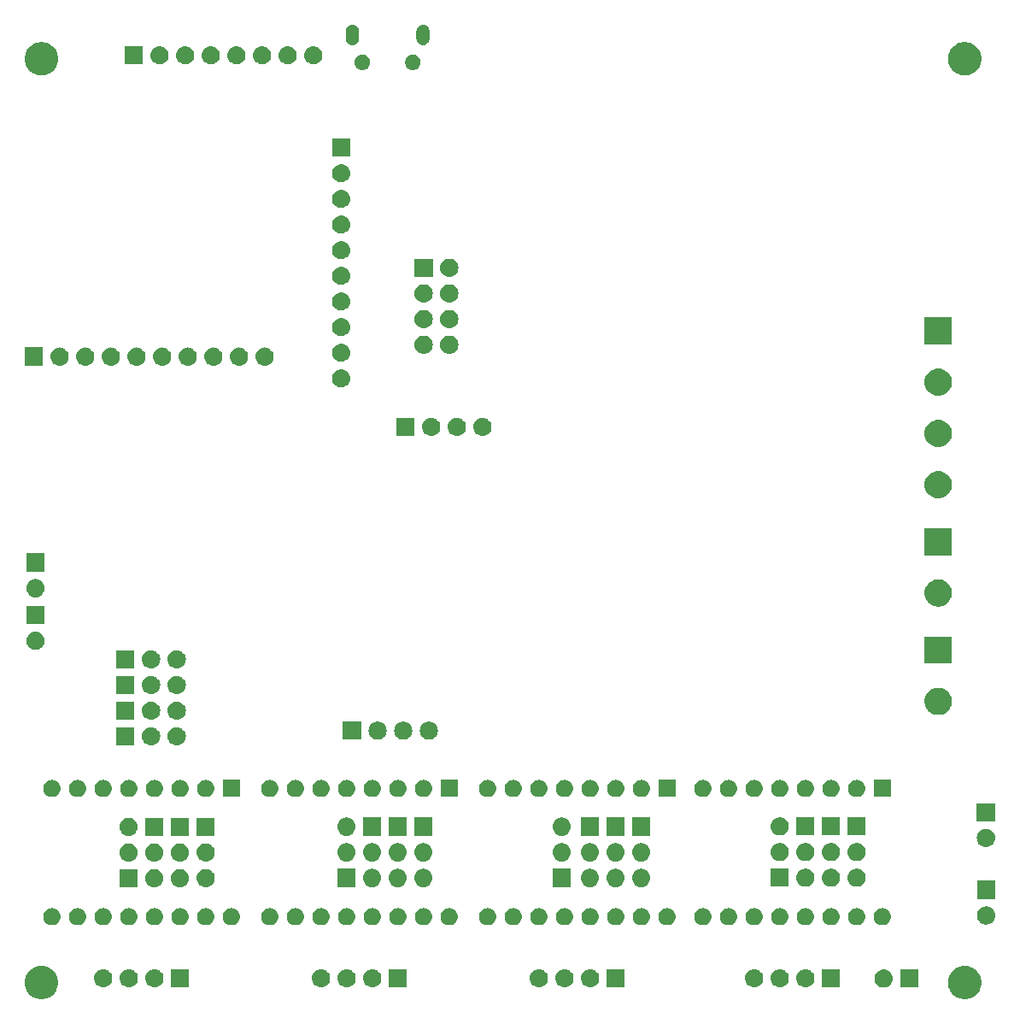
<source format=gbs>
G04 #@! TF.GenerationSoftware,KiCad,Pcbnew,5.0.2-bee76a0~70~ubuntu18.04.1*
G04 #@! TF.CreationDate,2019-01-25T21:39:14+09:00*
G04 #@! TF.ProjectId,MRR_ESP_3DP,4d52525f-4553-4505-9f33-44502e6b6963,rev?*
G04 #@! TF.SameCoordinates,Original*
G04 #@! TF.FileFunction,Soldermask,Bot*
G04 #@! TF.FilePolarity,Negative*
%FSLAX46Y46*%
G04 Gerber Fmt 4.6, Leading zero omitted, Abs format (unit mm)*
G04 Created by KiCad (PCBNEW 5.0.2-bee76a0~70~ubuntu18.04.1) date Fri 25 Jan 2019 09:39:14 PM JST*
%MOMM*%
%LPD*%
G01*
G04 APERTURE LIST*
%ADD10C,0.100000*%
G04 APERTURE END LIST*
D10*
G36*
X140875256Y-130891298D02*
X140981579Y-130912447D01*
X141282042Y-131036903D01*
X141494705Y-131179000D01*
X141552454Y-131217587D01*
X141782413Y-131447546D01*
X141782415Y-131447549D01*
X141882283Y-131597011D01*
X141963098Y-131717960D01*
X141969549Y-131733534D01*
X142048184Y-131923375D01*
X142087553Y-132018422D01*
X142151000Y-132337389D01*
X142151000Y-132662611D01*
X142135569Y-132740185D01*
X142087553Y-132981579D01*
X141999550Y-133194037D01*
X141963098Y-133282040D01*
X141782413Y-133552454D01*
X141552454Y-133782413D01*
X141552451Y-133782415D01*
X141282042Y-133963097D01*
X140981579Y-134087553D01*
X140875256Y-134108702D01*
X140662611Y-134151000D01*
X140337389Y-134151000D01*
X140124744Y-134108702D01*
X140018421Y-134087553D01*
X139717958Y-133963097D01*
X139447549Y-133782415D01*
X139447546Y-133782413D01*
X139217587Y-133552454D01*
X139036902Y-133282040D01*
X139000450Y-133194037D01*
X138912447Y-132981579D01*
X138864431Y-132740185D01*
X138849000Y-132662611D01*
X138849000Y-132337389D01*
X138912447Y-132018422D01*
X138951817Y-131923375D01*
X139030451Y-131733534D01*
X139036902Y-131717960D01*
X139117718Y-131597011D01*
X139217585Y-131447549D01*
X139217587Y-131447546D01*
X139447546Y-131217587D01*
X139505295Y-131179000D01*
X139717958Y-131036903D01*
X140018421Y-130912447D01*
X140124744Y-130891298D01*
X140337389Y-130849000D01*
X140662611Y-130849000D01*
X140875256Y-130891298D01*
X140875256Y-130891298D01*
G37*
G36*
X49375256Y-130891298D02*
X49481579Y-130912447D01*
X49782042Y-131036903D01*
X49994705Y-131179000D01*
X50052454Y-131217587D01*
X50282413Y-131447546D01*
X50282415Y-131447549D01*
X50382283Y-131597011D01*
X50463098Y-131717960D01*
X50469549Y-131733534D01*
X50548184Y-131923375D01*
X50587553Y-132018422D01*
X50651000Y-132337389D01*
X50651000Y-132662611D01*
X50635569Y-132740185D01*
X50587553Y-132981579D01*
X50499550Y-133194037D01*
X50463098Y-133282040D01*
X50282413Y-133552454D01*
X50052454Y-133782413D01*
X50052451Y-133782415D01*
X49782042Y-133963097D01*
X49481579Y-134087553D01*
X49375256Y-134108702D01*
X49162611Y-134151000D01*
X48837389Y-134151000D01*
X48624744Y-134108702D01*
X48518421Y-134087553D01*
X48217958Y-133963097D01*
X47947549Y-133782415D01*
X47947546Y-133782413D01*
X47717587Y-133552454D01*
X47536902Y-133282040D01*
X47500450Y-133194037D01*
X47412447Y-132981579D01*
X47364431Y-132740185D01*
X47349000Y-132662611D01*
X47349000Y-132337389D01*
X47412447Y-132018422D01*
X47451817Y-131923375D01*
X47530451Y-131733534D01*
X47536902Y-131717960D01*
X47617718Y-131597011D01*
X47717585Y-131447549D01*
X47717587Y-131447546D01*
X47947546Y-131217587D01*
X48005295Y-131179000D01*
X48217958Y-131036903D01*
X48518421Y-130912447D01*
X48624744Y-130891298D01*
X48837389Y-130849000D01*
X49162611Y-130849000D01*
X49375256Y-130891298D01*
X49375256Y-130891298D01*
G37*
G36*
X132570443Y-131205519D02*
X132636627Y-131212037D01*
X132740535Y-131243557D01*
X132806467Y-131263557D01*
X132925572Y-131327221D01*
X132962991Y-131347222D01*
X132998729Y-131376552D01*
X133100186Y-131459814D01*
X133183448Y-131561271D01*
X133212778Y-131597009D01*
X133212779Y-131597011D01*
X133296443Y-131753533D01*
X133296443Y-131753534D01*
X133347963Y-131923373D01*
X133365359Y-132100000D01*
X133347963Y-132276627D01*
X133329531Y-132337389D01*
X133296443Y-132446467D01*
X133223469Y-132582989D01*
X133212778Y-132602991D01*
X133183448Y-132638729D01*
X133100186Y-132740186D01*
X132998729Y-132823448D01*
X132962991Y-132852778D01*
X132962989Y-132852779D01*
X132806467Y-132936443D01*
X132749853Y-132953616D01*
X132636627Y-132987963D01*
X132570443Y-132994481D01*
X132504260Y-133001000D01*
X132415740Y-133001000D01*
X132349557Y-132994481D01*
X132283373Y-132987963D01*
X132170147Y-132953616D01*
X132113533Y-132936443D01*
X131957011Y-132852779D01*
X131957009Y-132852778D01*
X131921271Y-132823448D01*
X131819814Y-132740186D01*
X131736552Y-132638729D01*
X131707222Y-132602991D01*
X131696531Y-132582989D01*
X131623557Y-132446467D01*
X131590469Y-132337389D01*
X131572037Y-132276627D01*
X131554641Y-132100000D01*
X131572037Y-131923373D01*
X131623557Y-131753534D01*
X131623557Y-131753533D01*
X131707221Y-131597011D01*
X131707222Y-131597009D01*
X131736552Y-131561271D01*
X131819814Y-131459814D01*
X131921271Y-131376552D01*
X131957009Y-131347222D01*
X131994428Y-131327221D01*
X132113533Y-131263557D01*
X132179465Y-131243557D01*
X132283373Y-131212037D01*
X132349557Y-131205519D01*
X132415740Y-131199000D01*
X132504260Y-131199000D01*
X132570443Y-131205519D01*
X132570443Y-131205519D01*
G37*
G36*
X135901000Y-133001000D02*
X134099000Y-133001000D01*
X134099000Y-131199000D01*
X135901000Y-131199000D01*
X135901000Y-133001000D01*
X135901000Y-133001000D01*
G37*
G36*
X57768442Y-131185518D02*
X57834627Y-131192037D01*
X57918854Y-131217587D01*
X58004467Y-131243557D01*
X58143087Y-131317652D01*
X58160991Y-131327222D01*
X58185361Y-131347222D01*
X58298186Y-131439814D01*
X58381448Y-131541271D01*
X58410778Y-131577009D01*
X58410779Y-131577011D01*
X58494443Y-131733533D01*
X58494443Y-131733534D01*
X58545963Y-131903373D01*
X58563359Y-132080000D01*
X58545963Y-132256627D01*
X58511616Y-132369853D01*
X58494443Y-132426467D01*
X58420348Y-132565087D01*
X58410778Y-132582991D01*
X58394366Y-132602989D01*
X58298186Y-132720186D01*
X58196729Y-132803448D01*
X58160991Y-132832778D01*
X58160989Y-132832779D01*
X58004467Y-132916443D01*
X57947853Y-132933616D01*
X57834627Y-132967963D01*
X57768443Y-132974481D01*
X57702260Y-132981000D01*
X57613740Y-132981000D01*
X57547557Y-132974481D01*
X57481373Y-132967963D01*
X57368147Y-132933616D01*
X57311533Y-132916443D01*
X57155011Y-132832779D01*
X57155009Y-132832778D01*
X57119271Y-132803448D01*
X57017814Y-132720186D01*
X56921634Y-132602989D01*
X56905222Y-132582991D01*
X56895652Y-132565087D01*
X56821557Y-132426467D01*
X56804384Y-132369853D01*
X56770037Y-132256627D01*
X56752641Y-132080000D01*
X56770037Y-131903373D01*
X56821557Y-131733534D01*
X56821557Y-131733533D01*
X56905221Y-131577011D01*
X56905222Y-131577009D01*
X56934552Y-131541271D01*
X57017814Y-131439814D01*
X57130639Y-131347222D01*
X57155009Y-131327222D01*
X57172913Y-131317652D01*
X57311533Y-131243557D01*
X57397146Y-131217587D01*
X57481373Y-131192037D01*
X57547558Y-131185518D01*
X57613740Y-131179000D01*
X57702260Y-131179000D01*
X57768442Y-131185518D01*
X57768442Y-131185518D01*
G37*
G36*
X55228442Y-131185518D02*
X55294627Y-131192037D01*
X55378854Y-131217587D01*
X55464467Y-131243557D01*
X55603087Y-131317652D01*
X55620991Y-131327222D01*
X55645361Y-131347222D01*
X55758186Y-131439814D01*
X55841448Y-131541271D01*
X55870778Y-131577009D01*
X55870779Y-131577011D01*
X55954443Y-131733533D01*
X55954443Y-131733534D01*
X56005963Y-131903373D01*
X56023359Y-132080000D01*
X56005963Y-132256627D01*
X55971616Y-132369853D01*
X55954443Y-132426467D01*
X55880348Y-132565087D01*
X55870778Y-132582991D01*
X55854366Y-132602989D01*
X55758186Y-132720186D01*
X55656729Y-132803448D01*
X55620991Y-132832778D01*
X55620989Y-132832779D01*
X55464467Y-132916443D01*
X55407853Y-132933616D01*
X55294627Y-132967963D01*
X55228443Y-132974481D01*
X55162260Y-132981000D01*
X55073740Y-132981000D01*
X55007557Y-132974481D01*
X54941373Y-132967963D01*
X54828147Y-132933616D01*
X54771533Y-132916443D01*
X54615011Y-132832779D01*
X54615009Y-132832778D01*
X54579271Y-132803448D01*
X54477814Y-132720186D01*
X54381634Y-132602989D01*
X54365222Y-132582991D01*
X54355652Y-132565087D01*
X54281557Y-132426467D01*
X54264384Y-132369853D01*
X54230037Y-132256627D01*
X54212641Y-132080000D01*
X54230037Y-131903373D01*
X54281557Y-131733534D01*
X54281557Y-131733533D01*
X54365221Y-131577011D01*
X54365222Y-131577009D01*
X54394552Y-131541271D01*
X54477814Y-131439814D01*
X54590639Y-131347222D01*
X54615009Y-131327222D01*
X54632913Y-131317652D01*
X54771533Y-131243557D01*
X54857146Y-131217587D01*
X54941373Y-131192037D01*
X55007558Y-131185518D01*
X55073740Y-131179000D01*
X55162260Y-131179000D01*
X55228442Y-131185518D01*
X55228442Y-131185518D01*
G37*
G36*
X60308442Y-131185518D02*
X60374627Y-131192037D01*
X60458854Y-131217587D01*
X60544467Y-131243557D01*
X60683087Y-131317652D01*
X60700991Y-131327222D01*
X60725361Y-131347222D01*
X60838186Y-131439814D01*
X60921448Y-131541271D01*
X60950778Y-131577009D01*
X60950779Y-131577011D01*
X61034443Y-131733533D01*
X61034443Y-131733534D01*
X61085963Y-131903373D01*
X61103359Y-132080000D01*
X61085963Y-132256627D01*
X61051616Y-132369853D01*
X61034443Y-132426467D01*
X60960348Y-132565087D01*
X60950778Y-132582991D01*
X60934366Y-132602989D01*
X60838186Y-132720186D01*
X60736729Y-132803448D01*
X60700991Y-132832778D01*
X60700989Y-132832779D01*
X60544467Y-132916443D01*
X60487853Y-132933616D01*
X60374627Y-132967963D01*
X60308443Y-132974481D01*
X60242260Y-132981000D01*
X60153740Y-132981000D01*
X60087557Y-132974481D01*
X60021373Y-132967963D01*
X59908147Y-132933616D01*
X59851533Y-132916443D01*
X59695011Y-132832779D01*
X59695009Y-132832778D01*
X59659271Y-132803448D01*
X59557814Y-132720186D01*
X59461634Y-132602989D01*
X59445222Y-132582991D01*
X59435652Y-132565087D01*
X59361557Y-132426467D01*
X59344384Y-132369853D01*
X59310037Y-132256627D01*
X59292641Y-132080000D01*
X59310037Y-131903373D01*
X59361557Y-131733534D01*
X59361557Y-131733533D01*
X59445221Y-131577011D01*
X59445222Y-131577009D01*
X59474552Y-131541271D01*
X59557814Y-131439814D01*
X59670639Y-131347222D01*
X59695009Y-131327222D01*
X59712913Y-131317652D01*
X59851533Y-131243557D01*
X59937146Y-131217587D01*
X60021373Y-131192037D01*
X60087558Y-131185518D01*
X60153740Y-131179000D01*
X60242260Y-131179000D01*
X60308442Y-131185518D01*
X60308442Y-131185518D01*
G37*
G36*
X63639000Y-132981000D02*
X61837000Y-132981000D01*
X61837000Y-131179000D01*
X63639000Y-131179000D01*
X63639000Y-132981000D01*
X63639000Y-132981000D01*
G37*
G36*
X98408442Y-131185518D02*
X98474627Y-131192037D01*
X98558854Y-131217587D01*
X98644467Y-131243557D01*
X98783087Y-131317652D01*
X98800991Y-131327222D01*
X98825361Y-131347222D01*
X98938186Y-131439814D01*
X99021448Y-131541271D01*
X99050778Y-131577009D01*
X99050779Y-131577011D01*
X99134443Y-131733533D01*
X99134443Y-131733534D01*
X99185963Y-131903373D01*
X99203359Y-132080000D01*
X99185963Y-132256627D01*
X99151616Y-132369853D01*
X99134443Y-132426467D01*
X99060348Y-132565087D01*
X99050778Y-132582991D01*
X99034366Y-132602989D01*
X98938186Y-132720186D01*
X98836729Y-132803448D01*
X98800991Y-132832778D01*
X98800989Y-132832779D01*
X98644467Y-132916443D01*
X98587853Y-132933616D01*
X98474627Y-132967963D01*
X98408443Y-132974481D01*
X98342260Y-132981000D01*
X98253740Y-132981000D01*
X98187557Y-132974481D01*
X98121373Y-132967963D01*
X98008147Y-132933616D01*
X97951533Y-132916443D01*
X97795011Y-132832779D01*
X97795009Y-132832778D01*
X97759271Y-132803448D01*
X97657814Y-132720186D01*
X97561634Y-132602989D01*
X97545222Y-132582991D01*
X97535652Y-132565087D01*
X97461557Y-132426467D01*
X97444384Y-132369853D01*
X97410037Y-132256627D01*
X97392641Y-132080000D01*
X97410037Y-131903373D01*
X97461557Y-131733534D01*
X97461557Y-131733533D01*
X97545221Y-131577011D01*
X97545222Y-131577009D01*
X97574552Y-131541271D01*
X97657814Y-131439814D01*
X97770639Y-131347222D01*
X97795009Y-131327222D01*
X97812913Y-131317652D01*
X97951533Y-131243557D01*
X98037146Y-131217587D01*
X98121373Y-131192037D01*
X98187558Y-131185518D01*
X98253740Y-131179000D01*
X98342260Y-131179000D01*
X98408442Y-131185518D01*
X98408442Y-131185518D01*
G37*
G36*
X100948442Y-131185518D02*
X101014627Y-131192037D01*
X101098854Y-131217587D01*
X101184467Y-131243557D01*
X101323087Y-131317652D01*
X101340991Y-131327222D01*
X101365361Y-131347222D01*
X101478186Y-131439814D01*
X101561448Y-131541271D01*
X101590778Y-131577009D01*
X101590779Y-131577011D01*
X101674443Y-131733533D01*
X101674443Y-131733534D01*
X101725963Y-131903373D01*
X101743359Y-132080000D01*
X101725963Y-132256627D01*
X101691616Y-132369853D01*
X101674443Y-132426467D01*
X101600348Y-132565087D01*
X101590778Y-132582991D01*
X101574366Y-132602989D01*
X101478186Y-132720186D01*
X101376729Y-132803448D01*
X101340991Y-132832778D01*
X101340989Y-132832779D01*
X101184467Y-132916443D01*
X101127853Y-132933616D01*
X101014627Y-132967963D01*
X100948443Y-132974481D01*
X100882260Y-132981000D01*
X100793740Y-132981000D01*
X100727557Y-132974481D01*
X100661373Y-132967963D01*
X100548147Y-132933616D01*
X100491533Y-132916443D01*
X100335011Y-132832779D01*
X100335009Y-132832778D01*
X100299271Y-132803448D01*
X100197814Y-132720186D01*
X100101634Y-132602989D01*
X100085222Y-132582991D01*
X100075652Y-132565087D01*
X100001557Y-132426467D01*
X99984384Y-132369853D01*
X99950037Y-132256627D01*
X99932641Y-132080000D01*
X99950037Y-131903373D01*
X100001557Y-131733534D01*
X100001557Y-131733533D01*
X100085221Y-131577011D01*
X100085222Y-131577009D01*
X100114552Y-131541271D01*
X100197814Y-131439814D01*
X100310639Y-131347222D01*
X100335009Y-131327222D01*
X100352913Y-131317652D01*
X100491533Y-131243557D01*
X100577146Y-131217587D01*
X100661373Y-131192037D01*
X100727558Y-131185518D01*
X100793740Y-131179000D01*
X100882260Y-131179000D01*
X100948442Y-131185518D01*
X100948442Y-131185518D01*
G37*
G36*
X103488442Y-131185518D02*
X103554627Y-131192037D01*
X103638854Y-131217587D01*
X103724467Y-131243557D01*
X103863087Y-131317652D01*
X103880991Y-131327222D01*
X103905361Y-131347222D01*
X104018186Y-131439814D01*
X104101448Y-131541271D01*
X104130778Y-131577009D01*
X104130779Y-131577011D01*
X104214443Y-131733533D01*
X104214443Y-131733534D01*
X104265963Y-131903373D01*
X104283359Y-132080000D01*
X104265963Y-132256627D01*
X104231616Y-132369853D01*
X104214443Y-132426467D01*
X104140348Y-132565087D01*
X104130778Y-132582991D01*
X104114366Y-132602989D01*
X104018186Y-132720186D01*
X103916729Y-132803448D01*
X103880991Y-132832778D01*
X103880989Y-132832779D01*
X103724467Y-132916443D01*
X103667853Y-132933616D01*
X103554627Y-132967963D01*
X103488443Y-132974481D01*
X103422260Y-132981000D01*
X103333740Y-132981000D01*
X103267557Y-132974481D01*
X103201373Y-132967963D01*
X103088147Y-132933616D01*
X103031533Y-132916443D01*
X102875011Y-132832779D01*
X102875009Y-132832778D01*
X102839271Y-132803448D01*
X102737814Y-132720186D01*
X102641634Y-132602989D01*
X102625222Y-132582991D01*
X102615652Y-132565087D01*
X102541557Y-132426467D01*
X102524384Y-132369853D01*
X102490037Y-132256627D01*
X102472641Y-132080000D01*
X102490037Y-131903373D01*
X102541557Y-131733534D01*
X102541557Y-131733533D01*
X102625221Y-131577011D01*
X102625222Y-131577009D01*
X102654552Y-131541271D01*
X102737814Y-131439814D01*
X102850639Y-131347222D01*
X102875009Y-131327222D01*
X102892913Y-131317652D01*
X103031533Y-131243557D01*
X103117146Y-131217587D01*
X103201373Y-131192037D01*
X103267558Y-131185518D01*
X103333740Y-131179000D01*
X103422260Y-131179000D01*
X103488442Y-131185518D01*
X103488442Y-131185518D01*
G37*
G36*
X106819000Y-132981000D02*
X105017000Y-132981000D01*
X105017000Y-131179000D01*
X106819000Y-131179000D01*
X106819000Y-132981000D01*
X106819000Y-132981000D01*
G37*
G36*
X79358442Y-131185518D02*
X79424627Y-131192037D01*
X79508854Y-131217587D01*
X79594467Y-131243557D01*
X79733087Y-131317652D01*
X79750991Y-131327222D01*
X79775361Y-131347222D01*
X79888186Y-131439814D01*
X79971448Y-131541271D01*
X80000778Y-131577009D01*
X80000779Y-131577011D01*
X80084443Y-131733533D01*
X80084443Y-131733534D01*
X80135963Y-131903373D01*
X80153359Y-132080000D01*
X80135963Y-132256627D01*
X80101616Y-132369853D01*
X80084443Y-132426467D01*
X80010348Y-132565087D01*
X80000778Y-132582991D01*
X79984366Y-132602989D01*
X79888186Y-132720186D01*
X79786729Y-132803448D01*
X79750991Y-132832778D01*
X79750989Y-132832779D01*
X79594467Y-132916443D01*
X79537853Y-132933616D01*
X79424627Y-132967963D01*
X79358443Y-132974481D01*
X79292260Y-132981000D01*
X79203740Y-132981000D01*
X79137557Y-132974481D01*
X79071373Y-132967963D01*
X78958147Y-132933616D01*
X78901533Y-132916443D01*
X78745011Y-132832779D01*
X78745009Y-132832778D01*
X78709271Y-132803448D01*
X78607814Y-132720186D01*
X78511634Y-132602989D01*
X78495222Y-132582991D01*
X78485652Y-132565087D01*
X78411557Y-132426467D01*
X78394384Y-132369853D01*
X78360037Y-132256627D01*
X78342641Y-132080000D01*
X78360037Y-131903373D01*
X78411557Y-131733534D01*
X78411557Y-131733533D01*
X78495221Y-131577011D01*
X78495222Y-131577009D01*
X78524552Y-131541271D01*
X78607814Y-131439814D01*
X78720639Y-131347222D01*
X78745009Y-131327222D01*
X78762913Y-131317652D01*
X78901533Y-131243557D01*
X78987146Y-131217587D01*
X79071373Y-131192037D01*
X79137558Y-131185518D01*
X79203740Y-131179000D01*
X79292260Y-131179000D01*
X79358442Y-131185518D01*
X79358442Y-131185518D01*
G37*
G36*
X81898442Y-131185518D02*
X81964627Y-131192037D01*
X82048854Y-131217587D01*
X82134467Y-131243557D01*
X82273087Y-131317652D01*
X82290991Y-131327222D01*
X82315361Y-131347222D01*
X82428186Y-131439814D01*
X82511448Y-131541271D01*
X82540778Y-131577009D01*
X82540779Y-131577011D01*
X82624443Y-131733533D01*
X82624443Y-131733534D01*
X82675963Y-131903373D01*
X82693359Y-132080000D01*
X82675963Y-132256627D01*
X82641616Y-132369853D01*
X82624443Y-132426467D01*
X82550348Y-132565087D01*
X82540778Y-132582991D01*
X82524366Y-132602989D01*
X82428186Y-132720186D01*
X82326729Y-132803448D01*
X82290991Y-132832778D01*
X82290989Y-132832779D01*
X82134467Y-132916443D01*
X82077853Y-132933616D01*
X81964627Y-132967963D01*
X81898443Y-132974481D01*
X81832260Y-132981000D01*
X81743740Y-132981000D01*
X81677557Y-132974481D01*
X81611373Y-132967963D01*
X81498147Y-132933616D01*
X81441533Y-132916443D01*
X81285011Y-132832779D01*
X81285009Y-132832778D01*
X81249271Y-132803448D01*
X81147814Y-132720186D01*
X81051634Y-132602989D01*
X81035222Y-132582991D01*
X81025652Y-132565087D01*
X80951557Y-132426467D01*
X80934384Y-132369853D01*
X80900037Y-132256627D01*
X80882641Y-132080000D01*
X80900037Y-131903373D01*
X80951557Y-131733534D01*
X80951557Y-131733533D01*
X81035221Y-131577011D01*
X81035222Y-131577009D01*
X81064552Y-131541271D01*
X81147814Y-131439814D01*
X81260639Y-131347222D01*
X81285009Y-131327222D01*
X81302913Y-131317652D01*
X81441533Y-131243557D01*
X81527146Y-131217587D01*
X81611373Y-131192037D01*
X81677558Y-131185518D01*
X81743740Y-131179000D01*
X81832260Y-131179000D01*
X81898442Y-131185518D01*
X81898442Y-131185518D01*
G37*
G36*
X85229000Y-132981000D02*
X83427000Y-132981000D01*
X83427000Y-131179000D01*
X85229000Y-131179000D01*
X85229000Y-132981000D01*
X85229000Y-132981000D01*
G37*
G36*
X119744442Y-131185518D02*
X119810627Y-131192037D01*
X119894854Y-131217587D01*
X119980467Y-131243557D01*
X120119087Y-131317652D01*
X120136991Y-131327222D01*
X120161361Y-131347222D01*
X120274186Y-131439814D01*
X120357448Y-131541271D01*
X120386778Y-131577009D01*
X120386779Y-131577011D01*
X120470443Y-131733533D01*
X120470443Y-131733534D01*
X120521963Y-131903373D01*
X120539359Y-132080000D01*
X120521963Y-132256627D01*
X120487616Y-132369853D01*
X120470443Y-132426467D01*
X120396348Y-132565087D01*
X120386778Y-132582991D01*
X120370366Y-132602989D01*
X120274186Y-132720186D01*
X120172729Y-132803448D01*
X120136991Y-132832778D01*
X120136989Y-132832779D01*
X119980467Y-132916443D01*
X119923853Y-132933616D01*
X119810627Y-132967963D01*
X119744443Y-132974481D01*
X119678260Y-132981000D01*
X119589740Y-132981000D01*
X119523557Y-132974481D01*
X119457373Y-132967963D01*
X119344147Y-132933616D01*
X119287533Y-132916443D01*
X119131011Y-132832779D01*
X119131009Y-132832778D01*
X119095271Y-132803448D01*
X118993814Y-132720186D01*
X118897634Y-132602989D01*
X118881222Y-132582991D01*
X118871652Y-132565087D01*
X118797557Y-132426467D01*
X118780384Y-132369853D01*
X118746037Y-132256627D01*
X118728641Y-132080000D01*
X118746037Y-131903373D01*
X118797557Y-131733534D01*
X118797557Y-131733533D01*
X118881221Y-131577011D01*
X118881222Y-131577009D01*
X118910552Y-131541271D01*
X118993814Y-131439814D01*
X119106639Y-131347222D01*
X119131009Y-131327222D01*
X119148913Y-131317652D01*
X119287533Y-131243557D01*
X119373146Y-131217587D01*
X119457373Y-131192037D01*
X119523558Y-131185518D01*
X119589740Y-131179000D01*
X119678260Y-131179000D01*
X119744442Y-131185518D01*
X119744442Y-131185518D01*
G37*
G36*
X122284442Y-131185518D02*
X122350627Y-131192037D01*
X122434854Y-131217587D01*
X122520467Y-131243557D01*
X122659087Y-131317652D01*
X122676991Y-131327222D01*
X122701361Y-131347222D01*
X122814186Y-131439814D01*
X122897448Y-131541271D01*
X122926778Y-131577009D01*
X122926779Y-131577011D01*
X123010443Y-131733533D01*
X123010443Y-131733534D01*
X123061963Y-131903373D01*
X123079359Y-132080000D01*
X123061963Y-132256627D01*
X123027616Y-132369853D01*
X123010443Y-132426467D01*
X122936348Y-132565087D01*
X122926778Y-132582991D01*
X122910366Y-132602989D01*
X122814186Y-132720186D01*
X122712729Y-132803448D01*
X122676991Y-132832778D01*
X122676989Y-132832779D01*
X122520467Y-132916443D01*
X122463853Y-132933616D01*
X122350627Y-132967963D01*
X122284443Y-132974481D01*
X122218260Y-132981000D01*
X122129740Y-132981000D01*
X122063557Y-132974481D01*
X121997373Y-132967963D01*
X121884147Y-132933616D01*
X121827533Y-132916443D01*
X121671011Y-132832779D01*
X121671009Y-132832778D01*
X121635271Y-132803448D01*
X121533814Y-132720186D01*
X121437634Y-132602989D01*
X121421222Y-132582991D01*
X121411652Y-132565087D01*
X121337557Y-132426467D01*
X121320384Y-132369853D01*
X121286037Y-132256627D01*
X121268641Y-132080000D01*
X121286037Y-131903373D01*
X121337557Y-131733534D01*
X121337557Y-131733533D01*
X121421221Y-131577011D01*
X121421222Y-131577009D01*
X121450552Y-131541271D01*
X121533814Y-131439814D01*
X121646639Y-131347222D01*
X121671009Y-131327222D01*
X121688913Y-131317652D01*
X121827533Y-131243557D01*
X121913146Y-131217587D01*
X121997373Y-131192037D01*
X122063558Y-131185518D01*
X122129740Y-131179000D01*
X122218260Y-131179000D01*
X122284442Y-131185518D01*
X122284442Y-131185518D01*
G37*
G36*
X76818442Y-131185518D02*
X76884627Y-131192037D01*
X76968854Y-131217587D01*
X77054467Y-131243557D01*
X77193087Y-131317652D01*
X77210991Y-131327222D01*
X77235361Y-131347222D01*
X77348186Y-131439814D01*
X77431448Y-131541271D01*
X77460778Y-131577009D01*
X77460779Y-131577011D01*
X77544443Y-131733533D01*
X77544443Y-131733534D01*
X77595963Y-131903373D01*
X77613359Y-132080000D01*
X77595963Y-132256627D01*
X77561616Y-132369853D01*
X77544443Y-132426467D01*
X77470348Y-132565087D01*
X77460778Y-132582991D01*
X77444366Y-132602989D01*
X77348186Y-132720186D01*
X77246729Y-132803448D01*
X77210991Y-132832778D01*
X77210989Y-132832779D01*
X77054467Y-132916443D01*
X76997853Y-132933616D01*
X76884627Y-132967963D01*
X76818443Y-132974481D01*
X76752260Y-132981000D01*
X76663740Y-132981000D01*
X76597557Y-132974481D01*
X76531373Y-132967963D01*
X76418147Y-132933616D01*
X76361533Y-132916443D01*
X76205011Y-132832779D01*
X76205009Y-132832778D01*
X76169271Y-132803448D01*
X76067814Y-132720186D01*
X75971634Y-132602989D01*
X75955222Y-132582991D01*
X75945652Y-132565087D01*
X75871557Y-132426467D01*
X75854384Y-132369853D01*
X75820037Y-132256627D01*
X75802641Y-132080000D01*
X75820037Y-131903373D01*
X75871557Y-131733534D01*
X75871557Y-131733533D01*
X75955221Y-131577011D01*
X75955222Y-131577009D01*
X75984552Y-131541271D01*
X76067814Y-131439814D01*
X76180639Y-131347222D01*
X76205009Y-131327222D01*
X76222913Y-131317652D01*
X76361533Y-131243557D01*
X76447146Y-131217587D01*
X76531373Y-131192037D01*
X76597558Y-131185518D01*
X76663740Y-131179000D01*
X76752260Y-131179000D01*
X76818442Y-131185518D01*
X76818442Y-131185518D01*
G37*
G36*
X124824442Y-131185518D02*
X124890627Y-131192037D01*
X124974854Y-131217587D01*
X125060467Y-131243557D01*
X125199087Y-131317652D01*
X125216991Y-131327222D01*
X125241361Y-131347222D01*
X125354186Y-131439814D01*
X125437448Y-131541271D01*
X125466778Y-131577009D01*
X125466779Y-131577011D01*
X125550443Y-131733533D01*
X125550443Y-131733534D01*
X125601963Y-131903373D01*
X125619359Y-132080000D01*
X125601963Y-132256627D01*
X125567616Y-132369853D01*
X125550443Y-132426467D01*
X125476348Y-132565087D01*
X125466778Y-132582991D01*
X125450366Y-132602989D01*
X125354186Y-132720186D01*
X125252729Y-132803448D01*
X125216991Y-132832778D01*
X125216989Y-132832779D01*
X125060467Y-132916443D01*
X125003853Y-132933616D01*
X124890627Y-132967963D01*
X124824443Y-132974481D01*
X124758260Y-132981000D01*
X124669740Y-132981000D01*
X124603557Y-132974481D01*
X124537373Y-132967963D01*
X124424147Y-132933616D01*
X124367533Y-132916443D01*
X124211011Y-132832779D01*
X124211009Y-132832778D01*
X124175271Y-132803448D01*
X124073814Y-132720186D01*
X123977634Y-132602989D01*
X123961222Y-132582991D01*
X123951652Y-132565087D01*
X123877557Y-132426467D01*
X123860384Y-132369853D01*
X123826037Y-132256627D01*
X123808641Y-132080000D01*
X123826037Y-131903373D01*
X123877557Y-131733534D01*
X123877557Y-131733533D01*
X123961221Y-131577011D01*
X123961222Y-131577009D01*
X123990552Y-131541271D01*
X124073814Y-131439814D01*
X124186639Y-131347222D01*
X124211009Y-131327222D01*
X124228913Y-131317652D01*
X124367533Y-131243557D01*
X124453146Y-131217587D01*
X124537373Y-131192037D01*
X124603558Y-131185518D01*
X124669740Y-131179000D01*
X124758260Y-131179000D01*
X124824442Y-131185518D01*
X124824442Y-131185518D01*
G37*
G36*
X128155000Y-132981000D02*
X126353000Y-132981000D01*
X126353000Y-131179000D01*
X128155000Y-131179000D01*
X128155000Y-132981000D01*
X128155000Y-132981000D01*
G37*
G36*
X132500821Y-125145313D02*
X132500824Y-125145314D01*
X132500825Y-125145314D01*
X132661239Y-125193975D01*
X132661241Y-125193976D01*
X132661244Y-125193977D01*
X132809078Y-125272995D01*
X132938659Y-125379341D01*
X133045005Y-125508922D01*
X133124023Y-125656756D01*
X133172687Y-125817179D01*
X133189117Y-125984000D01*
X133172687Y-126150821D01*
X133172686Y-126150824D01*
X133172686Y-126150825D01*
X133154291Y-126211466D01*
X133124023Y-126311244D01*
X133045005Y-126459078D01*
X132938659Y-126588659D01*
X132809078Y-126695005D01*
X132661244Y-126774023D01*
X132661241Y-126774024D01*
X132661239Y-126774025D01*
X132500825Y-126822686D01*
X132500824Y-126822686D01*
X132500821Y-126822687D01*
X132375804Y-126835000D01*
X132292196Y-126835000D01*
X132167179Y-126822687D01*
X132167176Y-126822686D01*
X132167175Y-126822686D01*
X132006761Y-126774025D01*
X132006759Y-126774024D01*
X132006756Y-126774023D01*
X131858922Y-126695005D01*
X131729341Y-126588659D01*
X131622995Y-126459078D01*
X131543977Y-126311244D01*
X131513710Y-126211466D01*
X131495314Y-126150825D01*
X131495314Y-126150824D01*
X131495313Y-126150821D01*
X131478883Y-125984000D01*
X131495313Y-125817179D01*
X131543977Y-125656756D01*
X131622995Y-125508922D01*
X131729341Y-125379341D01*
X131858922Y-125272995D01*
X132006756Y-125193977D01*
X132006759Y-125193976D01*
X132006761Y-125193975D01*
X132167175Y-125145314D01*
X132167176Y-125145314D01*
X132167179Y-125145313D01*
X132292196Y-125133000D01*
X132375804Y-125133000D01*
X132500821Y-125145313D01*
X132500821Y-125145313D01*
G37*
G36*
X117260821Y-125145313D02*
X117260824Y-125145314D01*
X117260825Y-125145314D01*
X117421239Y-125193975D01*
X117421241Y-125193976D01*
X117421244Y-125193977D01*
X117569078Y-125272995D01*
X117698659Y-125379341D01*
X117805005Y-125508922D01*
X117884023Y-125656756D01*
X117932687Y-125817179D01*
X117949117Y-125984000D01*
X117932687Y-126150821D01*
X117932686Y-126150824D01*
X117932686Y-126150825D01*
X117914291Y-126211466D01*
X117884023Y-126311244D01*
X117805005Y-126459078D01*
X117698659Y-126588659D01*
X117569078Y-126695005D01*
X117421244Y-126774023D01*
X117421241Y-126774024D01*
X117421239Y-126774025D01*
X117260825Y-126822686D01*
X117260824Y-126822686D01*
X117260821Y-126822687D01*
X117135804Y-126835000D01*
X117052196Y-126835000D01*
X116927179Y-126822687D01*
X116927176Y-126822686D01*
X116927175Y-126822686D01*
X116766761Y-126774025D01*
X116766759Y-126774024D01*
X116766756Y-126774023D01*
X116618922Y-126695005D01*
X116489341Y-126588659D01*
X116382995Y-126459078D01*
X116303977Y-126311244D01*
X116273710Y-126211466D01*
X116255314Y-126150825D01*
X116255314Y-126150824D01*
X116255313Y-126150821D01*
X116238883Y-125984000D01*
X116255313Y-125817179D01*
X116303977Y-125656756D01*
X116382995Y-125508922D01*
X116489341Y-125379341D01*
X116618922Y-125272995D01*
X116766756Y-125193977D01*
X116766759Y-125193976D01*
X116766761Y-125193975D01*
X116927175Y-125145314D01*
X116927176Y-125145314D01*
X116927179Y-125145313D01*
X117052196Y-125133000D01*
X117135804Y-125133000D01*
X117260821Y-125145313D01*
X117260821Y-125145313D01*
G37*
G36*
X119800821Y-125145313D02*
X119800824Y-125145314D01*
X119800825Y-125145314D01*
X119961239Y-125193975D01*
X119961241Y-125193976D01*
X119961244Y-125193977D01*
X120109078Y-125272995D01*
X120238659Y-125379341D01*
X120345005Y-125508922D01*
X120424023Y-125656756D01*
X120472687Y-125817179D01*
X120489117Y-125984000D01*
X120472687Y-126150821D01*
X120472686Y-126150824D01*
X120472686Y-126150825D01*
X120454291Y-126211466D01*
X120424023Y-126311244D01*
X120345005Y-126459078D01*
X120238659Y-126588659D01*
X120109078Y-126695005D01*
X119961244Y-126774023D01*
X119961241Y-126774024D01*
X119961239Y-126774025D01*
X119800825Y-126822686D01*
X119800824Y-126822686D01*
X119800821Y-126822687D01*
X119675804Y-126835000D01*
X119592196Y-126835000D01*
X119467179Y-126822687D01*
X119467176Y-126822686D01*
X119467175Y-126822686D01*
X119306761Y-126774025D01*
X119306759Y-126774024D01*
X119306756Y-126774023D01*
X119158922Y-126695005D01*
X119029341Y-126588659D01*
X118922995Y-126459078D01*
X118843977Y-126311244D01*
X118813710Y-126211466D01*
X118795314Y-126150825D01*
X118795314Y-126150824D01*
X118795313Y-126150821D01*
X118778883Y-125984000D01*
X118795313Y-125817179D01*
X118843977Y-125656756D01*
X118922995Y-125508922D01*
X119029341Y-125379341D01*
X119158922Y-125272995D01*
X119306756Y-125193977D01*
X119306759Y-125193976D01*
X119306761Y-125193975D01*
X119467175Y-125145314D01*
X119467176Y-125145314D01*
X119467179Y-125145313D01*
X119592196Y-125133000D01*
X119675804Y-125133000D01*
X119800821Y-125145313D01*
X119800821Y-125145313D01*
G37*
G36*
X122340821Y-125145313D02*
X122340824Y-125145314D01*
X122340825Y-125145314D01*
X122501239Y-125193975D01*
X122501241Y-125193976D01*
X122501244Y-125193977D01*
X122649078Y-125272995D01*
X122778659Y-125379341D01*
X122885005Y-125508922D01*
X122964023Y-125656756D01*
X123012687Y-125817179D01*
X123029117Y-125984000D01*
X123012687Y-126150821D01*
X123012686Y-126150824D01*
X123012686Y-126150825D01*
X122994291Y-126211466D01*
X122964023Y-126311244D01*
X122885005Y-126459078D01*
X122778659Y-126588659D01*
X122649078Y-126695005D01*
X122501244Y-126774023D01*
X122501241Y-126774024D01*
X122501239Y-126774025D01*
X122340825Y-126822686D01*
X122340824Y-126822686D01*
X122340821Y-126822687D01*
X122215804Y-126835000D01*
X122132196Y-126835000D01*
X122007179Y-126822687D01*
X122007176Y-126822686D01*
X122007175Y-126822686D01*
X121846761Y-126774025D01*
X121846759Y-126774024D01*
X121846756Y-126774023D01*
X121698922Y-126695005D01*
X121569341Y-126588659D01*
X121462995Y-126459078D01*
X121383977Y-126311244D01*
X121353710Y-126211466D01*
X121335314Y-126150825D01*
X121335314Y-126150824D01*
X121335313Y-126150821D01*
X121318883Y-125984000D01*
X121335313Y-125817179D01*
X121383977Y-125656756D01*
X121462995Y-125508922D01*
X121569341Y-125379341D01*
X121698922Y-125272995D01*
X121846756Y-125193977D01*
X121846759Y-125193976D01*
X121846761Y-125193975D01*
X122007175Y-125145314D01*
X122007176Y-125145314D01*
X122007179Y-125145313D01*
X122132196Y-125133000D01*
X122215804Y-125133000D01*
X122340821Y-125145313D01*
X122340821Y-125145313D01*
G37*
G36*
X124880821Y-125145313D02*
X124880824Y-125145314D01*
X124880825Y-125145314D01*
X125041239Y-125193975D01*
X125041241Y-125193976D01*
X125041244Y-125193977D01*
X125189078Y-125272995D01*
X125318659Y-125379341D01*
X125425005Y-125508922D01*
X125504023Y-125656756D01*
X125552687Y-125817179D01*
X125569117Y-125984000D01*
X125552687Y-126150821D01*
X125552686Y-126150824D01*
X125552686Y-126150825D01*
X125534291Y-126211466D01*
X125504023Y-126311244D01*
X125425005Y-126459078D01*
X125318659Y-126588659D01*
X125189078Y-126695005D01*
X125041244Y-126774023D01*
X125041241Y-126774024D01*
X125041239Y-126774025D01*
X124880825Y-126822686D01*
X124880824Y-126822686D01*
X124880821Y-126822687D01*
X124755804Y-126835000D01*
X124672196Y-126835000D01*
X124547179Y-126822687D01*
X124547176Y-126822686D01*
X124547175Y-126822686D01*
X124386761Y-126774025D01*
X124386759Y-126774024D01*
X124386756Y-126774023D01*
X124238922Y-126695005D01*
X124109341Y-126588659D01*
X124002995Y-126459078D01*
X123923977Y-126311244D01*
X123893710Y-126211466D01*
X123875314Y-126150825D01*
X123875314Y-126150824D01*
X123875313Y-126150821D01*
X123858883Y-125984000D01*
X123875313Y-125817179D01*
X123923977Y-125656756D01*
X124002995Y-125508922D01*
X124109341Y-125379341D01*
X124238922Y-125272995D01*
X124386756Y-125193977D01*
X124386759Y-125193976D01*
X124386761Y-125193975D01*
X124547175Y-125145314D01*
X124547176Y-125145314D01*
X124547179Y-125145313D01*
X124672196Y-125133000D01*
X124755804Y-125133000D01*
X124880821Y-125145313D01*
X124880821Y-125145313D01*
G37*
G36*
X127420821Y-125145313D02*
X127420824Y-125145314D01*
X127420825Y-125145314D01*
X127581239Y-125193975D01*
X127581241Y-125193976D01*
X127581244Y-125193977D01*
X127729078Y-125272995D01*
X127858659Y-125379341D01*
X127965005Y-125508922D01*
X128044023Y-125656756D01*
X128092687Y-125817179D01*
X128109117Y-125984000D01*
X128092687Y-126150821D01*
X128092686Y-126150824D01*
X128092686Y-126150825D01*
X128074291Y-126211466D01*
X128044023Y-126311244D01*
X127965005Y-126459078D01*
X127858659Y-126588659D01*
X127729078Y-126695005D01*
X127581244Y-126774023D01*
X127581241Y-126774024D01*
X127581239Y-126774025D01*
X127420825Y-126822686D01*
X127420824Y-126822686D01*
X127420821Y-126822687D01*
X127295804Y-126835000D01*
X127212196Y-126835000D01*
X127087179Y-126822687D01*
X127087176Y-126822686D01*
X127087175Y-126822686D01*
X126926761Y-126774025D01*
X126926759Y-126774024D01*
X126926756Y-126774023D01*
X126778922Y-126695005D01*
X126649341Y-126588659D01*
X126542995Y-126459078D01*
X126463977Y-126311244D01*
X126433710Y-126211466D01*
X126415314Y-126150825D01*
X126415314Y-126150824D01*
X126415313Y-126150821D01*
X126398883Y-125984000D01*
X126415313Y-125817179D01*
X126463977Y-125656756D01*
X126542995Y-125508922D01*
X126649341Y-125379341D01*
X126778922Y-125272995D01*
X126926756Y-125193977D01*
X126926759Y-125193976D01*
X126926761Y-125193975D01*
X127087175Y-125145314D01*
X127087176Y-125145314D01*
X127087179Y-125145313D01*
X127212196Y-125133000D01*
X127295804Y-125133000D01*
X127420821Y-125145313D01*
X127420821Y-125145313D01*
G37*
G36*
X129960821Y-125145313D02*
X129960824Y-125145314D01*
X129960825Y-125145314D01*
X130121239Y-125193975D01*
X130121241Y-125193976D01*
X130121244Y-125193977D01*
X130269078Y-125272995D01*
X130398659Y-125379341D01*
X130505005Y-125508922D01*
X130584023Y-125656756D01*
X130632687Y-125817179D01*
X130649117Y-125984000D01*
X130632687Y-126150821D01*
X130632686Y-126150824D01*
X130632686Y-126150825D01*
X130614291Y-126211466D01*
X130584023Y-126311244D01*
X130505005Y-126459078D01*
X130398659Y-126588659D01*
X130269078Y-126695005D01*
X130121244Y-126774023D01*
X130121241Y-126774024D01*
X130121239Y-126774025D01*
X129960825Y-126822686D01*
X129960824Y-126822686D01*
X129960821Y-126822687D01*
X129835804Y-126835000D01*
X129752196Y-126835000D01*
X129627179Y-126822687D01*
X129627176Y-126822686D01*
X129627175Y-126822686D01*
X129466761Y-126774025D01*
X129466759Y-126774024D01*
X129466756Y-126774023D01*
X129318922Y-126695005D01*
X129189341Y-126588659D01*
X129082995Y-126459078D01*
X129003977Y-126311244D01*
X128973710Y-126211466D01*
X128955314Y-126150825D01*
X128955314Y-126150824D01*
X128955313Y-126150821D01*
X128938883Y-125984000D01*
X128955313Y-125817179D01*
X129003977Y-125656756D01*
X129082995Y-125508922D01*
X129189341Y-125379341D01*
X129318922Y-125272995D01*
X129466756Y-125193977D01*
X129466759Y-125193976D01*
X129466761Y-125193975D01*
X129627175Y-125145314D01*
X129627176Y-125145314D01*
X129627179Y-125145313D01*
X129752196Y-125133000D01*
X129835804Y-125133000D01*
X129960821Y-125145313D01*
X129960821Y-125145313D01*
G37*
G36*
X76874821Y-125145313D02*
X76874824Y-125145314D01*
X76874825Y-125145314D01*
X77035239Y-125193975D01*
X77035241Y-125193976D01*
X77035244Y-125193977D01*
X77183078Y-125272995D01*
X77312659Y-125379341D01*
X77419005Y-125508922D01*
X77498023Y-125656756D01*
X77546687Y-125817179D01*
X77563117Y-125984000D01*
X77546687Y-126150821D01*
X77546686Y-126150824D01*
X77546686Y-126150825D01*
X77528291Y-126211466D01*
X77498023Y-126311244D01*
X77419005Y-126459078D01*
X77312659Y-126588659D01*
X77183078Y-126695005D01*
X77035244Y-126774023D01*
X77035241Y-126774024D01*
X77035239Y-126774025D01*
X76874825Y-126822686D01*
X76874824Y-126822686D01*
X76874821Y-126822687D01*
X76749804Y-126835000D01*
X76666196Y-126835000D01*
X76541179Y-126822687D01*
X76541176Y-126822686D01*
X76541175Y-126822686D01*
X76380761Y-126774025D01*
X76380759Y-126774024D01*
X76380756Y-126774023D01*
X76232922Y-126695005D01*
X76103341Y-126588659D01*
X75996995Y-126459078D01*
X75917977Y-126311244D01*
X75887710Y-126211466D01*
X75869314Y-126150825D01*
X75869314Y-126150824D01*
X75869313Y-126150821D01*
X75852883Y-125984000D01*
X75869313Y-125817179D01*
X75917977Y-125656756D01*
X75996995Y-125508922D01*
X76103341Y-125379341D01*
X76232922Y-125272995D01*
X76380756Y-125193977D01*
X76380759Y-125193976D01*
X76380761Y-125193975D01*
X76541175Y-125145314D01*
X76541176Y-125145314D01*
X76541179Y-125145313D01*
X76666196Y-125133000D01*
X76749804Y-125133000D01*
X76874821Y-125145313D01*
X76874821Y-125145313D01*
G37*
G36*
X71794821Y-125145313D02*
X71794824Y-125145314D01*
X71794825Y-125145314D01*
X71955239Y-125193975D01*
X71955241Y-125193976D01*
X71955244Y-125193977D01*
X72103078Y-125272995D01*
X72232659Y-125379341D01*
X72339005Y-125508922D01*
X72418023Y-125656756D01*
X72466687Y-125817179D01*
X72483117Y-125984000D01*
X72466687Y-126150821D01*
X72466686Y-126150824D01*
X72466686Y-126150825D01*
X72448291Y-126211466D01*
X72418023Y-126311244D01*
X72339005Y-126459078D01*
X72232659Y-126588659D01*
X72103078Y-126695005D01*
X71955244Y-126774023D01*
X71955241Y-126774024D01*
X71955239Y-126774025D01*
X71794825Y-126822686D01*
X71794824Y-126822686D01*
X71794821Y-126822687D01*
X71669804Y-126835000D01*
X71586196Y-126835000D01*
X71461179Y-126822687D01*
X71461176Y-126822686D01*
X71461175Y-126822686D01*
X71300761Y-126774025D01*
X71300759Y-126774024D01*
X71300756Y-126774023D01*
X71152922Y-126695005D01*
X71023341Y-126588659D01*
X70916995Y-126459078D01*
X70837977Y-126311244D01*
X70807710Y-126211466D01*
X70789314Y-126150825D01*
X70789314Y-126150824D01*
X70789313Y-126150821D01*
X70772883Y-125984000D01*
X70789313Y-125817179D01*
X70837977Y-125656756D01*
X70916995Y-125508922D01*
X71023341Y-125379341D01*
X71152922Y-125272995D01*
X71300756Y-125193977D01*
X71300759Y-125193976D01*
X71300761Y-125193975D01*
X71461175Y-125145314D01*
X71461176Y-125145314D01*
X71461179Y-125145313D01*
X71586196Y-125133000D01*
X71669804Y-125133000D01*
X71794821Y-125145313D01*
X71794821Y-125145313D01*
G37*
G36*
X74334821Y-125145313D02*
X74334824Y-125145314D01*
X74334825Y-125145314D01*
X74495239Y-125193975D01*
X74495241Y-125193976D01*
X74495244Y-125193977D01*
X74643078Y-125272995D01*
X74772659Y-125379341D01*
X74879005Y-125508922D01*
X74958023Y-125656756D01*
X75006687Y-125817179D01*
X75023117Y-125984000D01*
X75006687Y-126150821D01*
X75006686Y-126150824D01*
X75006686Y-126150825D01*
X74988291Y-126211466D01*
X74958023Y-126311244D01*
X74879005Y-126459078D01*
X74772659Y-126588659D01*
X74643078Y-126695005D01*
X74495244Y-126774023D01*
X74495241Y-126774024D01*
X74495239Y-126774025D01*
X74334825Y-126822686D01*
X74334824Y-126822686D01*
X74334821Y-126822687D01*
X74209804Y-126835000D01*
X74126196Y-126835000D01*
X74001179Y-126822687D01*
X74001176Y-126822686D01*
X74001175Y-126822686D01*
X73840761Y-126774025D01*
X73840759Y-126774024D01*
X73840756Y-126774023D01*
X73692922Y-126695005D01*
X73563341Y-126588659D01*
X73456995Y-126459078D01*
X73377977Y-126311244D01*
X73347710Y-126211466D01*
X73329314Y-126150825D01*
X73329314Y-126150824D01*
X73329313Y-126150821D01*
X73312883Y-125984000D01*
X73329313Y-125817179D01*
X73377977Y-125656756D01*
X73456995Y-125508922D01*
X73563341Y-125379341D01*
X73692922Y-125272995D01*
X73840756Y-125193977D01*
X73840759Y-125193976D01*
X73840761Y-125193975D01*
X74001175Y-125145314D01*
X74001176Y-125145314D01*
X74001179Y-125145313D01*
X74126196Y-125133000D01*
X74209804Y-125133000D01*
X74334821Y-125145313D01*
X74334821Y-125145313D01*
G37*
G36*
X79414821Y-125145313D02*
X79414824Y-125145314D01*
X79414825Y-125145314D01*
X79575239Y-125193975D01*
X79575241Y-125193976D01*
X79575244Y-125193977D01*
X79723078Y-125272995D01*
X79852659Y-125379341D01*
X79959005Y-125508922D01*
X80038023Y-125656756D01*
X80086687Y-125817179D01*
X80103117Y-125984000D01*
X80086687Y-126150821D01*
X80086686Y-126150824D01*
X80086686Y-126150825D01*
X80068291Y-126211466D01*
X80038023Y-126311244D01*
X79959005Y-126459078D01*
X79852659Y-126588659D01*
X79723078Y-126695005D01*
X79575244Y-126774023D01*
X79575241Y-126774024D01*
X79575239Y-126774025D01*
X79414825Y-126822686D01*
X79414824Y-126822686D01*
X79414821Y-126822687D01*
X79289804Y-126835000D01*
X79206196Y-126835000D01*
X79081179Y-126822687D01*
X79081176Y-126822686D01*
X79081175Y-126822686D01*
X78920761Y-126774025D01*
X78920759Y-126774024D01*
X78920756Y-126774023D01*
X78772922Y-126695005D01*
X78643341Y-126588659D01*
X78536995Y-126459078D01*
X78457977Y-126311244D01*
X78427710Y-126211466D01*
X78409314Y-126150825D01*
X78409314Y-126150824D01*
X78409313Y-126150821D01*
X78392883Y-125984000D01*
X78409313Y-125817179D01*
X78457977Y-125656756D01*
X78536995Y-125508922D01*
X78643341Y-125379341D01*
X78772922Y-125272995D01*
X78920756Y-125193977D01*
X78920759Y-125193976D01*
X78920761Y-125193975D01*
X79081175Y-125145314D01*
X79081176Y-125145314D01*
X79081179Y-125145313D01*
X79206196Y-125133000D01*
X79289804Y-125133000D01*
X79414821Y-125145313D01*
X79414821Y-125145313D01*
G37*
G36*
X81954821Y-125145313D02*
X81954824Y-125145314D01*
X81954825Y-125145314D01*
X82115239Y-125193975D01*
X82115241Y-125193976D01*
X82115244Y-125193977D01*
X82263078Y-125272995D01*
X82392659Y-125379341D01*
X82499005Y-125508922D01*
X82578023Y-125656756D01*
X82626687Y-125817179D01*
X82643117Y-125984000D01*
X82626687Y-126150821D01*
X82626686Y-126150824D01*
X82626686Y-126150825D01*
X82608291Y-126211466D01*
X82578023Y-126311244D01*
X82499005Y-126459078D01*
X82392659Y-126588659D01*
X82263078Y-126695005D01*
X82115244Y-126774023D01*
X82115241Y-126774024D01*
X82115239Y-126774025D01*
X81954825Y-126822686D01*
X81954824Y-126822686D01*
X81954821Y-126822687D01*
X81829804Y-126835000D01*
X81746196Y-126835000D01*
X81621179Y-126822687D01*
X81621176Y-126822686D01*
X81621175Y-126822686D01*
X81460761Y-126774025D01*
X81460759Y-126774024D01*
X81460756Y-126774023D01*
X81312922Y-126695005D01*
X81183341Y-126588659D01*
X81076995Y-126459078D01*
X80997977Y-126311244D01*
X80967710Y-126211466D01*
X80949314Y-126150825D01*
X80949314Y-126150824D01*
X80949313Y-126150821D01*
X80932883Y-125984000D01*
X80949313Y-125817179D01*
X80997977Y-125656756D01*
X81076995Y-125508922D01*
X81183341Y-125379341D01*
X81312922Y-125272995D01*
X81460756Y-125193977D01*
X81460759Y-125193976D01*
X81460761Y-125193975D01*
X81621175Y-125145314D01*
X81621176Y-125145314D01*
X81621179Y-125145313D01*
X81746196Y-125133000D01*
X81829804Y-125133000D01*
X81954821Y-125145313D01*
X81954821Y-125145313D01*
G37*
G36*
X84494821Y-125145313D02*
X84494824Y-125145314D01*
X84494825Y-125145314D01*
X84655239Y-125193975D01*
X84655241Y-125193976D01*
X84655244Y-125193977D01*
X84803078Y-125272995D01*
X84932659Y-125379341D01*
X85039005Y-125508922D01*
X85118023Y-125656756D01*
X85166687Y-125817179D01*
X85183117Y-125984000D01*
X85166687Y-126150821D01*
X85166686Y-126150824D01*
X85166686Y-126150825D01*
X85148291Y-126211466D01*
X85118023Y-126311244D01*
X85039005Y-126459078D01*
X84932659Y-126588659D01*
X84803078Y-126695005D01*
X84655244Y-126774023D01*
X84655241Y-126774024D01*
X84655239Y-126774025D01*
X84494825Y-126822686D01*
X84494824Y-126822686D01*
X84494821Y-126822687D01*
X84369804Y-126835000D01*
X84286196Y-126835000D01*
X84161179Y-126822687D01*
X84161176Y-126822686D01*
X84161175Y-126822686D01*
X84000761Y-126774025D01*
X84000759Y-126774024D01*
X84000756Y-126774023D01*
X83852922Y-126695005D01*
X83723341Y-126588659D01*
X83616995Y-126459078D01*
X83537977Y-126311244D01*
X83507710Y-126211466D01*
X83489314Y-126150825D01*
X83489314Y-126150824D01*
X83489313Y-126150821D01*
X83472883Y-125984000D01*
X83489313Y-125817179D01*
X83537977Y-125656756D01*
X83616995Y-125508922D01*
X83723341Y-125379341D01*
X83852922Y-125272995D01*
X84000756Y-125193977D01*
X84000759Y-125193976D01*
X84000761Y-125193975D01*
X84161175Y-125145314D01*
X84161176Y-125145314D01*
X84161179Y-125145313D01*
X84286196Y-125133000D01*
X84369804Y-125133000D01*
X84494821Y-125145313D01*
X84494821Y-125145313D01*
G37*
G36*
X87034821Y-125145313D02*
X87034824Y-125145314D01*
X87034825Y-125145314D01*
X87195239Y-125193975D01*
X87195241Y-125193976D01*
X87195244Y-125193977D01*
X87343078Y-125272995D01*
X87472659Y-125379341D01*
X87579005Y-125508922D01*
X87658023Y-125656756D01*
X87706687Y-125817179D01*
X87723117Y-125984000D01*
X87706687Y-126150821D01*
X87706686Y-126150824D01*
X87706686Y-126150825D01*
X87688291Y-126211466D01*
X87658023Y-126311244D01*
X87579005Y-126459078D01*
X87472659Y-126588659D01*
X87343078Y-126695005D01*
X87195244Y-126774023D01*
X87195241Y-126774024D01*
X87195239Y-126774025D01*
X87034825Y-126822686D01*
X87034824Y-126822686D01*
X87034821Y-126822687D01*
X86909804Y-126835000D01*
X86826196Y-126835000D01*
X86701179Y-126822687D01*
X86701176Y-126822686D01*
X86701175Y-126822686D01*
X86540761Y-126774025D01*
X86540759Y-126774024D01*
X86540756Y-126774023D01*
X86392922Y-126695005D01*
X86263341Y-126588659D01*
X86156995Y-126459078D01*
X86077977Y-126311244D01*
X86047710Y-126211466D01*
X86029314Y-126150825D01*
X86029314Y-126150824D01*
X86029313Y-126150821D01*
X86012883Y-125984000D01*
X86029313Y-125817179D01*
X86077977Y-125656756D01*
X86156995Y-125508922D01*
X86263341Y-125379341D01*
X86392922Y-125272995D01*
X86540756Y-125193977D01*
X86540759Y-125193976D01*
X86540761Y-125193975D01*
X86701175Y-125145314D01*
X86701176Y-125145314D01*
X86701179Y-125145313D01*
X86826196Y-125133000D01*
X86909804Y-125133000D01*
X87034821Y-125145313D01*
X87034821Y-125145313D01*
G37*
G36*
X89574821Y-125145313D02*
X89574824Y-125145314D01*
X89574825Y-125145314D01*
X89735239Y-125193975D01*
X89735241Y-125193976D01*
X89735244Y-125193977D01*
X89883078Y-125272995D01*
X90012659Y-125379341D01*
X90119005Y-125508922D01*
X90198023Y-125656756D01*
X90246687Y-125817179D01*
X90263117Y-125984000D01*
X90246687Y-126150821D01*
X90246686Y-126150824D01*
X90246686Y-126150825D01*
X90228291Y-126211466D01*
X90198023Y-126311244D01*
X90119005Y-126459078D01*
X90012659Y-126588659D01*
X89883078Y-126695005D01*
X89735244Y-126774023D01*
X89735241Y-126774024D01*
X89735239Y-126774025D01*
X89574825Y-126822686D01*
X89574824Y-126822686D01*
X89574821Y-126822687D01*
X89449804Y-126835000D01*
X89366196Y-126835000D01*
X89241179Y-126822687D01*
X89241176Y-126822686D01*
X89241175Y-126822686D01*
X89080761Y-126774025D01*
X89080759Y-126774024D01*
X89080756Y-126774023D01*
X88932922Y-126695005D01*
X88803341Y-126588659D01*
X88696995Y-126459078D01*
X88617977Y-126311244D01*
X88587710Y-126211466D01*
X88569314Y-126150825D01*
X88569314Y-126150824D01*
X88569313Y-126150821D01*
X88552883Y-125984000D01*
X88569313Y-125817179D01*
X88617977Y-125656756D01*
X88696995Y-125508922D01*
X88803341Y-125379341D01*
X88932922Y-125272995D01*
X89080756Y-125193977D01*
X89080759Y-125193976D01*
X89080761Y-125193975D01*
X89241175Y-125145314D01*
X89241176Y-125145314D01*
X89241179Y-125145313D01*
X89366196Y-125133000D01*
X89449804Y-125133000D01*
X89574821Y-125145313D01*
X89574821Y-125145313D01*
G37*
G36*
X57824821Y-125145313D02*
X57824824Y-125145314D01*
X57824825Y-125145314D01*
X57985239Y-125193975D01*
X57985241Y-125193976D01*
X57985244Y-125193977D01*
X58133078Y-125272995D01*
X58262659Y-125379341D01*
X58369005Y-125508922D01*
X58448023Y-125656756D01*
X58496687Y-125817179D01*
X58513117Y-125984000D01*
X58496687Y-126150821D01*
X58496686Y-126150824D01*
X58496686Y-126150825D01*
X58478291Y-126211466D01*
X58448023Y-126311244D01*
X58369005Y-126459078D01*
X58262659Y-126588659D01*
X58133078Y-126695005D01*
X57985244Y-126774023D01*
X57985241Y-126774024D01*
X57985239Y-126774025D01*
X57824825Y-126822686D01*
X57824824Y-126822686D01*
X57824821Y-126822687D01*
X57699804Y-126835000D01*
X57616196Y-126835000D01*
X57491179Y-126822687D01*
X57491176Y-126822686D01*
X57491175Y-126822686D01*
X57330761Y-126774025D01*
X57330759Y-126774024D01*
X57330756Y-126774023D01*
X57182922Y-126695005D01*
X57053341Y-126588659D01*
X56946995Y-126459078D01*
X56867977Y-126311244D01*
X56837710Y-126211466D01*
X56819314Y-126150825D01*
X56819314Y-126150824D01*
X56819313Y-126150821D01*
X56802883Y-125984000D01*
X56819313Y-125817179D01*
X56867977Y-125656756D01*
X56946995Y-125508922D01*
X57053341Y-125379341D01*
X57182922Y-125272995D01*
X57330756Y-125193977D01*
X57330759Y-125193976D01*
X57330761Y-125193975D01*
X57491175Y-125145314D01*
X57491176Y-125145314D01*
X57491179Y-125145313D01*
X57616196Y-125133000D01*
X57699804Y-125133000D01*
X57824821Y-125145313D01*
X57824821Y-125145313D01*
G37*
G36*
X67984821Y-125145313D02*
X67984824Y-125145314D01*
X67984825Y-125145314D01*
X68145239Y-125193975D01*
X68145241Y-125193976D01*
X68145244Y-125193977D01*
X68293078Y-125272995D01*
X68422659Y-125379341D01*
X68529005Y-125508922D01*
X68608023Y-125656756D01*
X68656687Y-125817179D01*
X68673117Y-125984000D01*
X68656687Y-126150821D01*
X68656686Y-126150824D01*
X68656686Y-126150825D01*
X68638291Y-126211466D01*
X68608023Y-126311244D01*
X68529005Y-126459078D01*
X68422659Y-126588659D01*
X68293078Y-126695005D01*
X68145244Y-126774023D01*
X68145241Y-126774024D01*
X68145239Y-126774025D01*
X67984825Y-126822686D01*
X67984824Y-126822686D01*
X67984821Y-126822687D01*
X67859804Y-126835000D01*
X67776196Y-126835000D01*
X67651179Y-126822687D01*
X67651176Y-126822686D01*
X67651175Y-126822686D01*
X67490761Y-126774025D01*
X67490759Y-126774024D01*
X67490756Y-126774023D01*
X67342922Y-126695005D01*
X67213341Y-126588659D01*
X67106995Y-126459078D01*
X67027977Y-126311244D01*
X66997710Y-126211466D01*
X66979314Y-126150825D01*
X66979314Y-126150824D01*
X66979313Y-126150821D01*
X66962883Y-125984000D01*
X66979313Y-125817179D01*
X67027977Y-125656756D01*
X67106995Y-125508922D01*
X67213341Y-125379341D01*
X67342922Y-125272995D01*
X67490756Y-125193977D01*
X67490759Y-125193976D01*
X67490761Y-125193975D01*
X67651175Y-125145314D01*
X67651176Y-125145314D01*
X67651179Y-125145313D01*
X67776196Y-125133000D01*
X67859804Y-125133000D01*
X67984821Y-125145313D01*
X67984821Y-125145313D01*
G37*
G36*
X55284821Y-125145313D02*
X55284824Y-125145314D01*
X55284825Y-125145314D01*
X55445239Y-125193975D01*
X55445241Y-125193976D01*
X55445244Y-125193977D01*
X55593078Y-125272995D01*
X55722659Y-125379341D01*
X55829005Y-125508922D01*
X55908023Y-125656756D01*
X55956687Y-125817179D01*
X55973117Y-125984000D01*
X55956687Y-126150821D01*
X55956686Y-126150824D01*
X55956686Y-126150825D01*
X55938291Y-126211466D01*
X55908023Y-126311244D01*
X55829005Y-126459078D01*
X55722659Y-126588659D01*
X55593078Y-126695005D01*
X55445244Y-126774023D01*
X55445241Y-126774024D01*
X55445239Y-126774025D01*
X55284825Y-126822686D01*
X55284824Y-126822686D01*
X55284821Y-126822687D01*
X55159804Y-126835000D01*
X55076196Y-126835000D01*
X54951179Y-126822687D01*
X54951176Y-126822686D01*
X54951175Y-126822686D01*
X54790761Y-126774025D01*
X54790759Y-126774024D01*
X54790756Y-126774023D01*
X54642922Y-126695005D01*
X54513341Y-126588659D01*
X54406995Y-126459078D01*
X54327977Y-126311244D01*
X54297710Y-126211466D01*
X54279314Y-126150825D01*
X54279314Y-126150824D01*
X54279313Y-126150821D01*
X54262883Y-125984000D01*
X54279313Y-125817179D01*
X54327977Y-125656756D01*
X54406995Y-125508922D01*
X54513341Y-125379341D01*
X54642922Y-125272995D01*
X54790756Y-125193977D01*
X54790759Y-125193976D01*
X54790761Y-125193975D01*
X54951175Y-125145314D01*
X54951176Y-125145314D01*
X54951179Y-125145313D01*
X55076196Y-125133000D01*
X55159804Y-125133000D01*
X55284821Y-125145313D01*
X55284821Y-125145313D01*
G37*
G36*
X95924821Y-125145313D02*
X95924824Y-125145314D01*
X95924825Y-125145314D01*
X96085239Y-125193975D01*
X96085241Y-125193976D01*
X96085244Y-125193977D01*
X96233078Y-125272995D01*
X96362659Y-125379341D01*
X96469005Y-125508922D01*
X96548023Y-125656756D01*
X96596687Y-125817179D01*
X96613117Y-125984000D01*
X96596687Y-126150821D01*
X96596686Y-126150824D01*
X96596686Y-126150825D01*
X96578291Y-126211466D01*
X96548023Y-126311244D01*
X96469005Y-126459078D01*
X96362659Y-126588659D01*
X96233078Y-126695005D01*
X96085244Y-126774023D01*
X96085241Y-126774024D01*
X96085239Y-126774025D01*
X95924825Y-126822686D01*
X95924824Y-126822686D01*
X95924821Y-126822687D01*
X95799804Y-126835000D01*
X95716196Y-126835000D01*
X95591179Y-126822687D01*
X95591176Y-126822686D01*
X95591175Y-126822686D01*
X95430761Y-126774025D01*
X95430759Y-126774024D01*
X95430756Y-126774023D01*
X95282922Y-126695005D01*
X95153341Y-126588659D01*
X95046995Y-126459078D01*
X94967977Y-126311244D01*
X94937710Y-126211466D01*
X94919314Y-126150825D01*
X94919314Y-126150824D01*
X94919313Y-126150821D01*
X94902883Y-125984000D01*
X94919313Y-125817179D01*
X94967977Y-125656756D01*
X95046995Y-125508922D01*
X95153341Y-125379341D01*
X95282922Y-125272995D01*
X95430756Y-125193977D01*
X95430759Y-125193976D01*
X95430761Y-125193975D01*
X95591175Y-125145314D01*
X95591176Y-125145314D01*
X95591179Y-125145313D01*
X95716196Y-125133000D01*
X95799804Y-125133000D01*
X95924821Y-125145313D01*
X95924821Y-125145313D01*
G37*
G36*
X98464821Y-125145313D02*
X98464824Y-125145314D01*
X98464825Y-125145314D01*
X98625239Y-125193975D01*
X98625241Y-125193976D01*
X98625244Y-125193977D01*
X98773078Y-125272995D01*
X98902659Y-125379341D01*
X99009005Y-125508922D01*
X99088023Y-125656756D01*
X99136687Y-125817179D01*
X99153117Y-125984000D01*
X99136687Y-126150821D01*
X99136686Y-126150824D01*
X99136686Y-126150825D01*
X99118291Y-126211466D01*
X99088023Y-126311244D01*
X99009005Y-126459078D01*
X98902659Y-126588659D01*
X98773078Y-126695005D01*
X98625244Y-126774023D01*
X98625241Y-126774024D01*
X98625239Y-126774025D01*
X98464825Y-126822686D01*
X98464824Y-126822686D01*
X98464821Y-126822687D01*
X98339804Y-126835000D01*
X98256196Y-126835000D01*
X98131179Y-126822687D01*
X98131176Y-126822686D01*
X98131175Y-126822686D01*
X97970761Y-126774025D01*
X97970759Y-126774024D01*
X97970756Y-126774023D01*
X97822922Y-126695005D01*
X97693341Y-126588659D01*
X97586995Y-126459078D01*
X97507977Y-126311244D01*
X97477710Y-126211466D01*
X97459314Y-126150825D01*
X97459314Y-126150824D01*
X97459313Y-126150821D01*
X97442883Y-125984000D01*
X97459313Y-125817179D01*
X97507977Y-125656756D01*
X97586995Y-125508922D01*
X97693341Y-125379341D01*
X97822922Y-125272995D01*
X97970756Y-125193977D01*
X97970759Y-125193976D01*
X97970761Y-125193975D01*
X98131175Y-125145314D01*
X98131176Y-125145314D01*
X98131179Y-125145313D01*
X98256196Y-125133000D01*
X98339804Y-125133000D01*
X98464821Y-125145313D01*
X98464821Y-125145313D01*
G37*
G36*
X101004821Y-125145313D02*
X101004824Y-125145314D01*
X101004825Y-125145314D01*
X101165239Y-125193975D01*
X101165241Y-125193976D01*
X101165244Y-125193977D01*
X101313078Y-125272995D01*
X101442659Y-125379341D01*
X101549005Y-125508922D01*
X101628023Y-125656756D01*
X101676687Y-125817179D01*
X101693117Y-125984000D01*
X101676687Y-126150821D01*
X101676686Y-126150824D01*
X101676686Y-126150825D01*
X101658291Y-126211466D01*
X101628023Y-126311244D01*
X101549005Y-126459078D01*
X101442659Y-126588659D01*
X101313078Y-126695005D01*
X101165244Y-126774023D01*
X101165241Y-126774024D01*
X101165239Y-126774025D01*
X101004825Y-126822686D01*
X101004824Y-126822686D01*
X101004821Y-126822687D01*
X100879804Y-126835000D01*
X100796196Y-126835000D01*
X100671179Y-126822687D01*
X100671176Y-126822686D01*
X100671175Y-126822686D01*
X100510761Y-126774025D01*
X100510759Y-126774024D01*
X100510756Y-126774023D01*
X100362922Y-126695005D01*
X100233341Y-126588659D01*
X100126995Y-126459078D01*
X100047977Y-126311244D01*
X100017710Y-126211466D01*
X99999314Y-126150825D01*
X99999314Y-126150824D01*
X99999313Y-126150821D01*
X99982883Y-125984000D01*
X99999313Y-125817179D01*
X100047977Y-125656756D01*
X100126995Y-125508922D01*
X100233341Y-125379341D01*
X100362922Y-125272995D01*
X100510756Y-125193977D01*
X100510759Y-125193976D01*
X100510761Y-125193975D01*
X100671175Y-125145314D01*
X100671176Y-125145314D01*
X100671179Y-125145313D01*
X100796196Y-125133000D01*
X100879804Y-125133000D01*
X101004821Y-125145313D01*
X101004821Y-125145313D01*
G37*
G36*
X103544821Y-125145313D02*
X103544824Y-125145314D01*
X103544825Y-125145314D01*
X103705239Y-125193975D01*
X103705241Y-125193976D01*
X103705244Y-125193977D01*
X103853078Y-125272995D01*
X103982659Y-125379341D01*
X104089005Y-125508922D01*
X104168023Y-125656756D01*
X104216687Y-125817179D01*
X104233117Y-125984000D01*
X104216687Y-126150821D01*
X104216686Y-126150824D01*
X104216686Y-126150825D01*
X104198291Y-126211466D01*
X104168023Y-126311244D01*
X104089005Y-126459078D01*
X103982659Y-126588659D01*
X103853078Y-126695005D01*
X103705244Y-126774023D01*
X103705241Y-126774024D01*
X103705239Y-126774025D01*
X103544825Y-126822686D01*
X103544824Y-126822686D01*
X103544821Y-126822687D01*
X103419804Y-126835000D01*
X103336196Y-126835000D01*
X103211179Y-126822687D01*
X103211176Y-126822686D01*
X103211175Y-126822686D01*
X103050761Y-126774025D01*
X103050759Y-126774024D01*
X103050756Y-126774023D01*
X102902922Y-126695005D01*
X102773341Y-126588659D01*
X102666995Y-126459078D01*
X102587977Y-126311244D01*
X102557710Y-126211466D01*
X102539314Y-126150825D01*
X102539314Y-126150824D01*
X102539313Y-126150821D01*
X102522883Y-125984000D01*
X102539313Y-125817179D01*
X102587977Y-125656756D01*
X102666995Y-125508922D01*
X102773341Y-125379341D01*
X102902922Y-125272995D01*
X103050756Y-125193977D01*
X103050759Y-125193976D01*
X103050761Y-125193975D01*
X103211175Y-125145314D01*
X103211176Y-125145314D01*
X103211179Y-125145313D01*
X103336196Y-125133000D01*
X103419804Y-125133000D01*
X103544821Y-125145313D01*
X103544821Y-125145313D01*
G37*
G36*
X106084821Y-125145313D02*
X106084824Y-125145314D01*
X106084825Y-125145314D01*
X106245239Y-125193975D01*
X106245241Y-125193976D01*
X106245244Y-125193977D01*
X106393078Y-125272995D01*
X106522659Y-125379341D01*
X106629005Y-125508922D01*
X106708023Y-125656756D01*
X106756687Y-125817179D01*
X106773117Y-125984000D01*
X106756687Y-126150821D01*
X106756686Y-126150824D01*
X106756686Y-126150825D01*
X106738291Y-126211466D01*
X106708023Y-126311244D01*
X106629005Y-126459078D01*
X106522659Y-126588659D01*
X106393078Y-126695005D01*
X106245244Y-126774023D01*
X106245241Y-126774024D01*
X106245239Y-126774025D01*
X106084825Y-126822686D01*
X106084824Y-126822686D01*
X106084821Y-126822687D01*
X105959804Y-126835000D01*
X105876196Y-126835000D01*
X105751179Y-126822687D01*
X105751176Y-126822686D01*
X105751175Y-126822686D01*
X105590761Y-126774025D01*
X105590759Y-126774024D01*
X105590756Y-126774023D01*
X105442922Y-126695005D01*
X105313341Y-126588659D01*
X105206995Y-126459078D01*
X105127977Y-126311244D01*
X105097710Y-126211466D01*
X105079314Y-126150825D01*
X105079314Y-126150824D01*
X105079313Y-126150821D01*
X105062883Y-125984000D01*
X105079313Y-125817179D01*
X105127977Y-125656756D01*
X105206995Y-125508922D01*
X105313341Y-125379341D01*
X105442922Y-125272995D01*
X105590756Y-125193977D01*
X105590759Y-125193976D01*
X105590761Y-125193975D01*
X105751175Y-125145314D01*
X105751176Y-125145314D01*
X105751179Y-125145313D01*
X105876196Y-125133000D01*
X105959804Y-125133000D01*
X106084821Y-125145313D01*
X106084821Y-125145313D01*
G37*
G36*
X108624821Y-125145313D02*
X108624824Y-125145314D01*
X108624825Y-125145314D01*
X108785239Y-125193975D01*
X108785241Y-125193976D01*
X108785244Y-125193977D01*
X108933078Y-125272995D01*
X109062659Y-125379341D01*
X109169005Y-125508922D01*
X109248023Y-125656756D01*
X109296687Y-125817179D01*
X109313117Y-125984000D01*
X109296687Y-126150821D01*
X109296686Y-126150824D01*
X109296686Y-126150825D01*
X109278291Y-126211466D01*
X109248023Y-126311244D01*
X109169005Y-126459078D01*
X109062659Y-126588659D01*
X108933078Y-126695005D01*
X108785244Y-126774023D01*
X108785241Y-126774024D01*
X108785239Y-126774025D01*
X108624825Y-126822686D01*
X108624824Y-126822686D01*
X108624821Y-126822687D01*
X108499804Y-126835000D01*
X108416196Y-126835000D01*
X108291179Y-126822687D01*
X108291176Y-126822686D01*
X108291175Y-126822686D01*
X108130761Y-126774025D01*
X108130759Y-126774024D01*
X108130756Y-126774023D01*
X107982922Y-126695005D01*
X107853341Y-126588659D01*
X107746995Y-126459078D01*
X107667977Y-126311244D01*
X107637710Y-126211466D01*
X107619314Y-126150825D01*
X107619314Y-126150824D01*
X107619313Y-126150821D01*
X107602883Y-125984000D01*
X107619313Y-125817179D01*
X107667977Y-125656756D01*
X107746995Y-125508922D01*
X107853341Y-125379341D01*
X107982922Y-125272995D01*
X108130756Y-125193977D01*
X108130759Y-125193976D01*
X108130761Y-125193975D01*
X108291175Y-125145314D01*
X108291176Y-125145314D01*
X108291179Y-125145313D01*
X108416196Y-125133000D01*
X108499804Y-125133000D01*
X108624821Y-125145313D01*
X108624821Y-125145313D01*
G37*
G36*
X111164821Y-125145313D02*
X111164824Y-125145314D01*
X111164825Y-125145314D01*
X111325239Y-125193975D01*
X111325241Y-125193976D01*
X111325244Y-125193977D01*
X111473078Y-125272995D01*
X111602659Y-125379341D01*
X111709005Y-125508922D01*
X111788023Y-125656756D01*
X111836687Y-125817179D01*
X111853117Y-125984000D01*
X111836687Y-126150821D01*
X111836686Y-126150824D01*
X111836686Y-126150825D01*
X111818291Y-126211466D01*
X111788023Y-126311244D01*
X111709005Y-126459078D01*
X111602659Y-126588659D01*
X111473078Y-126695005D01*
X111325244Y-126774023D01*
X111325241Y-126774024D01*
X111325239Y-126774025D01*
X111164825Y-126822686D01*
X111164824Y-126822686D01*
X111164821Y-126822687D01*
X111039804Y-126835000D01*
X110956196Y-126835000D01*
X110831179Y-126822687D01*
X110831176Y-126822686D01*
X110831175Y-126822686D01*
X110670761Y-126774025D01*
X110670759Y-126774024D01*
X110670756Y-126774023D01*
X110522922Y-126695005D01*
X110393341Y-126588659D01*
X110286995Y-126459078D01*
X110207977Y-126311244D01*
X110177710Y-126211466D01*
X110159314Y-126150825D01*
X110159314Y-126150824D01*
X110159313Y-126150821D01*
X110142883Y-125984000D01*
X110159313Y-125817179D01*
X110207977Y-125656756D01*
X110286995Y-125508922D01*
X110393341Y-125379341D01*
X110522922Y-125272995D01*
X110670756Y-125193977D01*
X110670759Y-125193976D01*
X110670761Y-125193975D01*
X110831175Y-125145314D01*
X110831176Y-125145314D01*
X110831179Y-125145313D01*
X110956196Y-125133000D01*
X111039804Y-125133000D01*
X111164821Y-125145313D01*
X111164821Y-125145313D01*
G37*
G36*
X52744821Y-125145313D02*
X52744824Y-125145314D01*
X52744825Y-125145314D01*
X52905239Y-125193975D01*
X52905241Y-125193976D01*
X52905244Y-125193977D01*
X53053078Y-125272995D01*
X53182659Y-125379341D01*
X53289005Y-125508922D01*
X53368023Y-125656756D01*
X53416687Y-125817179D01*
X53433117Y-125984000D01*
X53416687Y-126150821D01*
X53416686Y-126150824D01*
X53416686Y-126150825D01*
X53398291Y-126211466D01*
X53368023Y-126311244D01*
X53289005Y-126459078D01*
X53182659Y-126588659D01*
X53053078Y-126695005D01*
X52905244Y-126774023D01*
X52905241Y-126774024D01*
X52905239Y-126774025D01*
X52744825Y-126822686D01*
X52744824Y-126822686D01*
X52744821Y-126822687D01*
X52619804Y-126835000D01*
X52536196Y-126835000D01*
X52411179Y-126822687D01*
X52411176Y-126822686D01*
X52411175Y-126822686D01*
X52250761Y-126774025D01*
X52250759Y-126774024D01*
X52250756Y-126774023D01*
X52102922Y-126695005D01*
X51973341Y-126588659D01*
X51866995Y-126459078D01*
X51787977Y-126311244D01*
X51757710Y-126211466D01*
X51739314Y-126150825D01*
X51739314Y-126150824D01*
X51739313Y-126150821D01*
X51722883Y-125984000D01*
X51739313Y-125817179D01*
X51787977Y-125656756D01*
X51866995Y-125508922D01*
X51973341Y-125379341D01*
X52102922Y-125272995D01*
X52250756Y-125193977D01*
X52250759Y-125193976D01*
X52250761Y-125193975D01*
X52411175Y-125145314D01*
X52411176Y-125145314D01*
X52411179Y-125145313D01*
X52536196Y-125133000D01*
X52619804Y-125133000D01*
X52744821Y-125145313D01*
X52744821Y-125145313D01*
G37*
G36*
X93384821Y-125145313D02*
X93384824Y-125145314D01*
X93384825Y-125145314D01*
X93545239Y-125193975D01*
X93545241Y-125193976D01*
X93545244Y-125193977D01*
X93693078Y-125272995D01*
X93822659Y-125379341D01*
X93929005Y-125508922D01*
X94008023Y-125656756D01*
X94056687Y-125817179D01*
X94073117Y-125984000D01*
X94056687Y-126150821D01*
X94056686Y-126150824D01*
X94056686Y-126150825D01*
X94038291Y-126211466D01*
X94008023Y-126311244D01*
X93929005Y-126459078D01*
X93822659Y-126588659D01*
X93693078Y-126695005D01*
X93545244Y-126774023D01*
X93545241Y-126774024D01*
X93545239Y-126774025D01*
X93384825Y-126822686D01*
X93384824Y-126822686D01*
X93384821Y-126822687D01*
X93259804Y-126835000D01*
X93176196Y-126835000D01*
X93051179Y-126822687D01*
X93051176Y-126822686D01*
X93051175Y-126822686D01*
X92890761Y-126774025D01*
X92890759Y-126774024D01*
X92890756Y-126774023D01*
X92742922Y-126695005D01*
X92613341Y-126588659D01*
X92506995Y-126459078D01*
X92427977Y-126311244D01*
X92397710Y-126211466D01*
X92379314Y-126150825D01*
X92379314Y-126150824D01*
X92379313Y-126150821D01*
X92362883Y-125984000D01*
X92379313Y-125817179D01*
X92427977Y-125656756D01*
X92506995Y-125508922D01*
X92613341Y-125379341D01*
X92742922Y-125272995D01*
X92890756Y-125193977D01*
X92890759Y-125193976D01*
X92890761Y-125193975D01*
X93051175Y-125145314D01*
X93051176Y-125145314D01*
X93051179Y-125145313D01*
X93176196Y-125133000D01*
X93259804Y-125133000D01*
X93384821Y-125145313D01*
X93384821Y-125145313D01*
G37*
G36*
X114720821Y-125145313D02*
X114720824Y-125145314D01*
X114720825Y-125145314D01*
X114881239Y-125193975D01*
X114881241Y-125193976D01*
X114881244Y-125193977D01*
X115029078Y-125272995D01*
X115158659Y-125379341D01*
X115265005Y-125508922D01*
X115344023Y-125656756D01*
X115392687Y-125817179D01*
X115409117Y-125984000D01*
X115392687Y-126150821D01*
X115392686Y-126150824D01*
X115392686Y-126150825D01*
X115374291Y-126211466D01*
X115344023Y-126311244D01*
X115265005Y-126459078D01*
X115158659Y-126588659D01*
X115029078Y-126695005D01*
X114881244Y-126774023D01*
X114881241Y-126774024D01*
X114881239Y-126774025D01*
X114720825Y-126822686D01*
X114720824Y-126822686D01*
X114720821Y-126822687D01*
X114595804Y-126835000D01*
X114512196Y-126835000D01*
X114387179Y-126822687D01*
X114387176Y-126822686D01*
X114387175Y-126822686D01*
X114226761Y-126774025D01*
X114226759Y-126774024D01*
X114226756Y-126774023D01*
X114078922Y-126695005D01*
X113949341Y-126588659D01*
X113842995Y-126459078D01*
X113763977Y-126311244D01*
X113733710Y-126211466D01*
X113715314Y-126150825D01*
X113715314Y-126150824D01*
X113715313Y-126150821D01*
X113698883Y-125984000D01*
X113715313Y-125817179D01*
X113763977Y-125656756D01*
X113842995Y-125508922D01*
X113949341Y-125379341D01*
X114078922Y-125272995D01*
X114226756Y-125193977D01*
X114226759Y-125193976D01*
X114226761Y-125193975D01*
X114387175Y-125145314D01*
X114387176Y-125145314D01*
X114387179Y-125145313D01*
X114512196Y-125133000D01*
X114595804Y-125133000D01*
X114720821Y-125145313D01*
X114720821Y-125145313D01*
G37*
G36*
X60364821Y-125145313D02*
X60364824Y-125145314D01*
X60364825Y-125145314D01*
X60525239Y-125193975D01*
X60525241Y-125193976D01*
X60525244Y-125193977D01*
X60673078Y-125272995D01*
X60802659Y-125379341D01*
X60909005Y-125508922D01*
X60988023Y-125656756D01*
X61036687Y-125817179D01*
X61053117Y-125984000D01*
X61036687Y-126150821D01*
X61036686Y-126150824D01*
X61036686Y-126150825D01*
X61018291Y-126211466D01*
X60988023Y-126311244D01*
X60909005Y-126459078D01*
X60802659Y-126588659D01*
X60673078Y-126695005D01*
X60525244Y-126774023D01*
X60525241Y-126774024D01*
X60525239Y-126774025D01*
X60364825Y-126822686D01*
X60364824Y-126822686D01*
X60364821Y-126822687D01*
X60239804Y-126835000D01*
X60156196Y-126835000D01*
X60031179Y-126822687D01*
X60031176Y-126822686D01*
X60031175Y-126822686D01*
X59870761Y-126774025D01*
X59870759Y-126774024D01*
X59870756Y-126774023D01*
X59722922Y-126695005D01*
X59593341Y-126588659D01*
X59486995Y-126459078D01*
X59407977Y-126311244D01*
X59377710Y-126211466D01*
X59359314Y-126150825D01*
X59359314Y-126150824D01*
X59359313Y-126150821D01*
X59342883Y-125984000D01*
X59359313Y-125817179D01*
X59407977Y-125656756D01*
X59486995Y-125508922D01*
X59593341Y-125379341D01*
X59722922Y-125272995D01*
X59870756Y-125193977D01*
X59870759Y-125193976D01*
X59870761Y-125193975D01*
X60031175Y-125145314D01*
X60031176Y-125145314D01*
X60031179Y-125145313D01*
X60156196Y-125133000D01*
X60239804Y-125133000D01*
X60364821Y-125145313D01*
X60364821Y-125145313D01*
G37*
G36*
X62904821Y-125145313D02*
X62904824Y-125145314D01*
X62904825Y-125145314D01*
X63065239Y-125193975D01*
X63065241Y-125193976D01*
X63065244Y-125193977D01*
X63213078Y-125272995D01*
X63342659Y-125379341D01*
X63449005Y-125508922D01*
X63528023Y-125656756D01*
X63576687Y-125817179D01*
X63593117Y-125984000D01*
X63576687Y-126150821D01*
X63576686Y-126150824D01*
X63576686Y-126150825D01*
X63558291Y-126211466D01*
X63528023Y-126311244D01*
X63449005Y-126459078D01*
X63342659Y-126588659D01*
X63213078Y-126695005D01*
X63065244Y-126774023D01*
X63065241Y-126774024D01*
X63065239Y-126774025D01*
X62904825Y-126822686D01*
X62904824Y-126822686D01*
X62904821Y-126822687D01*
X62779804Y-126835000D01*
X62696196Y-126835000D01*
X62571179Y-126822687D01*
X62571176Y-126822686D01*
X62571175Y-126822686D01*
X62410761Y-126774025D01*
X62410759Y-126774024D01*
X62410756Y-126774023D01*
X62262922Y-126695005D01*
X62133341Y-126588659D01*
X62026995Y-126459078D01*
X61947977Y-126311244D01*
X61917710Y-126211466D01*
X61899314Y-126150825D01*
X61899314Y-126150824D01*
X61899313Y-126150821D01*
X61882883Y-125984000D01*
X61899313Y-125817179D01*
X61947977Y-125656756D01*
X62026995Y-125508922D01*
X62133341Y-125379341D01*
X62262922Y-125272995D01*
X62410756Y-125193977D01*
X62410759Y-125193976D01*
X62410761Y-125193975D01*
X62571175Y-125145314D01*
X62571176Y-125145314D01*
X62571179Y-125145313D01*
X62696196Y-125133000D01*
X62779804Y-125133000D01*
X62904821Y-125145313D01*
X62904821Y-125145313D01*
G37*
G36*
X65444821Y-125145313D02*
X65444824Y-125145314D01*
X65444825Y-125145314D01*
X65605239Y-125193975D01*
X65605241Y-125193976D01*
X65605244Y-125193977D01*
X65753078Y-125272995D01*
X65882659Y-125379341D01*
X65989005Y-125508922D01*
X66068023Y-125656756D01*
X66116687Y-125817179D01*
X66133117Y-125984000D01*
X66116687Y-126150821D01*
X66116686Y-126150824D01*
X66116686Y-126150825D01*
X66098291Y-126211466D01*
X66068023Y-126311244D01*
X65989005Y-126459078D01*
X65882659Y-126588659D01*
X65753078Y-126695005D01*
X65605244Y-126774023D01*
X65605241Y-126774024D01*
X65605239Y-126774025D01*
X65444825Y-126822686D01*
X65444824Y-126822686D01*
X65444821Y-126822687D01*
X65319804Y-126835000D01*
X65236196Y-126835000D01*
X65111179Y-126822687D01*
X65111176Y-126822686D01*
X65111175Y-126822686D01*
X64950761Y-126774025D01*
X64950759Y-126774024D01*
X64950756Y-126774023D01*
X64802922Y-126695005D01*
X64673341Y-126588659D01*
X64566995Y-126459078D01*
X64487977Y-126311244D01*
X64457710Y-126211466D01*
X64439314Y-126150825D01*
X64439314Y-126150824D01*
X64439313Y-126150821D01*
X64422883Y-125984000D01*
X64439313Y-125817179D01*
X64487977Y-125656756D01*
X64566995Y-125508922D01*
X64673341Y-125379341D01*
X64802922Y-125272995D01*
X64950756Y-125193977D01*
X64950759Y-125193976D01*
X64950761Y-125193975D01*
X65111175Y-125145314D01*
X65111176Y-125145314D01*
X65111179Y-125145313D01*
X65236196Y-125133000D01*
X65319804Y-125133000D01*
X65444821Y-125145313D01*
X65444821Y-125145313D01*
G37*
G36*
X50204821Y-125145313D02*
X50204824Y-125145314D01*
X50204825Y-125145314D01*
X50365239Y-125193975D01*
X50365241Y-125193976D01*
X50365244Y-125193977D01*
X50513078Y-125272995D01*
X50642659Y-125379341D01*
X50749005Y-125508922D01*
X50828023Y-125656756D01*
X50876687Y-125817179D01*
X50893117Y-125984000D01*
X50876687Y-126150821D01*
X50876686Y-126150824D01*
X50876686Y-126150825D01*
X50858291Y-126211466D01*
X50828023Y-126311244D01*
X50749005Y-126459078D01*
X50642659Y-126588659D01*
X50513078Y-126695005D01*
X50365244Y-126774023D01*
X50365241Y-126774024D01*
X50365239Y-126774025D01*
X50204825Y-126822686D01*
X50204824Y-126822686D01*
X50204821Y-126822687D01*
X50079804Y-126835000D01*
X49996196Y-126835000D01*
X49871179Y-126822687D01*
X49871176Y-126822686D01*
X49871175Y-126822686D01*
X49710761Y-126774025D01*
X49710759Y-126774024D01*
X49710756Y-126774023D01*
X49562922Y-126695005D01*
X49433341Y-126588659D01*
X49326995Y-126459078D01*
X49247977Y-126311244D01*
X49217710Y-126211466D01*
X49199314Y-126150825D01*
X49199314Y-126150824D01*
X49199313Y-126150821D01*
X49182883Y-125984000D01*
X49199313Y-125817179D01*
X49247977Y-125656756D01*
X49326995Y-125508922D01*
X49433341Y-125379341D01*
X49562922Y-125272995D01*
X49710756Y-125193977D01*
X49710759Y-125193976D01*
X49710761Y-125193975D01*
X49871175Y-125145314D01*
X49871176Y-125145314D01*
X49871179Y-125145313D01*
X49996196Y-125133000D01*
X50079804Y-125133000D01*
X50204821Y-125145313D01*
X50204821Y-125145313D01*
G37*
G36*
X142735443Y-124970519D02*
X142801627Y-124977037D01*
X142914853Y-125011384D01*
X142971467Y-125028557D01*
X143110087Y-125102652D01*
X143127991Y-125112222D01*
X143153309Y-125133000D01*
X143265186Y-125224814D01*
X143348448Y-125326271D01*
X143377778Y-125362009D01*
X143377779Y-125362011D01*
X143461443Y-125518533D01*
X143461443Y-125518534D01*
X143512963Y-125688373D01*
X143530359Y-125865000D01*
X143512963Y-126041627D01*
X143479839Y-126150821D01*
X143461443Y-126211467D01*
X143408113Y-126311239D01*
X143377778Y-126367991D01*
X143348448Y-126403729D01*
X143265186Y-126505186D01*
X143163729Y-126588448D01*
X143127991Y-126617778D01*
X143127989Y-126617779D01*
X142971467Y-126701443D01*
X142914853Y-126718616D01*
X142801627Y-126752963D01*
X142735443Y-126759481D01*
X142669260Y-126766000D01*
X142580740Y-126766000D01*
X142514557Y-126759481D01*
X142448373Y-126752963D01*
X142335147Y-126718616D01*
X142278533Y-126701443D01*
X142122011Y-126617779D01*
X142122009Y-126617778D01*
X142086271Y-126588448D01*
X141984814Y-126505186D01*
X141901552Y-126403729D01*
X141872222Y-126367991D01*
X141841887Y-126311239D01*
X141788557Y-126211467D01*
X141770161Y-126150821D01*
X141737037Y-126041627D01*
X141719641Y-125865000D01*
X141737037Y-125688373D01*
X141788557Y-125518534D01*
X141788557Y-125518533D01*
X141872221Y-125362011D01*
X141872222Y-125362009D01*
X141901552Y-125326271D01*
X141984814Y-125224814D01*
X142096691Y-125133000D01*
X142122009Y-125112222D01*
X142139913Y-125102652D01*
X142278533Y-125028557D01*
X142335147Y-125011384D01*
X142448373Y-124977037D01*
X142514557Y-124970519D01*
X142580740Y-124964000D01*
X142669260Y-124964000D01*
X142735443Y-124970519D01*
X142735443Y-124970519D01*
G37*
G36*
X143526000Y-124226000D02*
X141724000Y-124226000D01*
X141724000Y-122424000D01*
X143526000Y-122424000D01*
X143526000Y-124226000D01*
X143526000Y-124226000D01*
G37*
G36*
X62823442Y-121271518D02*
X62889627Y-121278037D01*
X63002853Y-121312384D01*
X63059467Y-121329557D01*
X63114965Y-121359222D01*
X63215991Y-121413222D01*
X63251729Y-121442552D01*
X63353186Y-121525814D01*
X63421461Y-121609009D01*
X63465778Y-121663009D01*
X63465779Y-121663011D01*
X63549443Y-121819533D01*
X63549443Y-121819534D01*
X63600963Y-121989373D01*
X63618359Y-122166000D01*
X63600963Y-122342627D01*
X63576279Y-122424000D01*
X63549443Y-122512467D01*
X63494643Y-122614989D01*
X63465778Y-122668991D01*
X63436448Y-122704729D01*
X63353186Y-122806186D01*
X63281790Y-122864778D01*
X63215991Y-122918778D01*
X63215989Y-122918779D01*
X63059467Y-123002443D01*
X63002853Y-123019616D01*
X62889627Y-123053963D01*
X62823443Y-123060481D01*
X62757260Y-123067000D01*
X62668740Y-123067000D01*
X62602557Y-123060481D01*
X62536373Y-123053963D01*
X62423147Y-123019616D01*
X62366533Y-123002443D01*
X62210011Y-122918779D01*
X62210009Y-122918778D01*
X62144210Y-122864778D01*
X62072814Y-122806186D01*
X61989552Y-122704729D01*
X61960222Y-122668991D01*
X61931357Y-122614989D01*
X61876557Y-122512467D01*
X61849721Y-122424000D01*
X61825037Y-122342627D01*
X61807641Y-122166000D01*
X61825037Y-121989373D01*
X61876557Y-121819534D01*
X61876557Y-121819533D01*
X61960221Y-121663011D01*
X61960222Y-121663009D01*
X62004539Y-121609009D01*
X62072814Y-121525814D01*
X62174271Y-121442552D01*
X62210009Y-121413222D01*
X62311035Y-121359222D01*
X62366533Y-121329557D01*
X62423147Y-121312384D01*
X62536373Y-121278037D01*
X62602558Y-121271518D01*
X62668740Y-121265000D01*
X62757260Y-121265000D01*
X62823442Y-121271518D01*
X62823442Y-121271518D01*
G37*
G36*
X60283442Y-121271518D02*
X60349627Y-121278037D01*
X60462853Y-121312384D01*
X60519467Y-121329557D01*
X60574965Y-121359222D01*
X60675991Y-121413222D01*
X60711729Y-121442552D01*
X60813186Y-121525814D01*
X60881461Y-121609009D01*
X60925778Y-121663009D01*
X60925779Y-121663011D01*
X61009443Y-121819533D01*
X61009443Y-121819534D01*
X61060963Y-121989373D01*
X61078359Y-122166000D01*
X61060963Y-122342627D01*
X61036279Y-122424000D01*
X61009443Y-122512467D01*
X60954643Y-122614989D01*
X60925778Y-122668991D01*
X60896448Y-122704729D01*
X60813186Y-122806186D01*
X60741790Y-122864778D01*
X60675991Y-122918778D01*
X60675989Y-122918779D01*
X60519467Y-123002443D01*
X60462853Y-123019616D01*
X60349627Y-123053963D01*
X60283443Y-123060481D01*
X60217260Y-123067000D01*
X60128740Y-123067000D01*
X60062557Y-123060481D01*
X59996373Y-123053963D01*
X59883147Y-123019616D01*
X59826533Y-123002443D01*
X59670011Y-122918779D01*
X59670009Y-122918778D01*
X59604210Y-122864778D01*
X59532814Y-122806186D01*
X59449552Y-122704729D01*
X59420222Y-122668991D01*
X59391357Y-122614989D01*
X59336557Y-122512467D01*
X59309721Y-122424000D01*
X59285037Y-122342627D01*
X59267641Y-122166000D01*
X59285037Y-121989373D01*
X59336557Y-121819534D01*
X59336557Y-121819533D01*
X59420221Y-121663011D01*
X59420222Y-121663009D01*
X59464539Y-121609009D01*
X59532814Y-121525814D01*
X59634271Y-121442552D01*
X59670009Y-121413222D01*
X59771035Y-121359222D01*
X59826533Y-121329557D01*
X59883147Y-121312384D01*
X59996373Y-121278037D01*
X60062558Y-121271518D01*
X60128740Y-121265000D01*
X60217260Y-121265000D01*
X60283442Y-121271518D01*
X60283442Y-121271518D01*
G37*
G36*
X58534000Y-123067000D02*
X56732000Y-123067000D01*
X56732000Y-121265000D01*
X58534000Y-121265000D01*
X58534000Y-123067000D01*
X58534000Y-123067000D01*
G37*
G36*
X65385443Y-121260519D02*
X65451627Y-121267037D01*
X65564853Y-121301384D01*
X65621467Y-121318557D01*
X65751797Y-121388221D01*
X65777991Y-121402222D01*
X65791393Y-121413221D01*
X65915186Y-121514814D01*
X65992489Y-121609009D01*
X66027778Y-121652009D01*
X66027779Y-121652011D01*
X66111443Y-121808533D01*
X66111443Y-121808534D01*
X66162963Y-121978373D01*
X66180359Y-122155000D01*
X66162963Y-122331627D01*
X66159626Y-122342627D01*
X66111443Y-122501467D01*
X66105563Y-122512467D01*
X66027778Y-122657991D01*
X66018752Y-122668989D01*
X65915186Y-122795186D01*
X65830385Y-122864779D01*
X65777991Y-122907778D01*
X65777989Y-122907779D01*
X65621467Y-122991443D01*
X65585204Y-123002443D01*
X65451627Y-123042963D01*
X65385442Y-123049482D01*
X65319260Y-123056000D01*
X65230740Y-123056000D01*
X65164558Y-123049482D01*
X65098373Y-123042963D01*
X64964796Y-123002443D01*
X64928533Y-122991443D01*
X64772011Y-122907779D01*
X64772009Y-122907778D01*
X64719615Y-122864779D01*
X64634814Y-122795186D01*
X64531248Y-122668989D01*
X64522222Y-122657991D01*
X64444437Y-122512467D01*
X64438557Y-122501467D01*
X64390374Y-122342627D01*
X64387037Y-122331627D01*
X64369641Y-122155000D01*
X64387037Y-121978373D01*
X64438557Y-121808534D01*
X64438557Y-121808533D01*
X64522221Y-121652011D01*
X64522222Y-121652009D01*
X64557511Y-121609009D01*
X64634814Y-121514814D01*
X64758607Y-121413221D01*
X64772009Y-121402222D01*
X64798203Y-121388221D01*
X64928533Y-121318557D01*
X64985147Y-121301384D01*
X65098373Y-121267037D01*
X65164557Y-121260519D01*
X65230740Y-121254000D01*
X65319260Y-121254000D01*
X65385443Y-121260519D01*
X65385443Y-121260519D01*
G37*
G36*
X101460000Y-123042000D02*
X99658000Y-123042000D01*
X99658000Y-121240000D01*
X101460000Y-121240000D01*
X101460000Y-123042000D01*
X101460000Y-123042000D01*
G37*
G36*
X81873443Y-121246519D02*
X81939627Y-121253037D01*
X82022041Y-121278037D01*
X82109467Y-121304557D01*
X82211736Y-121359222D01*
X82265991Y-121388222D01*
X82283050Y-121402222D01*
X82403186Y-121500814D01*
X82486448Y-121602271D01*
X82515778Y-121638009D01*
X82515779Y-121638011D01*
X82599443Y-121794533D01*
X82607027Y-121819534D01*
X82650963Y-121964373D01*
X82668359Y-122141000D01*
X82650963Y-122317627D01*
X82643379Y-122342627D01*
X82599443Y-122487467D01*
X82586080Y-122512467D01*
X82515778Y-122643991D01*
X82495261Y-122668991D01*
X82403186Y-122781186D01*
X82301729Y-122864448D01*
X82265991Y-122893778D01*
X82265989Y-122893779D01*
X82109467Y-122977443D01*
X82063314Y-122991443D01*
X81939627Y-123028963D01*
X81873442Y-123035482D01*
X81807260Y-123042000D01*
X81718740Y-123042000D01*
X81652558Y-123035482D01*
X81586373Y-123028963D01*
X81462686Y-122991443D01*
X81416533Y-122977443D01*
X81260011Y-122893779D01*
X81260009Y-122893778D01*
X81224271Y-122864448D01*
X81122814Y-122781186D01*
X81030739Y-122668991D01*
X81010222Y-122643991D01*
X80939920Y-122512467D01*
X80926557Y-122487467D01*
X80882621Y-122342627D01*
X80875037Y-122317627D01*
X80857641Y-122141000D01*
X80875037Y-121964373D01*
X80918973Y-121819534D01*
X80926557Y-121794533D01*
X81010221Y-121638011D01*
X81010222Y-121638009D01*
X81039552Y-121602271D01*
X81122814Y-121500814D01*
X81242950Y-121402222D01*
X81260009Y-121388222D01*
X81314264Y-121359222D01*
X81416533Y-121304557D01*
X81503959Y-121278037D01*
X81586373Y-121253037D01*
X81652557Y-121246519D01*
X81718740Y-121240000D01*
X81807260Y-121240000D01*
X81873443Y-121246519D01*
X81873443Y-121246519D01*
G37*
G36*
X103463443Y-121246519D02*
X103529627Y-121253037D01*
X103612041Y-121278037D01*
X103699467Y-121304557D01*
X103801736Y-121359222D01*
X103855991Y-121388222D01*
X103873050Y-121402222D01*
X103993186Y-121500814D01*
X104076448Y-121602271D01*
X104105778Y-121638009D01*
X104105779Y-121638011D01*
X104189443Y-121794533D01*
X104197027Y-121819534D01*
X104240963Y-121964373D01*
X104258359Y-122141000D01*
X104240963Y-122317627D01*
X104233379Y-122342627D01*
X104189443Y-122487467D01*
X104176080Y-122512467D01*
X104105778Y-122643991D01*
X104085261Y-122668991D01*
X103993186Y-122781186D01*
X103891729Y-122864448D01*
X103855991Y-122893778D01*
X103855989Y-122893779D01*
X103699467Y-122977443D01*
X103653314Y-122991443D01*
X103529627Y-123028963D01*
X103463442Y-123035482D01*
X103397260Y-123042000D01*
X103308740Y-123042000D01*
X103242558Y-123035482D01*
X103176373Y-123028963D01*
X103052686Y-122991443D01*
X103006533Y-122977443D01*
X102850011Y-122893779D01*
X102850009Y-122893778D01*
X102814271Y-122864448D01*
X102712814Y-122781186D01*
X102620739Y-122668991D01*
X102600222Y-122643991D01*
X102529920Y-122512467D01*
X102516557Y-122487467D01*
X102472621Y-122342627D01*
X102465037Y-122317627D01*
X102447641Y-122141000D01*
X102465037Y-121964373D01*
X102508973Y-121819534D01*
X102516557Y-121794533D01*
X102600221Y-121638011D01*
X102600222Y-121638009D01*
X102629552Y-121602271D01*
X102712814Y-121500814D01*
X102832950Y-121402222D01*
X102850009Y-121388222D01*
X102904264Y-121359222D01*
X103006533Y-121304557D01*
X103093959Y-121278037D01*
X103176373Y-121253037D01*
X103242557Y-121246519D01*
X103308740Y-121240000D01*
X103397260Y-121240000D01*
X103463443Y-121246519D01*
X103463443Y-121246519D01*
G37*
G36*
X106003443Y-121246519D02*
X106069627Y-121253037D01*
X106152041Y-121278037D01*
X106239467Y-121304557D01*
X106341736Y-121359222D01*
X106395991Y-121388222D01*
X106413050Y-121402222D01*
X106533186Y-121500814D01*
X106616448Y-121602271D01*
X106645778Y-121638009D01*
X106645779Y-121638011D01*
X106729443Y-121794533D01*
X106737027Y-121819534D01*
X106780963Y-121964373D01*
X106798359Y-122141000D01*
X106780963Y-122317627D01*
X106773379Y-122342627D01*
X106729443Y-122487467D01*
X106716080Y-122512467D01*
X106645778Y-122643991D01*
X106625261Y-122668991D01*
X106533186Y-122781186D01*
X106431729Y-122864448D01*
X106395991Y-122893778D01*
X106395989Y-122893779D01*
X106239467Y-122977443D01*
X106193314Y-122991443D01*
X106069627Y-123028963D01*
X106003442Y-123035482D01*
X105937260Y-123042000D01*
X105848740Y-123042000D01*
X105782558Y-123035482D01*
X105716373Y-123028963D01*
X105592686Y-122991443D01*
X105546533Y-122977443D01*
X105390011Y-122893779D01*
X105390009Y-122893778D01*
X105354271Y-122864448D01*
X105252814Y-122781186D01*
X105160739Y-122668991D01*
X105140222Y-122643991D01*
X105069920Y-122512467D01*
X105056557Y-122487467D01*
X105012621Y-122342627D01*
X105005037Y-122317627D01*
X104987641Y-122141000D01*
X105005037Y-121964373D01*
X105048973Y-121819534D01*
X105056557Y-121794533D01*
X105140221Y-121638011D01*
X105140222Y-121638009D01*
X105169552Y-121602271D01*
X105252814Y-121500814D01*
X105372950Y-121402222D01*
X105390009Y-121388222D01*
X105444264Y-121359222D01*
X105546533Y-121304557D01*
X105633959Y-121278037D01*
X105716373Y-121253037D01*
X105782557Y-121246519D01*
X105848740Y-121240000D01*
X105937260Y-121240000D01*
X106003443Y-121246519D01*
X106003443Y-121246519D01*
G37*
G36*
X80124000Y-123042000D02*
X78322000Y-123042000D01*
X78322000Y-121240000D01*
X80124000Y-121240000D01*
X80124000Y-123042000D01*
X80124000Y-123042000D01*
G37*
G36*
X86953443Y-121246519D02*
X87019627Y-121253037D01*
X87102041Y-121278037D01*
X87189467Y-121304557D01*
X87291736Y-121359222D01*
X87345991Y-121388222D01*
X87363050Y-121402222D01*
X87483186Y-121500814D01*
X87566448Y-121602271D01*
X87595778Y-121638009D01*
X87595779Y-121638011D01*
X87679443Y-121794533D01*
X87687027Y-121819534D01*
X87730963Y-121964373D01*
X87748359Y-122141000D01*
X87730963Y-122317627D01*
X87723379Y-122342627D01*
X87679443Y-122487467D01*
X87666080Y-122512467D01*
X87595778Y-122643991D01*
X87575261Y-122668991D01*
X87483186Y-122781186D01*
X87381729Y-122864448D01*
X87345991Y-122893778D01*
X87345989Y-122893779D01*
X87189467Y-122977443D01*
X87143314Y-122991443D01*
X87019627Y-123028963D01*
X86953442Y-123035482D01*
X86887260Y-123042000D01*
X86798740Y-123042000D01*
X86732558Y-123035482D01*
X86666373Y-123028963D01*
X86542686Y-122991443D01*
X86496533Y-122977443D01*
X86340011Y-122893779D01*
X86340009Y-122893778D01*
X86304271Y-122864448D01*
X86202814Y-122781186D01*
X86110739Y-122668991D01*
X86090222Y-122643991D01*
X86019920Y-122512467D01*
X86006557Y-122487467D01*
X85962621Y-122342627D01*
X85955037Y-122317627D01*
X85937641Y-122141000D01*
X85955037Y-121964373D01*
X85998973Y-121819534D01*
X86006557Y-121794533D01*
X86090221Y-121638011D01*
X86090222Y-121638009D01*
X86119552Y-121602271D01*
X86202814Y-121500814D01*
X86322950Y-121402222D01*
X86340009Y-121388222D01*
X86394264Y-121359222D01*
X86496533Y-121304557D01*
X86583959Y-121278037D01*
X86666373Y-121253037D01*
X86732557Y-121246519D01*
X86798740Y-121240000D01*
X86887260Y-121240000D01*
X86953443Y-121246519D01*
X86953443Y-121246519D01*
G37*
G36*
X108543443Y-121246519D02*
X108609627Y-121253037D01*
X108692041Y-121278037D01*
X108779467Y-121304557D01*
X108881736Y-121359222D01*
X108935991Y-121388222D01*
X108953050Y-121402222D01*
X109073186Y-121500814D01*
X109156448Y-121602271D01*
X109185778Y-121638009D01*
X109185779Y-121638011D01*
X109269443Y-121794533D01*
X109277027Y-121819534D01*
X109320963Y-121964373D01*
X109338359Y-122141000D01*
X109320963Y-122317627D01*
X109313379Y-122342627D01*
X109269443Y-122487467D01*
X109256080Y-122512467D01*
X109185778Y-122643991D01*
X109165261Y-122668991D01*
X109073186Y-122781186D01*
X108971729Y-122864448D01*
X108935991Y-122893778D01*
X108935989Y-122893779D01*
X108779467Y-122977443D01*
X108733314Y-122991443D01*
X108609627Y-123028963D01*
X108543442Y-123035482D01*
X108477260Y-123042000D01*
X108388740Y-123042000D01*
X108322558Y-123035482D01*
X108256373Y-123028963D01*
X108132686Y-122991443D01*
X108086533Y-122977443D01*
X107930011Y-122893779D01*
X107930009Y-122893778D01*
X107894271Y-122864448D01*
X107792814Y-122781186D01*
X107700739Y-122668991D01*
X107680222Y-122643991D01*
X107609920Y-122512467D01*
X107596557Y-122487467D01*
X107552621Y-122342627D01*
X107545037Y-122317627D01*
X107527641Y-122141000D01*
X107545037Y-121964373D01*
X107588973Y-121819534D01*
X107596557Y-121794533D01*
X107680221Y-121638011D01*
X107680222Y-121638009D01*
X107709552Y-121602271D01*
X107792814Y-121500814D01*
X107912950Y-121402222D01*
X107930009Y-121388222D01*
X107984264Y-121359222D01*
X108086533Y-121304557D01*
X108173959Y-121278037D01*
X108256373Y-121253037D01*
X108322557Y-121246519D01*
X108388740Y-121240000D01*
X108477260Y-121240000D01*
X108543443Y-121246519D01*
X108543443Y-121246519D01*
G37*
G36*
X84413443Y-121246519D02*
X84479627Y-121253037D01*
X84562041Y-121278037D01*
X84649467Y-121304557D01*
X84751736Y-121359222D01*
X84805991Y-121388222D01*
X84823050Y-121402222D01*
X84943186Y-121500814D01*
X85026448Y-121602271D01*
X85055778Y-121638009D01*
X85055779Y-121638011D01*
X85139443Y-121794533D01*
X85147027Y-121819534D01*
X85190963Y-121964373D01*
X85208359Y-122141000D01*
X85190963Y-122317627D01*
X85183379Y-122342627D01*
X85139443Y-122487467D01*
X85126080Y-122512467D01*
X85055778Y-122643991D01*
X85035261Y-122668991D01*
X84943186Y-122781186D01*
X84841729Y-122864448D01*
X84805991Y-122893778D01*
X84805989Y-122893779D01*
X84649467Y-122977443D01*
X84603314Y-122991443D01*
X84479627Y-123028963D01*
X84413442Y-123035482D01*
X84347260Y-123042000D01*
X84258740Y-123042000D01*
X84192558Y-123035482D01*
X84126373Y-123028963D01*
X84002686Y-122991443D01*
X83956533Y-122977443D01*
X83800011Y-122893779D01*
X83800009Y-122893778D01*
X83764271Y-122864448D01*
X83662814Y-122781186D01*
X83570739Y-122668991D01*
X83550222Y-122643991D01*
X83479920Y-122512467D01*
X83466557Y-122487467D01*
X83422621Y-122342627D01*
X83415037Y-122317627D01*
X83397641Y-122141000D01*
X83415037Y-121964373D01*
X83458973Y-121819534D01*
X83466557Y-121794533D01*
X83550221Y-121638011D01*
X83550222Y-121638009D01*
X83579552Y-121602271D01*
X83662814Y-121500814D01*
X83782950Y-121402222D01*
X83800009Y-121388222D01*
X83854264Y-121359222D01*
X83956533Y-121304557D01*
X84043959Y-121278037D01*
X84126373Y-121253037D01*
X84192557Y-121246519D01*
X84258740Y-121240000D01*
X84347260Y-121240000D01*
X84413443Y-121246519D01*
X84413443Y-121246519D01*
G37*
G36*
X127364442Y-121217518D02*
X127430627Y-121224037D01*
X127526227Y-121253037D01*
X127600467Y-121275557D01*
X127654721Y-121304557D01*
X127756991Y-121359222D01*
X127792326Y-121388221D01*
X127894186Y-121471814D01*
X127977448Y-121573271D01*
X128006778Y-121609009D01*
X128006779Y-121609011D01*
X128090443Y-121765533D01*
X128090443Y-121765534D01*
X128141963Y-121935373D01*
X128159359Y-122112000D01*
X128141963Y-122288627D01*
X128128919Y-122331627D01*
X128090443Y-122458467D01*
X128061579Y-122512467D01*
X128006778Y-122614991D01*
X127982980Y-122643989D01*
X127894186Y-122752186D01*
X127792729Y-122835448D01*
X127756991Y-122864778D01*
X127756989Y-122864779D01*
X127600467Y-122948443D01*
X127543853Y-122965616D01*
X127430627Y-122999963D01*
X127364442Y-123006482D01*
X127298260Y-123013000D01*
X127209740Y-123013000D01*
X127143558Y-123006482D01*
X127077373Y-122999963D01*
X126964147Y-122965616D01*
X126907533Y-122948443D01*
X126751011Y-122864779D01*
X126751009Y-122864778D01*
X126715271Y-122835448D01*
X126613814Y-122752186D01*
X126525020Y-122643989D01*
X126501222Y-122614991D01*
X126446421Y-122512467D01*
X126417557Y-122458467D01*
X126379081Y-122331627D01*
X126366037Y-122288627D01*
X126348641Y-122112000D01*
X126366037Y-121935373D01*
X126417557Y-121765534D01*
X126417557Y-121765533D01*
X126501221Y-121609011D01*
X126501222Y-121609009D01*
X126530552Y-121573271D01*
X126613814Y-121471814D01*
X126715674Y-121388221D01*
X126751009Y-121359222D01*
X126853279Y-121304557D01*
X126907533Y-121275557D01*
X126981773Y-121253037D01*
X127077373Y-121224037D01*
X127143558Y-121217518D01*
X127209740Y-121211000D01*
X127298260Y-121211000D01*
X127364442Y-121217518D01*
X127364442Y-121217518D01*
G37*
G36*
X124824442Y-121217518D02*
X124890627Y-121224037D01*
X124986227Y-121253037D01*
X125060467Y-121275557D01*
X125114721Y-121304557D01*
X125216991Y-121359222D01*
X125252326Y-121388221D01*
X125354186Y-121471814D01*
X125437448Y-121573271D01*
X125466778Y-121609009D01*
X125466779Y-121609011D01*
X125550443Y-121765533D01*
X125550443Y-121765534D01*
X125601963Y-121935373D01*
X125619359Y-122112000D01*
X125601963Y-122288627D01*
X125588919Y-122331627D01*
X125550443Y-122458467D01*
X125521579Y-122512467D01*
X125466778Y-122614991D01*
X125442980Y-122643989D01*
X125354186Y-122752186D01*
X125252729Y-122835448D01*
X125216991Y-122864778D01*
X125216989Y-122864779D01*
X125060467Y-122948443D01*
X125003853Y-122965616D01*
X124890627Y-122999963D01*
X124824442Y-123006482D01*
X124758260Y-123013000D01*
X124669740Y-123013000D01*
X124603558Y-123006482D01*
X124537373Y-122999963D01*
X124424147Y-122965616D01*
X124367533Y-122948443D01*
X124211011Y-122864779D01*
X124211009Y-122864778D01*
X124175271Y-122835448D01*
X124073814Y-122752186D01*
X123985020Y-122643989D01*
X123961222Y-122614991D01*
X123906421Y-122512467D01*
X123877557Y-122458467D01*
X123839081Y-122331627D01*
X123826037Y-122288627D01*
X123808641Y-122112000D01*
X123826037Y-121935373D01*
X123877557Y-121765534D01*
X123877557Y-121765533D01*
X123961221Y-121609011D01*
X123961222Y-121609009D01*
X123990552Y-121573271D01*
X124073814Y-121471814D01*
X124175674Y-121388221D01*
X124211009Y-121359222D01*
X124313279Y-121304557D01*
X124367533Y-121275557D01*
X124441773Y-121253037D01*
X124537373Y-121224037D01*
X124603558Y-121217518D01*
X124669740Y-121211000D01*
X124758260Y-121211000D01*
X124824442Y-121217518D01*
X124824442Y-121217518D01*
G37*
G36*
X129904442Y-121217518D02*
X129970627Y-121224037D01*
X130066227Y-121253037D01*
X130140467Y-121275557D01*
X130194721Y-121304557D01*
X130296991Y-121359222D01*
X130332326Y-121388221D01*
X130434186Y-121471814D01*
X130517448Y-121573271D01*
X130546778Y-121609009D01*
X130546779Y-121609011D01*
X130630443Y-121765533D01*
X130630443Y-121765534D01*
X130681963Y-121935373D01*
X130699359Y-122112000D01*
X130681963Y-122288627D01*
X130668919Y-122331627D01*
X130630443Y-122458467D01*
X130601579Y-122512467D01*
X130546778Y-122614991D01*
X130522980Y-122643989D01*
X130434186Y-122752186D01*
X130332729Y-122835448D01*
X130296991Y-122864778D01*
X130296989Y-122864779D01*
X130140467Y-122948443D01*
X130083853Y-122965616D01*
X129970627Y-122999963D01*
X129904442Y-123006482D01*
X129838260Y-123013000D01*
X129749740Y-123013000D01*
X129683558Y-123006482D01*
X129617373Y-122999963D01*
X129504147Y-122965616D01*
X129447533Y-122948443D01*
X129291011Y-122864779D01*
X129291009Y-122864778D01*
X129255271Y-122835448D01*
X129153814Y-122752186D01*
X129065020Y-122643989D01*
X129041222Y-122614991D01*
X128986421Y-122512467D01*
X128957557Y-122458467D01*
X128919081Y-122331627D01*
X128906037Y-122288627D01*
X128888641Y-122112000D01*
X128906037Y-121935373D01*
X128957557Y-121765534D01*
X128957557Y-121765533D01*
X129041221Y-121609011D01*
X129041222Y-121609009D01*
X129070552Y-121573271D01*
X129153814Y-121471814D01*
X129255674Y-121388221D01*
X129291009Y-121359222D01*
X129393279Y-121304557D01*
X129447533Y-121275557D01*
X129521773Y-121253037D01*
X129617373Y-121224037D01*
X129683558Y-121217518D01*
X129749740Y-121211000D01*
X129838260Y-121211000D01*
X129904442Y-121217518D01*
X129904442Y-121217518D01*
G37*
G36*
X123075000Y-123013000D02*
X121273000Y-123013000D01*
X121273000Y-121211000D01*
X123075000Y-121211000D01*
X123075000Y-123013000D01*
X123075000Y-123013000D01*
G37*
G36*
X60283442Y-118731518D02*
X60349627Y-118738037D01*
X60462853Y-118772384D01*
X60519467Y-118789557D01*
X60595477Y-118830186D01*
X60675991Y-118873222D01*
X60711729Y-118902552D01*
X60813186Y-118985814D01*
X60896448Y-119087271D01*
X60925778Y-119123009D01*
X60925779Y-119123011D01*
X61009443Y-119279533D01*
X61009443Y-119279534D01*
X61060963Y-119449373D01*
X61078359Y-119626000D01*
X61060963Y-119802627D01*
X61026616Y-119915853D01*
X61009443Y-119972467D01*
X60954643Y-120074989D01*
X60925778Y-120128991D01*
X60896448Y-120164729D01*
X60813186Y-120266186D01*
X60741790Y-120324778D01*
X60675991Y-120378778D01*
X60675989Y-120378779D01*
X60519467Y-120462443D01*
X60462853Y-120479616D01*
X60349627Y-120513963D01*
X60283443Y-120520481D01*
X60217260Y-120527000D01*
X60128740Y-120527000D01*
X60062557Y-120520481D01*
X59996373Y-120513963D01*
X59883147Y-120479616D01*
X59826533Y-120462443D01*
X59670011Y-120378779D01*
X59670009Y-120378778D01*
X59604210Y-120324778D01*
X59532814Y-120266186D01*
X59449552Y-120164729D01*
X59420222Y-120128991D01*
X59391357Y-120074989D01*
X59336557Y-119972467D01*
X59319384Y-119915853D01*
X59285037Y-119802627D01*
X59267641Y-119626000D01*
X59285037Y-119449373D01*
X59336557Y-119279534D01*
X59336557Y-119279533D01*
X59420221Y-119123011D01*
X59420222Y-119123009D01*
X59449552Y-119087271D01*
X59532814Y-118985814D01*
X59634271Y-118902552D01*
X59670009Y-118873222D01*
X59750523Y-118830186D01*
X59826533Y-118789557D01*
X59883147Y-118772384D01*
X59996373Y-118738037D01*
X60062558Y-118731518D01*
X60128740Y-118725000D01*
X60217260Y-118725000D01*
X60283442Y-118731518D01*
X60283442Y-118731518D01*
G37*
G36*
X57743442Y-118731518D02*
X57809627Y-118738037D01*
X57922853Y-118772384D01*
X57979467Y-118789557D01*
X58055477Y-118830186D01*
X58135991Y-118873222D01*
X58171729Y-118902552D01*
X58273186Y-118985814D01*
X58356448Y-119087271D01*
X58385778Y-119123009D01*
X58385779Y-119123011D01*
X58469443Y-119279533D01*
X58469443Y-119279534D01*
X58520963Y-119449373D01*
X58538359Y-119626000D01*
X58520963Y-119802627D01*
X58486616Y-119915853D01*
X58469443Y-119972467D01*
X58414643Y-120074989D01*
X58385778Y-120128991D01*
X58356448Y-120164729D01*
X58273186Y-120266186D01*
X58201790Y-120324778D01*
X58135991Y-120378778D01*
X58135989Y-120378779D01*
X57979467Y-120462443D01*
X57922853Y-120479616D01*
X57809627Y-120513963D01*
X57743443Y-120520481D01*
X57677260Y-120527000D01*
X57588740Y-120527000D01*
X57522557Y-120520481D01*
X57456373Y-120513963D01*
X57343147Y-120479616D01*
X57286533Y-120462443D01*
X57130011Y-120378779D01*
X57130009Y-120378778D01*
X57064210Y-120324778D01*
X56992814Y-120266186D01*
X56909552Y-120164729D01*
X56880222Y-120128991D01*
X56851357Y-120074989D01*
X56796557Y-119972467D01*
X56779384Y-119915853D01*
X56745037Y-119802627D01*
X56727641Y-119626000D01*
X56745037Y-119449373D01*
X56796557Y-119279534D01*
X56796557Y-119279533D01*
X56880221Y-119123011D01*
X56880222Y-119123009D01*
X56909552Y-119087271D01*
X56992814Y-118985814D01*
X57094271Y-118902552D01*
X57130009Y-118873222D01*
X57210523Y-118830186D01*
X57286533Y-118789557D01*
X57343147Y-118772384D01*
X57456373Y-118738037D01*
X57522558Y-118731518D01*
X57588740Y-118725000D01*
X57677260Y-118725000D01*
X57743442Y-118731518D01*
X57743442Y-118731518D01*
G37*
G36*
X62823442Y-118731518D02*
X62889627Y-118738037D01*
X63002853Y-118772384D01*
X63059467Y-118789557D01*
X63135477Y-118830186D01*
X63215991Y-118873222D01*
X63251729Y-118902552D01*
X63353186Y-118985814D01*
X63436448Y-119087271D01*
X63465778Y-119123009D01*
X63465779Y-119123011D01*
X63549443Y-119279533D01*
X63549443Y-119279534D01*
X63600963Y-119449373D01*
X63618359Y-119626000D01*
X63600963Y-119802627D01*
X63566616Y-119915853D01*
X63549443Y-119972467D01*
X63494643Y-120074989D01*
X63465778Y-120128991D01*
X63436448Y-120164729D01*
X63353186Y-120266186D01*
X63281790Y-120324778D01*
X63215991Y-120378778D01*
X63215989Y-120378779D01*
X63059467Y-120462443D01*
X63002853Y-120479616D01*
X62889627Y-120513963D01*
X62823443Y-120520481D01*
X62757260Y-120527000D01*
X62668740Y-120527000D01*
X62602557Y-120520481D01*
X62536373Y-120513963D01*
X62423147Y-120479616D01*
X62366533Y-120462443D01*
X62210011Y-120378779D01*
X62210009Y-120378778D01*
X62144210Y-120324778D01*
X62072814Y-120266186D01*
X61989552Y-120164729D01*
X61960222Y-120128991D01*
X61931357Y-120074989D01*
X61876557Y-119972467D01*
X61859384Y-119915853D01*
X61825037Y-119802627D01*
X61807641Y-119626000D01*
X61825037Y-119449373D01*
X61876557Y-119279534D01*
X61876557Y-119279533D01*
X61960221Y-119123011D01*
X61960222Y-119123009D01*
X61989552Y-119087271D01*
X62072814Y-118985814D01*
X62174271Y-118902552D01*
X62210009Y-118873222D01*
X62290523Y-118830186D01*
X62366533Y-118789557D01*
X62423147Y-118772384D01*
X62536373Y-118738037D01*
X62602558Y-118731518D01*
X62668740Y-118725000D01*
X62757260Y-118725000D01*
X62823442Y-118731518D01*
X62823442Y-118731518D01*
G37*
G36*
X65385443Y-118720519D02*
X65451627Y-118727037D01*
X65564853Y-118761384D01*
X65621467Y-118778557D01*
X65751797Y-118848221D01*
X65777991Y-118862222D01*
X65791393Y-118873221D01*
X65915186Y-118974814D01*
X65992489Y-119069009D01*
X66027778Y-119112009D01*
X66027779Y-119112011D01*
X66111443Y-119268533D01*
X66111443Y-119268534D01*
X66162963Y-119438373D01*
X66180359Y-119615000D01*
X66162963Y-119791627D01*
X66159626Y-119802627D01*
X66111443Y-119961467D01*
X66105563Y-119972467D01*
X66027778Y-120117991D01*
X66018752Y-120128989D01*
X65915186Y-120255186D01*
X65830385Y-120324779D01*
X65777991Y-120367778D01*
X65777989Y-120367779D01*
X65621467Y-120451443D01*
X65585204Y-120462443D01*
X65451627Y-120502963D01*
X65385442Y-120509482D01*
X65319260Y-120516000D01*
X65230740Y-120516000D01*
X65164558Y-120509482D01*
X65098373Y-120502963D01*
X64964796Y-120462443D01*
X64928533Y-120451443D01*
X64772011Y-120367779D01*
X64772009Y-120367778D01*
X64719615Y-120324779D01*
X64634814Y-120255186D01*
X64531248Y-120128989D01*
X64522222Y-120117991D01*
X64444437Y-119972467D01*
X64438557Y-119961467D01*
X64390374Y-119802627D01*
X64387037Y-119791627D01*
X64369641Y-119615000D01*
X64387037Y-119438373D01*
X64438557Y-119268534D01*
X64438557Y-119268533D01*
X64522221Y-119112011D01*
X64522222Y-119112009D01*
X64557511Y-119069009D01*
X64634814Y-118974814D01*
X64758607Y-118873221D01*
X64772009Y-118862222D01*
X64798203Y-118848221D01*
X64928533Y-118778557D01*
X64985147Y-118761384D01*
X65098373Y-118727037D01*
X65164557Y-118720519D01*
X65230740Y-118714000D01*
X65319260Y-118714000D01*
X65385443Y-118720519D01*
X65385443Y-118720519D01*
G37*
G36*
X84413442Y-118706518D02*
X84479627Y-118713037D01*
X84562041Y-118738037D01*
X84649467Y-118764557D01*
X84772248Y-118830186D01*
X84805991Y-118848222D01*
X84823050Y-118862222D01*
X84943186Y-118960814D01*
X85026448Y-119062271D01*
X85055778Y-119098009D01*
X85055779Y-119098011D01*
X85139443Y-119254533D01*
X85147027Y-119279534D01*
X85190963Y-119424373D01*
X85208359Y-119601000D01*
X85190963Y-119777627D01*
X85183379Y-119802627D01*
X85139443Y-119947467D01*
X85126080Y-119972467D01*
X85055778Y-120103991D01*
X85035261Y-120128991D01*
X84943186Y-120241186D01*
X84841729Y-120324448D01*
X84805991Y-120353778D01*
X84805989Y-120353779D01*
X84649467Y-120437443D01*
X84603314Y-120451443D01*
X84479627Y-120488963D01*
X84413443Y-120495481D01*
X84347260Y-120502000D01*
X84258740Y-120502000D01*
X84192557Y-120495481D01*
X84126373Y-120488963D01*
X84002686Y-120451443D01*
X83956533Y-120437443D01*
X83800011Y-120353779D01*
X83800009Y-120353778D01*
X83764271Y-120324448D01*
X83662814Y-120241186D01*
X83570739Y-120128991D01*
X83550222Y-120103991D01*
X83479920Y-119972467D01*
X83466557Y-119947467D01*
X83422621Y-119802627D01*
X83415037Y-119777627D01*
X83397641Y-119601000D01*
X83415037Y-119424373D01*
X83458973Y-119279534D01*
X83466557Y-119254533D01*
X83550221Y-119098011D01*
X83550222Y-119098009D01*
X83579552Y-119062271D01*
X83662814Y-118960814D01*
X83782950Y-118862222D01*
X83800009Y-118848222D01*
X83833752Y-118830186D01*
X83956533Y-118764557D01*
X84043959Y-118738037D01*
X84126373Y-118713037D01*
X84192558Y-118706518D01*
X84258740Y-118700000D01*
X84347260Y-118700000D01*
X84413442Y-118706518D01*
X84413442Y-118706518D01*
G37*
G36*
X108543442Y-118706518D02*
X108609627Y-118713037D01*
X108692041Y-118738037D01*
X108779467Y-118764557D01*
X108902248Y-118830186D01*
X108935991Y-118848222D01*
X108953050Y-118862222D01*
X109073186Y-118960814D01*
X109156448Y-119062271D01*
X109185778Y-119098009D01*
X109185779Y-119098011D01*
X109269443Y-119254533D01*
X109277027Y-119279534D01*
X109320963Y-119424373D01*
X109338359Y-119601000D01*
X109320963Y-119777627D01*
X109313379Y-119802627D01*
X109269443Y-119947467D01*
X109256080Y-119972467D01*
X109185778Y-120103991D01*
X109165261Y-120128991D01*
X109073186Y-120241186D01*
X108971729Y-120324448D01*
X108935991Y-120353778D01*
X108935989Y-120353779D01*
X108779467Y-120437443D01*
X108733314Y-120451443D01*
X108609627Y-120488963D01*
X108543443Y-120495481D01*
X108477260Y-120502000D01*
X108388740Y-120502000D01*
X108322557Y-120495481D01*
X108256373Y-120488963D01*
X108132686Y-120451443D01*
X108086533Y-120437443D01*
X107930011Y-120353779D01*
X107930009Y-120353778D01*
X107894271Y-120324448D01*
X107792814Y-120241186D01*
X107700739Y-120128991D01*
X107680222Y-120103991D01*
X107609920Y-119972467D01*
X107596557Y-119947467D01*
X107552621Y-119802627D01*
X107545037Y-119777627D01*
X107527641Y-119601000D01*
X107545037Y-119424373D01*
X107588973Y-119279534D01*
X107596557Y-119254533D01*
X107680221Y-119098011D01*
X107680222Y-119098009D01*
X107709552Y-119062271D01*
X107792814Y-118960814D01*
X107912950Y-118862222D01*
X107930009Y-118848222D01*
X107963752Y-118830186D01*
X108086533Y-118764557D01*
X108173959Y-118738037D01*
X108256373Y-118713037D01*
X108322558Y-118706518D01*
X108388740Y-118700000D01*
X108477260Y-118700000D01*
X108543442Y-118706518D01*
X108543442Y-118706518D01*
G37*
G36*
X106003442Y-118706518D02*
X106069627Y-118713037D01*
X106152041Y-118738037D01*
X106239467Y-118764557D01*
X106362248Y-118830186D01*
X106395991Y-118848222D01*
X106413050Y-118862222D01*
X106533186Y-118960814D01*
X106616448Y-119062271D01*
X106645778Y-119098009D01*
X106645779Y-119098011D01*
X106729443Y-119254533D01*
X106737027Y-119279534D01*
X106780963Y-119424373D01*
X106798359Y-119601000D01*
X106780963Y-119777627D01*
X106773379Y-119802627D01*
X106729443Y-119947467D01*
X106716080Y-119972467D01*
X106645778Y-120103991D01*
X106625261Y-120128991D01*
X106533186Y-120241186D01*
X106431729Y-120324448D01*
X106395991Y-120353778D01*
X106395989Y-120353779D01*
X106239467Y-120437443D01*
X106193314Y-120451443D01*
X106069627Y-120488963D01*
X106003443Y-120495481D01*
X105937260Y-120502000D01*
X105848740Y-120502000D01*
X105782557Y-120495481D01*
X105716373Y-120488963D01*
X105592686Y-120451443D01*
X105546533Y-120437443D01*
X105390011Y-120353779D01*
X105390009Y-120353778D01*
X105354271Y-120324448D01*
X105252814Y-120241186D01*
X105160739Y-120128991D01*
X105140222Y-120103991D01*
X105069920Y-119972467D01*
X105056557Y-119947467D01*
X105012621Y-119802627D01*
X105005037Y-119777627D01*
X104987641Y-119601000D01*
X105005037Y-119424373D01*
X105048973Y-119279534D01*
X105056557Y-119254533D01*
X105140221Y-119098011D01*
X105140222Y-119098009D01*
X105169552Y-119062271D01*
X105252814Y-118960814D01*
X105372950Y-118862222D01*
X105390009Y-118848222D01*
X105423752Y-118830186D01*
X105546533Y-118764557D01*
X105633959Y-118738037D01*
X105716373Y-118713037D01*
X105782558Y-118706518D01*
X105848740Y-118700000D01*
X105937260Y-118700000D01*
X106003442Y-118706518D01*
X106003442Y-118706518D01*
G37*
G36*
X81873442Y-118706518D02*
X81939627Y-118713037D01*
X82022041Y-118738037D01*
X82109467Y-118764557D01*
X82232248Y-118830186D01*
X82265991Y-118848222D01*
X82283050Y-118862222D01*
X82403186Y-118960814D01*
X82486448Y-119062271D01*
X82515778Y-119098009D01*
X82515779Y-119098011D01*
X82599443Y-119254533D01*
X82607027Y-119279534D01*
X82650963Y-119424373D01*
X82668359Y-119601000D01*
X82650963Y-119777627D01*
X82643379Y-119802627D01*
X82599443Y-119947467D01*
X82586080Y-119972467D01*
X82515778Y-120103991D01*
X82495261Y-120128991D01*
X82403186Y-120241186D01*
X82301729Y-120324448D01*
X82265991Y-120353778D01*
X82265989Y-120353779D01*
X82109467Y-120437443D01*
X82063314Y-120451443D01*
X81939627Y-120488963D01*
X81873443Y-120495481D01*
X81807260Y-120502000D01*
X81718740Y-120502000D01*
X81652557Y-120495481D01*
X81586373Y-120488963D01*
X81462686Y-120451443D01*
X81416533Y-120437443D01*
X81260011Y-120353779D01*
X81260009Y-120353778D01*
X81224271Y-120324448D01*
X81122814Y-120241186D01*
X81030739Y-120128991D01*
X81010222Y-120103991D01*
X80939920Y-119972467D01*
X80926557Y-119947467D01*
X80882621Y-119802627D01*
X80875037Y-119777627D01*
X80857641Y-119601000D01*
X80875037Y-119424373D01*
X80918973Y-119279534D01*
X80926557Y-119254533D01*
X81010221Y-119098011D01*
X81010222Y-119098009D01*
X81039552Y-119062271D01*
X81122814Y-118960814D01*
X81242950Y-118862222D01*
X81260009Y-118848222D01*
X81293752Y-118830186D01*
X81416533Y-118764557D01*
X81503959Y-118738037D01*
X81586373Y-118713037D01*
X81652558Y-118706518D01*
X81718740Y-118700000D01*
X81807260Y-118700000D01*
X81873442Y-118706518D01*
X81873442Y-118706518D01*
G37*
G36*
X79333442Y-118706518D02*
X79399627Y-118713037D01*
X79482041Y-118738037D01*
X79569467Y-118764557D01*
X79692248Y-118830186D01*
X79725991Y-118848222D01*
X79743050Y-118862222D01*
X79863186Y-118960814D01*
X79946448Y-119062271D01*
X79975778Y-119098009D01*
X79975779Y-119098011D01*
X80059443Y-119254533D01*
X80067027Y-119279534D01*
X80110963Y-119424373D01*
X80128359Y-119601000D01*
X80110963Y-119777627D01*
X80103379Y-119802627D01*
X80059443Y-119947467D01*
X80046080Y-119972467D01*
X79975778Y-120103991D01*
X79955261Y-120128991D01*
X79863186Y-120241186D01*
X79761729Y-120324448D01*
X79725991Y-120353778D01*
X79725989Y-120353779D01*
X79569467Y-120437443D01*
X79523314Y-120451443D01*
X79399627Y-120488963D01*
X79333443Y-120495481D01*
X79267260Y-120502000D01*
X79178740Y-120502000D01*
X79112557Y-120495481D01*
X79046373Y-120488963D01*
X78922686Y-120451443D01*
X78876533Y-120437443D01*
X78720011Y-120353779D01*
X78720009Y-120353778D01*
X78684271Y-120324448D01*
X78582814Y-120241186D01*
X78490739Y-120128991D01*
X78470222Y-120103991D01*
X78399920Y-119972467D01*
X78386557Y-119947467D01*
X78342621Y-119802627D01*
X78335037Y-119777627D01*
X78317641Y-119601000D01*
X78335037Y-119424373D01*
X78378973Y-119279534D01*
X78386557Y-119254533D01*
X78470221Y-119098011D01*
X78470222Y-119098009D01*
X78499552Y-119062271D01*
X78582814Y-118960814D01*
X78702950Y-118862222D01*
X78720009Y-118848222D01*
X78753752Y-118830186D01*
X78876533Y-118764557D01*
X78963959Y-118738037D01*
X79046373Y-118713037D01*
X79112558Y-118706518D01*
X79178740Y-118700000D01*
X79267260Y-118700000D01*
X79333442Y-118706518D01*
X79333442Y-118706518D01*
G37*
G36*
X103463442Y-118706518D02*
X103529627Y-118713037D01*
X103612041Y-118738037D01*
X103699467Y-118764557D01*
X103822248Y-118830186D01*
X103855991Y-118848222D01*
X103873050Y-118862222D01*
X103993186Y-118960814D01*
X104076448Y-119062271D01*
X104105778Y-119098009D01*
X104105779Y-119098011D01*
X104189443Y-119254533D01*
X104197027Y-119279534D01*
X104240963Y-119424373D01*
X104258359Y-119601000D01*
X104240963Y-119777627D01*
X104233379Y-119802627D01*
X104189443Y-119947467D01*
X104176080Y-119972467D01*
X104105778Y-120103991D01*
X104085261Y-120128991D01*
X103993186Y-120241186D01*
X103891729Y-120324448D01*
X103855991Y-120353778D01*
X103855989Y-120353779D01*
X103699467Y-120437443D01*
X103653314Y-120451443D01*
X103529627Y-120488963D01*
X103463443Y-120495481D01*
X103397260Y-120502000D01*
X103308740Y-120502000D01*
X103242557Y-120495481D01*
X103176373Y-120488963D01*
X103052686Y-120451443D01*
X103006533Y-120437443D01*
X102850011Y-120353779D01*
X102850009Y-120353778D01*
X102814271Y-120324448D01*
X102712814Y-120241186D01*
X102620739Y-120128991D01*
X102600222Y-120103991D01*
X102529920Y-119972467D01*
X102516557Y-119947467D01*
X102472621Y-119802627D01*
X102465037Y-119777627D01*
X102447641Y-119601000D01*
X102465037Y-119424373D01*
X102508973Y-119279534D01*
X102516557Y-119254533D01*
X102600221Y-119098011D01*
X102600222Y-119098009D01*
X102629552Y-119062271D01*
X102712814Y-118960814D01*
X102832950Y-118862222D01*
X102850009Y-118848222D01*
X102883752Y-118830186D01*
X103006533Y-118764557D01*
X103093959Y-118738037D01*
X103176373Y-118713037D01*
X103242558Y-118706518D01*
X103308740Y-118700000D01*
X103397260Y-118700000D01*
X103463442Y-118706518D01*
X103463442Y-118706518D01*
G37*
G36*
X100669442Y-118706518D02*
X100735627Y-118713037D01*
X100818041Y-118738037D01*
X100905467Y-118764557D01*
X101028248Y-118830186D01*
X101061991Y-118848222D01*
X101079050Y-118862222D01*
X101199186Y-118960814D01*
X101282448Y-119062271D01*
X101311778Y-119098009D01*
X101311779Y-119098011D01*
X101395443Y-119254533D01*
X101403027Y-119279534D01*
X101446963Y-119424373D01*
X101464359Y-119601000D01*
X101446963Y-119777627D01*
X101439379Y-119802627D01*
X101395443Y-119947467D01*
X101382080Y-119972467D01*
X101311778Y-120103991D01*
X101291261Y-120128991D01*
X101199186Y-120241186D01*
X101097729Y-120324448D01*
X101061991Y-120353778D01*
X101061989Y-120353779D01*
X100905467Y-120437443D01*
X100859314Y-120451443D01*
X100735627Y-120488963D01*
X100669443Y-120495481D01*
X100603260Y-120502000D01*
X100514740Y-120502000D01*
X100448557Y-120495481D01*
X100382373Y-120488963D01*
X100258686Y-120451443D01*
X100212533Y-120437443D01*
X100056011Y-120353779D01*
X100056009Y-120353778D01*
X100020271Y-120324448D01*
X99918814Y-120241186D01*
X99826739Y-120128991D01*
X99806222Y-120103991D01*
X99735920Y-119972467D01*
X99722557Y-119947467D01*
X99678621Y-119802627D01*
X99671037Y-119777627D01*
X99653641Y-119601000D01*
X99671037Y-119424373D01*
X99714973Y-119279534D01*
X99722557Y-119254533D01*
X99806221Y-119098011D01*
X99806222Y-119098009D01*
X99835552Y-119062271D01*
X99918814Y-118960814D01*
X100038950Y-118862222D01*
X100056009Y-118848222D01*
X100089752Y-118830186D01*
X100212533Y-118764557D01*
X100299959Y-118738037D01*
X100382373Y-118713037D01*
X100448558Y-118706518D01*
X100514740Y-118700000D01*
X100603260Y-118700000D01*
X100669442Y-118706518D01*
X100669442Y-118706518D01*
G37*
G36*
X86953442Y-118706518D02*
X87019627Y-118713037D01*
X87102041Y-118738037D01*
X87189467Y-118764557D01*
X87312248Y-118830186D01*
X87345991Y-118848222D01*
X87363050Y-118862222D01*
X87483186Y-118960814D01*
X87566448Y-119062271D01*
X87595778Y-119098009D01*
X87595779Y-119098011D01*
X87679443Y-119254533D01*
X87687027Y-119279534D01*
X87730963Y-119424373D01*
X87748359Y-119601000D01*
X87730963Y-119777627D01*
X87723379Y-119802627D01*
X87679443Y-119947467D01*
X87666080Y-119972467D01*
X87595778Y-120103991D01*
X87575261Y-120128991D01*
X87483186Y-120241186D01*
X87381729Y-120324448D01*
X87345991Y-120353778D01*
X87345989Y-120353779D01*
X87189467Y-120437443D01*
X87143314Y-120451443D01*
X87019627Y-120488963D01*
X86953443Y-120495481D01*
X86887260Y-120502000D01*
X86798740Y-120502000D01*
X86732557Y-120495481D01*
X86666373Y-120488963D01*
X86542686Y-120451443D01*
X86496533Y-120437443D01*
X86340011Y-120353779D01*
X86340009Y-120353778D01*
X86304271Y-120324448D01*
X86202814Y-120241186D01*
X86110739Y-120128991D01*
X86090222Y-120103991D01*
X86019920Y-119972467D01*
X86006557Y-119947467D01*
X85962621Y-119802627D01*
X85955037Y-119777627D01*
X85937641Y-119601000D01*
X85955037Y-119424373D01*
X85998973Y-119279534D01*
X86006557Y-119254533D01*
X86090221Y-119098011D01*
X86090222Y-119098009D01*
X86119552Y-119062271D01*
X86202814Y-118960814D01*
X86322950Y-118862222D01*
X86340009Y-118848222D01*
X86373752Y-118830186D01*
X86496533Y-118764557D01*
X86583959Y-118738037D01*
X86666373Y-118713037D01*
X86732558Y-118706518D01*
X86798740Y-118700000D01*
X86887260Y-118700000D01*
X86953442Y-118706518D01*
X86953442Y-118706518D01*
G37*
G36*
X122284443Y-118677519D02*
X122350627Y-118684037D01*
X122446227Y-118713037D01*
X122520467Y-118735557D01*
X122574721Y-118764557D01*
X122676991Y-118819222D01*
X122712326Y-118848221D01*
X122814186Y-118931814D01*
X122891845Y-119026443D01*
X122926778Y-119069009D01*
X122926779Y-119069011D01*
X123010443Y-119225533D01*
X123010443Y-119225534D01*
X123061963Y-119395373D01*
X123079359Y-119572000D01*
X123061963Y-119748627D01*
X123048919Y-119791627D01*
X123010443Y-119918467D01*
X122981579Y-119972467D01*
X122926778Y-120074991D01*
X122902980Y-120103989D01*
X122814186Y-120212186D01*
X122712729Y-120295448D01*
X122676991Y-120324778D01*
X122676989Y-120324779D01*
X122520467Y-120408443D01*
X122463853Y-120425616D01*
X122350627Y-120459963D01*
X122284443Y-120466481D01*
X122218260Y-120473000D01*
X122129740Y-120473000D01*
X122063557Y-120466481D01*
X121997373Y-120459963D01*
X121884147Y-120425616D01*
X121827533Y-120408443D01*
X121671011Y-120324779D01*
X121671009Y-120324778D01*
X121635271Y-120295448D01*
X121533814Y-120212186D01*
X121445020Y-120103989D01*
X121421222Y-120074991D01*
X121366421Y-119972467D01*
X121337557Y-119918467D01*
X121299081Y-119791627D01*
X121286037Y-119748627D01*
X121268641Y-119572000D01*
X121286037Y-119395373D01*
X121337557Y-119225534D01*
X121337557Y-119225533D01*
X121421221Y-119069011D01*
X121421222Y-119069009D01*
X121456155Y-119026443D01*
X121533814Y-118931814D01*
X121635674Y-118848221D01*
X121671009Y-118819222D01*
X121773279Y-118764557D01*
X121827533Y-118735557D01*
X121901773Y-118713037D01*
X121997373Y-118684037D01*
X122063557Y-118677519D01*
X122129740Y-118671000D01*
X122218260Y-118671000D01*
X122284443Y-118677519D01*
X122284443Y-118677519D01*
G37*
G36*
X124824443Y-118677519D02*
X124890627Y-118684037D01*
X124986227Y-118713037D01*
X125060467Y-118735557D01*
X125114721Y-118764557D01*
X125216991Y-118819222D01*
X125252326Y-118848221D01*
X125354186Y-118931814D01*
X125431845Y-119026443D01*
X125466778Y-119069009D01*
X125466779Y-119069011D01*
X125550443Y-119225533D01*
X125550443Y-119225534D01*
X125601963Y-119395373D01*
X125619359Y-119572000D01*
X125601963Y-119748627D01*
X125588919Y-119791627D01*
X125550443Y-119918467D01*
X125521579Y-119972467D01*
X125466778Y-120074991D01*
X125442980Y-120103989D01*
X125354186Y-120212186D01*
X125252729Y-120295448D01*
X125216991Y-120324778D01*
X125216989Y-120324779D01*
X125060467Y-120408443D01*
X125003853Y-120425616D01*
X124890627Y-120459963D01*
X124824443Y-120466481D01*
X124758260Y-120473000D01*
X124669740Y-120473000D01*
X124603557Y-120466481D01*
X124537373Y-120459963D01*
X124424147Y-120425616D01*
X124367533Y-120408443D01*
X124211011Y-120324779D01*
X124211009Y-120324778D01*
X124175271Y-120295448D01*
X124073814Y-120212186D01*
X123985020Y-120103989D01*
X123961222Y-120074991D01*
X123906421Y-119972467D01*
X123877557Y-119918467D01*
X123839081Y-119791627D01*
X123826037Y-119748627D01*
X123808641Y-119572000D01*
X123826037Y-119395373D01*
X123877557Y-119225534D01*
X123877557Y-119225533D01*
X123961221Y-119069011D01*
X123961222Y-119069009D01*
X123996155Y-119026443D01*
X124073814Y-118931814D01*
X124175674Y-118848221D01*
X124211009Y-118819222D01*
X124313279Y-118764557D01*
X124367533Y-118735557D01*
X124441773Y-118713037D01*
X124537373Y-118684037D01*
X124603557Y-118677519D01*
X124669740Y-118671000D01*
X124758260Y-118671000D01*
X124824443Y-118677519D01*
X124824443Y-118677519D01*
G37*
G36*
X127364443Y-118677519D02*
X127430627Y-118684037D01*
X127526227Y-118713037D01*
X127600467Y-118735557D01*
X127654721Y-118764557D01*
X127756991Y-118819222D01*
X127792326Y-118848221D01*
X127894186Y-118931814D01*
X127971845Y-119026443D01*
X128006778Y-119069009D01*
X128006779Y-119069011D01*
X128090443Y-119225533D01*
X128090443Y-119225534D01*
X128141963Y-119395373D01*
X128159359Y-119572000D01*
X128141963Y-119748627D01*
X128128919Y-119791627D01*
X128090443Y-119918467D01*
X128061579Y-119972467D01*
X128006778Y-120074991D01*
X127982980Y-120103989D01*
X127894186Y-120212186D01*
X127792729Y-120295448D01*
X127756991Y-120324778D01*
X127756989Y-120324779D01*
X127600467Y-120408443D01*
X127543853Y-120425616D01*
X127430627Y-120459963D01*
X127364443Y-120466481D01*
X127298260Y-120473000D01*
X127209740Y-120473000D01*
X127143557Y-120466481D01*
X127077373Y-120459963D01*
X126964147Y-120425616D01*
X126907533Y-120408443D01*
X126751011Y-120324779D01*
X126751009Y-120324778D01*
X126715271Y-120295448D01*
X126613814Y-120212186D01*
X126525020Y-120103989D01*
X126501222Y-120074991D01*
X126446421Y-119972467D01*
X126417557Y-119918467D01*
X126379081Y-119791627D01*
X126366037Y-119748627D01*
X126348641Y-119572000D01*
X126366037Y-119395373D01*
X126417557Y-119225534D01*
X126417557Y-119225533D01*
X126501221Y-119069011D01*
X126501222Y-119069009D01*
X126536155Y-119026443D01*
X126613814Y-118931814D01*
X126715674Y-118848221D01*
X126751009Y-118819222D01*
X126853279Y-118764557D01*
X126907533Y-118735557D01*
X126981773Y-118713037D01*
X127077373Y-118684037D01*
X127143557Y-118677519D01*
X127209740Y-118671000D01*
X127298260Y-118671000D01*
X127364443Y-118677519D01*
X127364443Y-118677519D01*
G37*
G36*
X129904443Y-118677519D02*
X129970627Y-118684037D01*
X130066227Y-118713037D01*
X130140467Y-118735557D01*
X130194721Y-118764557D01*
X130296991Y-118819222D01*
X130332326Y-118848221D01*
X130434186Y-118931814D01*
X130511845Y-119026443D01*
X130546778Y-119069009D01*
X130546779Y-119069011D01*
X130630443Y-119225533D01*
X130630443Y-119225534D01*
X130681963Y-119395373D01*
X130699359Y-119572000D01*
X130681963Y-119748627D01*
X130668919Y-119791627D01*
X130630443Y-119918467D01*
X130601579Y-119972467D01*
X130546778Y-120074991D01*
X130522980Y-120103989D01*
X130434186Y-120212186D01*
X130332729Y-120295448D01*
X130296991Y-120324778D01*
X130296989Y-120324779D01*
X130140467Y-120408443D01*
X130083853Y-120425616D01*
X129970627Y-120459963D01*
X129904443Y-120466481D01*
X129838260Y-120473000D01*
X129749740Y-120473000D01*
X129683557Y-120466481D01*
X129617373Y-120459963D01*
X129504147Y-120425616D01*
X129447533Y-120408443D01*
X129291011Y-120324779D01*
X129291009Y-120324778D01*
X129255271Y-120295448D01*
X129153814Y-120212186D01*
X129065020Y-120103989D01*
X129041222Y-120074991D01*
X128986421Y-119972467D01*
X128957557Y-119918467D01*
X128919081Y-119791627D01*
X128906037Y-119748627D01*
X128888641Y-119572000D01*
X128906037Y-119395373D01*
X128957557Y-119225534D01*
X128957557Y-119225533D01*
X129041221Y-119069011D01*
X129041222Y-119069009D01*
X129076155Y-119026443D01*
X129153814Y-118931814D01*
X129255674Y-118848221D01*
X129291009Y-118819222D01*
X129393279Y-118764557D01*
X129447533Y-118735557D01*
X129521773Y-118713037D01*
X129617373Y-118684037D01*
X129683557Y-118677519D01*
X129749740Y-118671000D01*
X129838260Y-118671000D01*
X129904443Y-118677519D01*
X129904443Y-118677519D01*
G37*
G36*
X142710442Y-117295518D02*
X142776627Y-117302037D01*
X142889853Y-117336384D01*
X142946467Y-117353557D01*
X143047322Y-117407466D01*
X143102991Y-117437222D01*
X143138729Y-117466552D01*
X143240186Y-117549814D01*
X143323448Y-117651271D01*
X143352778Y-117687009D01*
X143352779Y-117687011D01*
X143436443Y-117843533D01*
X143436443Y-117843534D01*
X143487963Y-118013373D01*
X143505359Y-118190000D01*
X143487963Y-118366627D01*
X143453616Y-118479853D01*
X143436443Y-118536467D01*
X143364533Y-118671000D01*
X143352778Y-118692991D01*
X143335536Y-118714000D01*
X143240186Y-118830186D01*
X143138729Y-118913448D01*
X143102991Y-118942778D01*
X143102989Y-118942779D01*
X142946467Y-119026443D01*
X142889853Y-119043616D01*
X142776627Y-119077963D01*
X142710442Y-119084482D01*
X142644260Y-119091000D01*
X142555740Y-119091000D01*
X142489558Y-119084482D01*
X142423373Y-119077963D01*
X142310147Y-119043616D01*
X142253533Y-119026443D01*
X142097011Y-118942779D01*
X142097009Y-118942778D01*
X142061271Y-118913448D01*
X141959814Y-118830186D01*
X141864464Y-118714000D01*
X141847222Y-118692991D01*
X141835467Y-118671000D01*
X141763557Y-118536467D01*
X141746384Y-118479853D01*
X141712037Y-118366627D01*
X141694641Y-118190000D01*
X141712037Y-118013373D01*
X141763557Y-117843534D01*
X141763557Y-117843533D01*
X141847221Y-117687011D01*
X141847222Y-117687009D01*
X141876552Y-117651271D01*
X141959814Y-117549814D01*
X142061271Y-117466552D01*
X142097009Y-117437222D01*
X142152678Y-117407466D01*
X142253533Y-117353557D01*
X142310147Y-117336384D01*
X142423373Y-117302037D01*
X142489558Y-117295518D01*
X142555740Y-117289000D01*
X142644260Y-117289000D01*
X142710442Y-117295518D01*
X142710442Y-117295518D01*
G37*
G36*
X61074000Y-117987000D02*
X59272000Y-117987000D01*
X59272000Y-116185000D01*
X61074000Y-116185000D01*
X61074000Y-117987000D01*
X61074000Y-117987000D01*
G37*
G36*
X57743442Y-116191518D02*
X57809627Y-116198037D01*
X57922853Y-116232384D01*
X57979467Y-116249557D01*
X58034965Y-116279222D01*
X58135991Y-116333222D01*
X58171729Y-116362552D01*
X58273186Y-116445814D01*
X58341461Y-116529009D01*
X58385778Y-116583009D01*
X58385779Y-116583011D01*
X58469443Y-116739533D01*
X58469443Y-116739534D01*
X58520963Y-116909373D01*
X58538359Y-117086000D01*
X58520963Y-117262627D01*
X58509008Y-117302037D01*
X58469443Y-117432467D01*
X58466901Y-117437222D01*
X58385778Y-117588991D01*
X58356448Y-117624729D01*
X58273186Y-117726186D01*
X58201790Y-117784778D01*
X58135991Y-117838778D01*
X58135989Y-117838779D01*
X57979467Y-117922443D01*
X57922853Y-117939616D01*
X57809627Y-117973963D01*
X57743442Y-117980482D01*
X57677260Y-117987000D01*
X57588740Y-117987000D01*
X57522558Y-117980482D01*
X57456373Y-117973963D01*
X57343147Y-117939616D01*
X57286533Y-117922443D01*
X57130011Y-117838779D01*
X57130009Y-117838778D01*
X57064210Y-117784778D01*
X56992814Y-117726186D01*
X56909552Y-117624729D01*
X56880222Y-117588991D01*
X56799099Y-117437222D01*
X56796557Y-117432467D01*
X56756992Y-117302037D01*
X56745037Y-117262627D01*
X56727641Y-117086000D01*
X56745037Y-116909373D01*
X56796557Y-116739534D01*
X56796557Y-116739533D01*
X56880221Y-116583011D01*
X56880222Y-116583009D01*
X56924539Y-116529009D01*
X56992814Y-116445814D01*
X57094271Y-116362552D01*
X57130009Y-116333222D01*
X57231035Y-116279222D01*
X57286533Y-116249557D01*
X57343147Y-116232384D01*
X57456373Y-116198037D01*
X57522558Y-116191518D01*
X57588740Y-116185000D01*
X57677260Y-116185000D01*
X57743442Y-116191518D01*
X57743442Y-116191518D01*
G37*
G36*
X63614000Y-117987000D02*
X61812000Y-117987000D01*
X61812000Y-116185000D01*
X63614000Y-116185000D01*
X63614000Y-117987000D01*
X63614000Y-117987000D01*
G37*
G36*
X66176000Y-117976000D02*
X64374000Y-117976000D01*
X64374000Y-116174000D01*
X66176000Y-116174000D01*
X66176000Y-117976000D01*
X66176000Y-117976000D01*
G37*
G36*
X109334000Y-117962000D02*
X107532000Y-117962000D01*
X107532000Y-116160000D01*
X109334000Y-116160000D01*
X109334000Y-117962000D01*
X109334000Y-117962000D01*
G37*
G36*
X85204000Y-117962000D02*
X83402000Y-117962000D01*
X83402000Y-116160000D01*
X85204000Y-116160000D01*
X85204000Y-117962000D01*
X85204000Y-117962000D01*
G37*
G36*
X87744000Y-117962000D02*
X85942000Y-117962000D01*
X85942000Y-116160000D01*
X87744000Y-116160000D01*
X87744000Y-117962000D01*
X87744000Y-117962000D01*
G37*
G36*
X100669442Y-116166518D02*
X100735627Y-116173037D01*
X100818041Y-116198037D01*
X100905467Y-116224557D01*
X101007736Y-116279222D01*
X101061991Y-116308222D01*
X101092452Y-116333221D01*
X101199186Y-116420814D01*
X101282448Y-116522271D01*
X101311778Y-116558009D01*
X101311779Y-116558011D01*
X101395443Y-116714533D01*
X101403027Y-116739534D01*
X101446963Y-116884373D01*
X101464359Y-117061000D01*
X101446963Y-117237627D01*
X101439379Y-117262627D01*
X101395443Y-117407467D01*
X101379538Y-117437222D01*
X101311778Y-117563991D01*
X101291261Y-117588991D01*
X101199186Y-117701186D01*
X101097729Y-117784448D01*
X101061991Y-117813778D01*
X101061989Y-117813779D01*
X100905467Y-117897443D01*
X100848853Y-117914616D01*
X100735627Y-117948963D01*
X100669443Y-117955481D01*
X100603260Y-117962000D01*
X100514740Y-117962000D01*
X100448557Y-117955481D01*
X100382373Y-117948963D01*
X100269147Y-117914616D01*
X100212533Y-117897443D01*
X100056011Y-117813779D01*
X100056009Y-117813778D01*
X100020271Y-117784448D01*
X99918814Y-117701186D01*
X99826739Y-117588991D01*
X99806222Y-117563991D01*
X99738462Y-117437222D01*
X99722557Y-117407467D01*
X99678621Y-117262627D01*
X99671037Y-117237627D01*
X99653641Y-117061000D01*
X99671037Y-116884373D01*
X99714973Y-116739534D01*
X99722557Y-116714533D01*
X99806221Y-116558011D01*
X99806222Y-116558009D01*
X99835552Y-116522271D01*
X99918814Y-116420814D01*
X100025548Y-116333221D01*
X100056009Y-116308222D01*
X100110264Y-116279222D01*
X100212533Y-116224557D01*
X100299959Y-116198037D01*
X100382373Y-116173037D01*
X100448558Y-116166518D01*
X100514740Y-116160000D01*
X100603260Y-116160000D01*
X100669442Y-116166518D01*
X100669442Y-116166518D01*
G37*
G36*
X82664000Y-117962000D02*
X80862000Y-117962000D01*
X80862000Y-116160000D01*
X82664000Y-116160000D01*
X82664000Y-117962000D01*
X82664000Y-117962000D01*
G37*
G36*
X106794000Y-117962000D02*
X104992000Y-117962000D01*
X104992000Y-116160000D01*
X106794000Y-116160000D01*
X106794000Y-117962000D01*
X106794000Y-117962000D01*
G37*
G36*
X79333442Y-116166518D02*
X79399627Y-116173037D01*
X79482041Y-116198037D01*
X79569467Y-116224557D01*
X79671736Y-116279222D01*
X79725991Y-116308222D01*
X79756452Y-116333221D01*
X79863186Y-116420814D01*
X79946448Y-116522271D01*
X79975778Y-116558009D01*
X79975779Y-116558011D01*
X80059443Y-116714533D01*
X80067027Y-116739534D01*
X80110963Y-116884373D01*
X80128359Y-117061000D01*
X80110963Y-117237627D01*
X80103379Y-117262627D01*
X80059443Y-117407467D01*
X80043538Y-117437222D01*
X79975778Y-117563991D01*
X79955261Y-117588991D01*
X79863186Y-117701186D01*
X79761729Y-117784448D01*
X79725991Y-117813778D01*
X79725989Y-117813779D01*
X79569467Y-117897443D01*
X79512853Y-117914616D01*
X79399627Y-117948963D01*
X79333443Y-117955481D01*
X79267260Y-117962000D01*
X79178740Y-117962000D01*
X79112557Y-117955481D01*
X79046373Y-117948963D01*
X78933147Y-117914616D01*
X78876533Y-117897443D01*
X78720011Y-117813779D01*
X78720009Y-117813778D01*
X78684271Y-117784448D01*
X78582814Y-117701186D01*
X78490739Y-117588991D01*
X78470222Y-117563991D01*
X78402462Y-117437222D01*
X78386557Y-117407467D01*
X78342621Y-117262627D01*
X78335037Y-117237627D01*
X78317641Y-117061000D01*
X78335037Y-116884373D01*
X78378973Y-116739534D01*
X78386557Y-116714533D01*
X78470221Y-116558011D01*
X78470222Y-116558009D01*
X78499552Y-116522271D01*
X78582814Y-116420814D01*
X78689548Y-116333221D01*
X78720009Y-116308222D01*
X78774264Y-116279222D01*
X78876533Y-116224557D01*
X78963959Y-116198037D01*
X79046373Y-116173037D01*
X79112558Y-116166518D01*
X79178740Y-116160000D01*
X79267260Y-116160000D01*
X79333442Y-116166518D01*
X79333442Y-116166518D01*
G37*
G36*
X104254000Y-117962000D02*
X102452000Y-117962000D01*
X102452000Y-116160000D01*
X104254000Y-116160000D01*
X104254000Y-117962000D01*
X104254000Y-117962000D01*
G37*
G36*
X122284442Y-116137518D02*
X122350627Y-116144037D01*
X122446227Y-116173037D01*
X122520467Y-116195557D01*
X122574721Y-116224557D01*
X122676991Y-116279222D01*
X122712326Y-116308221D01*
X122814186Y-116391814D01*
X122897448Y-116493271D01*
X122926778Y-116529009D01*
X122926779Y-116529011D01*
X123010443Y-116685533D01*
X123010443Y-116685534D01*
X123061963Y-116855373D01*
X123079359Y-117032000D01*
X123061963Y-117208627D01*
X123053166Y-117237627D01*
X123010443Y-117378467D01*
X122981579Y-117432467D01*
X122926778Y-117534991D01*
X122914613Y-117549814D01*
X122814186Y-117672186D01*
X122712729Y-117755448D01*
X122676991Y-117784778D01*
X122676989Y-117784779D01*
X122520467Y-117868443D01*
X122463853Y-117885616D01*
X122350627Y-117919963D01*
X122284443Y-117926481D01*
X122218260Y-117933000D01*
X122129740Y-117933000D01*
X122063557Y-117926481D01*
X121997373Y-117919963D01*
X121884147Y-117885616D01*
X121827533Y-117868443D01*
X121671011Y-117784779D01*
X121671009Y-117784778D01*
X121635271Y-117755448D01*
X121533814Y-117672186D01*
X121433387Y-117549814D01*
X121421222Y-117534991D01*
X121366421Y-117432467D01*
X121337557Y-117378467D01*
X121294834Y-117237627D01*
X121286037Y-117208627D01*
X121268641Y-117032000D01*
X121286037Y-116855373D01*
X121337557Y-116685534D01*
X121337557Y-116685533D01*
X121421221Y-116529011D01*
X121421222Y-116529009D01*
X121450552Y-116493271D01*
X121533814Y-116391814D01*
X121635674Y-116308221D01*
X121671009Y-116279222D01*
X121773279Y-116224557D01*
X121827533Y-116195557D01*
X121901773Y-116173037D01*
X121997373Y-116144037D01*
X122063558Y-116137518D01*
X122129740Y-116131000D01*
X122218260Y-116131000D01*
X122284442Y-116137518D01*
X122284442Y-116137518D01*
G37*
G36*
X125615000Y-117933000D02*
X123813000Y-117933000D01*
X123813000Y-116131000D01*
X125615000Y-116131000D01*
X125615000Y-117933000D01*
X125615000Y-117933000D01*
G37*
G36*
X128155000Y-117933000D02*
X126353000Y-117933000D01*
X126353000Y-116131000D01*
X128155000Y-116131000D01*
X128155000Y-117933000D01*
X128155000Y-117933000D01*
G37*
G36*
X130695000Y-117933000D02*
X128893000Y-117933000D01*
X128893000Y-116131000D01*
X130695000Y-116131000D01*
X130695000Y-117933000D01*
X130695000Y-117933000D01*
G37*
G36*
X143501000Y-116551000D02*
X141699000Y-116551000D01*
X141699000Y-114749000D01*
X143501000Y-114749000D01*
X143501000Y-116551000D01*
X143501000Y-116551000D01*
G37*
G36*
X98464821Y-112445313D02*
X98464824Y-112445314D01*
X98464825Y-112445314D01*
X98625239Y-112493975D01*
X98625241Y-112493976D01*
X98625244Y-112493977D01*
X98773078Y-112572995D01*
X98902659Y-112679341D01*
X99009005Y-112808922D01*
X99088023Y-112956756D01*
X99136687Y-113117179D01*
X99153117Y-113284000D01*
X99136687Y-113450821D01*
X99088023Y-113611244D01*
X99009005Y-113759078D01*
X98902659Y-113888659D01*
X98773078Y-113995005D01*
X98625244Y-114074023D01*
X98625241Y-114074024D01*
X98625239Y-114074025D01*
X98464825Y-114122686D01*
X98464824Y-114122686D01*
X98464821Y-114122687D01*
X98339804Y-114135000D01*
X98256196Y-114135000D01*
X98131179Y-114122687D01*
X98131176Y-114122686D01*
X98131175Y-114122686D01*
X97970761Y-114074025D01*
X97970759Y-114074024D01*
X97970756Y-114074023D01*
X97822922Y-113995005D01*
X97693341Y-113888659D01*
X97586995Y-113759078D01*
X97507977Y-113611244D01*
X97459313Y-113450821D01*
X97442883Y-113284000D01*
X97459313Y-113117179D01*
X97507977Y-112956756D01*
X97586995Y-112808922D01*
X97693341Y-112679341D01*
X97822922Y-112572995D01*
X97970756Y-112493977D01*
X97970759Y-112493976D01*
X97970761Y-112493975D01*
X98131175Y-112445314D01*
X98131176Y-112445314D01*
X98131179Y-112445313D01*
X98256196Y-112433000D01*
X98339804Y-112433000D01*
X98464821Y-112445313D01*
X98464821Y-112445313D01*
G37*
G36*
X95924821Y-112445313D02*
X95924824Y-112445314D01*
X95924825Y-112445314D01*
X96085239Y-112493975D01*
X96085241Y-112493976D01*
X96085244Y-112493977D01*
X96233078Y-112572995D01*
X96362659Y-112679341D01*
X96469005Y-112808922D01*
X96548023Y-112956756D01*
X96596687Y-113117179D01*
X96613117Y-113284000D01*
X96596687Y-113450821D01*
X96548023Y-113611244D01*
X96469005Y-113759078D01*
X96362659Y-113888659D01*
X96233078Y-113995005D01*
X96085244Y-114074023D01*
X96085241Y-114074024D01*
X96085239Y-114074025D01*
X95924825Y-114122686D01*
X95924824Y-114122686D01*
X95924821Y-114122687D01*
X95799804Y-114135000D01*
X95716196Y-114135000D01*
X95591179Y-114122687D01*
X95591176Y-114122686D01*
X95591175Y-114122686D01*
X95430761Y-114074025D01*
X95430759Y-114074024D01*
X95430756Y-114074023D01*
X95282922Y-113995005D01*
X95153341Y-113888659D01*
X95046995Y-113759078D01*
X94967977Y-113611244D01*
X94919313Y-113450821D01*
X94902883Y-113284000D01*
X94919313Y-113117179D01*
X94967977Y-112956756D01*
X95046995Y-112808922D01*
X95153341Y-112679341D01*
X95282922Y-112572995D01*
X95430756Y-112493977D01*
X95430759Y-112493976D01*
X95430761Y-112493975D01*
X95591175Y-112445314D01*
X95591176Y-112445314D01*
X95591179Y-112445313D01*
X95716196Y-112433000D01*
X95799804Y-112433000D01*
X95924821Y-112445313D01*
X95924821Y-112445313D01*
G37*
G36*
X93384821Y-112445313D02*
X93384824Y-112445314D01*
X93384825Y-112445314D01*
X93545239Y-112493975D01*
X93545241Y-112493976D01*
X93545244Y-112493977D01*
X93693078Y-112572995D01*
X93822659Y-112679341D01*
X93929005Y-112808922D01*
X94008023Y-112956756D01*
X94056687Y-113117179D01*
X94073117Y-113284000D01*
X94056687Y-113450821D01*
X94008023Y-113611244D01*
X93929005Y-113759078D01*
X93822659Y-113888659D01*
X93693078Y-113995005D01*
X93545244Y-114074023D01*
X93545241Y-114074024D01*
X93545239Y-114074025D01*
X93384825Y-114122686D01*
X93384824Y-114122686D01*
X93384821Y-114122687D01*
X93259804Y-114135000D01*
X93176196Y-114135000D01*
X93051179Y-114122687D01*
X93051176Y-114122686D01*
X93051175Y-114122686D01*
X92890761Y-114074025D01*
X92890759Y-114074024D01*
X92890756Y-114074023D01*
X92742922Y-113995005D01*
X92613341Y-113888659D01*
X92506995Y-113759078D01*
X92427977Y-113611244D01*
X92379313Y-113450821D01*
X92362883Y-113284000D01*
X92379313Y-113117179D01*
X92427977Y-112956756D01*
X92506995Y-112808922D01*
X92613341Y-112679341D01*
X92742922Y-112572995D01*
X92890756Y-112493977D01*
X92890759Y-112493976D01*
X92890761Y-112493975D01*
X93051175Y-112445314D01*
X93051176Y-112445314D01*
X93051179Y-112445313D01*
X93176196Y-112433000D01*
X93259804Y-112433000D01*
X93384821Y-112445313D01*
X93384821Y-112445313D01*
G37*
G36*
X90259000Y-114135000D02*
X88557000Y-114135000D01*
X88557000Y-112433000D01*
X90259000Y-112433000D01*
X90259000Y-114135000D01*
X90259000Y-114135000D01*
G37*
G36*
X87034821Y-112445313D02*
X87034824Y-112445314D01*
X87034825Y-112445314D01*
X87195239Y-112493975D01*
X87195241Y-112493976D01*
X87195244Y-112493977D01*
X87343078Y-112572995D01*
X87472659Y-112679341D01*
X87579005Y-112808922D01*
X87658023Y-112956756D01*
X87706687Y-113117179D01*
X87723117Y-113284000D01*
X87706687Y-113450821D01*
X87658023Y-113611244D01*
X87579005Y-113759078D01*
X87472659Y-113888659D01*
X87343078Y-113995005D01*
X87195244Y-114074023D01*
X87195241Y-114074024D01*
X87195239Y-114074025D01*
X87034825Y-114122686D01*
X87034824Y-114122686D01*
X87034821Y-114122687D01*
X86909804Y-114135000D01*
X86826196Y-114135000D01*
X86701179Y-114122687D01*
X86701176Y-114122686D01*
X86701175Y-114122686D01*
X86540761Y-114074025D01*
X86540759Y-114074024D01*
X86540756Y-114074023D01*
X86392922Y-113995005D01*
X86263341Y-113888659D01*
X86156995Y-113759078D01*
X86077977Y-113611244D01*
X86029313Y-113450821D01*
X86012883Y-113284000D01*
X86029313Y-113117179D01*
X86077977Y-112956756D01*
X86156995Y-112808922D01*
X86263341Y-112679341D01*
X86392922Y-112572995D01*
X86540756Y-112493977D01*
X86540759Y-112493976D01*
X86540761Y-112493975D01*
X86701175Y-112445314D01*
X86701176Y-112445314D01*
X86701179Y-112445313D01*
X86826196Y-112433000D01*
X86909804Y-112433000D01*
X87034821Y-112445313D01*
X87034821Y-112445313D01*
G37*
G36*
X84494821Y-112445313D02*
X84494824Y-112445314D01*
X84494825Y-112445314D01*
X84655239Y-112493975D01*
X84655241Y-112493976D01*
X84655244Y-112493977D01*
X84803078Y-112572995D01*
X84932659Y-112679341D01*
X85039005Y-112808922D01*
X85118023Y-112956756D01*
X85166687Y-113117179D01*
X85183117Y-113284000D01*
X85166687Y-113450821D01*
X85118023Y-113611244D01*
X85039005Y-113759078D01*
X84932659Y-113888659D01*
X84803078Y-113995005D01*
X84655244Y-114074023D01*
X84655241Y-114074024D01*
X84655239Y-114074025D01*
X84494825Y-114122686D01*
X84494824Y-114122686D01*
X84494821Y-114122687D01*
X84369804Y-114135000D01*
X84286196Y-114135000D01*
X84161179Y-114122687D01*
X84161176Y-114122686D01*
X84161175Y-114122686D01*
X84000761Y-114074025D01*
X84000759Y-114074024D01*
X84000756Y-114074023D01*
X83852922Y-113995005D01*
X83723341Y-113888659D01*
X83616995Y-113759078D01*
X83537977Y-113611244D01*
X83489313Y-113450821D01*
X83472883Y-113284000D01*
X83489313Y-113117179D01*
X83537977Y-112956756D01*
X83616995Y-112808922D01*
X83723341Y-112679341D01*
X83852922Y-112572995D01*
X84000756Y-112493977D01*
X84000759Y-112493976D01*
X84000761Y-112493975D01*
X84161175Y-112445314D01*
X84161176Y-112445314D01*
X84161179Y-112445313D01*
X84286196Y-112433000D01*
X84369804Y-112433000D01*
X84494821Y-112445313D01*
X84494821Y-112445313D01*
G37*
G36*
X81954821Y-112445313D02*
X81954824Y-112445314D01*
X81954825Y-112445314D01*
X82115239Y-112493975D01*
X82115241Y-112493976D01*
X82115244Y-112493977D01*
X82263078Y-112572995D01*
X82392659Y-112679341D01*
X82499005Y-112808922D01*
X82578023Y-112956756D01*
X82626687Y-113117179D01*
X82643117Y-113284000D01*
X82626687Y-113450821D01*
X82578023Y-113611244D01*
X82499005Y-113759078D01*
X82392659Y-113888659D01*
X82263078Y-113995005D01*
X82115244Y-114074023D01*
X82115241Y-114074024D01*
X82115239Y-114074025D01*
X81954825Y-114122686D01*
X81954824Y-114122686D01*
X81954821Y-114122687D01*
X81829804Y-114135000D01*
X81746196Y-114135000D01*
X81621179Y-114122687D01*
X81621176Y-114122686D01*
X81621175Y-114122686D01*
X81460761Y-114074025D01*
X81460759Y-114074024D01*
X81460756Y-114074023D01*
X81312922Y-113995005D01*
X81183341Y-113888659D01*
X81076995Y-113759078D01*
X80997977Y-113611244D01*
X80949313Y-113450821D01*
X80932883Y-113284000D01*
X80949313Y-113117179D01*
X80997977Y-112956756D01*
X81076995Y-112808922D01*
X81183341Y-112679341D01*
X81312922Y-112572995D01*
X81460756Y-112493977D01*
X81460759Y-112493976D01*
X81460761Y-112493975D01*
X81621175Y-112445314D01*
X81621176Y-112445314D01*
X81621179Y-112445313D01*
X81746196Y-112433000D01*
X81829804Y-112433000D01*
X81954821Y-112445313D01*
X81954821Y-112445313D01*
G37*
G36*
X127420821Y-112445313D02*
X127420824Y-112445314D01*
X127420825Y-112445314D01*
X127581239Y-112493975D01*
X127581241Y-112493976D01*
X127581244Y-112493977D01*
X127729078Y-112572995D01*
X127858659Y-112679341D01*
X127965005Y-112808922D01*
X128044023Y-112956756D01*
X128092687Y-113117179D01*
X128109117Y-113284000D01*
X128092687Y-113450821D01*
X128044023Y-113611244D01*
X127965005Y-113759078D01*
X127858659Y-113888659D01*
X127729078Y-113995005D01*
X127581244Y-114074023D01*
X127581241Y-114074024D01*
X127581239Y-114074025D01*
X127420825Y-114122686D01*
X127420824Y-114122686D01*
X127420821Y-114122687D01*
X127295804Y-114135000D01*
X127212196Y-114135000D01*
X127087179Y-114122687D01*
X127087176Y-114122686D01*
X127087175Y-114122686D01*
X126926761Y-114074025D01*
X126926759Y-114074024D01*
X126926756Y-114074023D01*
X126778922Y-113995005D01*
X126649341Y-113888659D01*
X126542995Y-113759078D01*
X126463977Y-113611244D01*
X126415313Y-113450821D01*
X126398883Y-113284000D01*
X126415313Y-113117179D01*
X126463977Y-112956756D01*
X126542995Y-112808922D01*
X126649341Y-112679341D01*
X126778922Y-112572995D01*
X126926756Y-112493977D01*
X126926759Y-112493976D01*
X126926761Y-112493975D01*
X127087175Y-112445314D01*
X127087176Y-112445314D01*
X127087179Y-112445313D01*
X127212196Y-112433000D01*
X127295804Y-112433000D01*
X127420821Y-112445313D01*
X127420821Y-112445313D01*
G37*
G36*
X76874821Y-112445313D02*
X76874824Y-112445314D01*
X76874825Y-112445314D01*
X77035239Y-112493975D01*
X77035241Y-112493976D01*
X77035244Y-112493977D01*
X77183078Y-112572995D01*
X77312659Y-112679341D01*
X77419005Y-112808922D01*
X77498023Y-112956756D01*
X77546687Y-113117179D01*
X77563117Y-113284000D01*
X77546687Y-113450821D01*
X77498023Y-113611244D01*
X77419005Y-113759078D01*
X77312659Y-113888659D01*
X77183078Y-113995005D01*
X77035244Y-114074023D01*
X77035241Y-114074024D01*
X77035239Y-114074025D01*
X76874825Y-114122686D01*
X76874824Y-114122686D01*
X76874821Y-114122687D01*
X76749804Y-114135000D01*
X76666196Y-114135000D01*
X76541179Y-114122687D01*
X76541176Y-114122686D01*
X76541175Y-114122686D01*
X76380761Y-114074025D01*
X76380759Y-114074024D01*
X76380756Y-114074023D01*
X76232922Y-113995005D01*
X76103341Y-113888659D01*
X75996995Y-113759078D01*
X75917977Y-113611244D01*
X75869313Y-113450821D01*
X75852883Y-113284000D01*
X75869313Y-113117179D01*
X75917977Y-112956756D01*
X75996995Y-112808922D01*
X76103341Y-112679341D01*
X76232922Y-112572995D01*
X76380756Y-112493977D01*
X76380759Y-112493976D01*
X76380761Y-112493975D01*
X76541175Y-112445314D01*
X76541176Y-112445314D01*
X76541179Y-112445313D01*
X76666196Y-112433000D01*
X76749804Y-112433000D01*
X76874821Y-112445313D01*
X76874821Y-112445313D01*
G37*
G36*
X74334821Y-112445313D02*
X74334824Y-112445314D01*
X74334825Y-112445314D01*
X74495239Y-112493975D01*
X74495241Y-112493976D01*
X74495244Y-112493977D01*
X74643078Y-112572995D01*
X74772659Y-112679341D01*
X74879005Y-112808922D01*
X74958023Y-112956756D01*
X75006687Y-113117179D01*
X75023117Y-113284000D01*
X75006687Y-113450821D01*
X74958023Y-113611244D01*
X74879005Y-113759078D01*
X74772659Y-113888659D01*
X74643078Y-113995005D01*
X74495244Y-114074023D01*
X74495241Y-114074024D01*
X74495239Y-114074025D01*
X74334825Y-114122686D01*
X74334824Y-114122686D01*
X74334821Y-114122687D01*
X74209804Y-114135000D01*
X74126196Y-114135000D01*
X74001179Y-114122687D01*
X74001176Y-114122686D01*
X74001175Y-114122686D01*
X73840761Y-114074025D01*
X73840759Y-114074024D01*
X73840756Y-114074023D01*
X73692922Y-113995005D01*
X73563341Y-113888659D01*
X73456995Y-113759078D01*
X73377977Y-113611244D01*
X73329313Y-113450821D01*
X73312883Y-113284000D01*
X73329313Y-113117179D01*
X73377977Y-112956756D01*
X73456995Y-112808922D01*
X73563341Y-112679341D01*
X73692922Y-112572995D01*
X73840756Y-112493977D01*
X73840759Y-112493976D01*
X73840761Y-112493975D01*
X74001175Y-112445314D01*
X74001176Y-112445314D01*
X74001179Y-112445313D01*
X74126196Y-112433000D01*
X74209804Y-112433000D01*
X74334821Y-112445313D01*
X74334821Y-112445313D01*
G37*
G36*
X71794821Y-112445313D02*
X71794824Y-112445314D01*
X71794825Y-112445314D01*
X71955239Y-112493975D01*
X71955241Y-112493976D01*
X71955244Y-112493977D01*
X72103078Y-112572995D01*
X72232659Y-112679341D01*
X72339005Y-112808922D01*
X72418023Y-112956756D01*
X72466687Y-113117179D01*
X72483117Y-113284000D01*
X72466687Y-113450821D01*
X72418023Y-113611244D01*
X72339005Y-113759078D01*
X72232659Y-113888659D01*
X72103078Y-113995005D01*
X71955244Y-114074023D01*
X71955241Y-114074024D01*
X71955239Y-114074025D01*
X71794825Y-114122686D01*
X71794824Y-114122686D01*
X71794821Y-114122687D01*
X71669804Y-114135000D01*
X71586196Y-114135000D01*
X71461179Y-114122687D01*
X71461176Y-114122686D01*
X71461175Y-114122686D01*
X71300761Y-114074025D01*
X71300759Y-114074024D01*
X71300756Y-114074023D01*
X71152922Y-113995005D01*
X71023341Y-113888659D01*
X70916995Y-113759078D01*
X70837977Y-113611244D01*
X70789313Y-113450821D01*
X70772883Y-113284000D01*
X70789313Y-113117179D01*
X70837977Y-112956756D01*
X70916995Y-112808922D01*
X71023341Y-112679341D01*
X71152922Y-112572995D01*
X71300756Y-112493977D01*
X71300759Y-112493976D01*
X71300761Y-112493975D01*
X71461175Y-112445314D01*
X71461176Y-112445314D01*
X71461179Y-112445313D01*
X71586196Y-112433000D01*
X71669804Y-112433000D01*
X71794821Y-112445313D01*
X71794821Y-112445313D01*
G37*
G36*
X68669000Y-114135000D02*
X66967000Y-114135000D01*
X66967000Y-112433000D01*
X68669000Y-112433000D01*
X68669000Y-114135000D01*
X68669000Y-114135000D01*
G37*
G36*
X65444821Y-112445313D02*
X65444824Y-112445314D01*
X65444825Y-112445314D01*
X65605239Y-112493975D01*
X65605241Y-112493976D01*
X65605244Y-112493977D01*
X65753078Y-112572995D01*
X65882659Y-112679341D01*
X65989005Y-112808922D01*
X66068023Y-112956756D01*
X66116687Y-113117179D01*
X66133117Y-113284000D01*
X66116687Y-113450821D01*
X66068023Y-113611244D01*
X65989005Y-113759078D01*
X65882659Y-113888659D01*
X65753078Y-113995005D01*
X65605244Y-114074023D01*
X65605241Y-114074024D01*
X65605239Y-114074025D01*
X65444825Y-114122686D01*
X65444824Y-114122686D01*
X65444821Y-114122687D01*
X65319804Y-114135000D01*
X65236196Y-114135000D01*
X65111179Y-114122687D01*
X65111176Y-114122686D01*
X65111175Y-114122686D01*
X64950761Y-114074025D01*
X64950759Y-114074024D01*
X64950756Y-114074023D01*
X64802922Y-113995005D01*
X64673341Y-113888659D01*
X64566995Y-113759078D01*
X64487977Y-113611244D01*
X64439313Y-113450821D01*
X64422883Y-113284000D01*
X64439313Y-113117179D01*
X64487977Y-112956756D01*
X64566995Y-112808922D01*
X64673341Y-112679341D01*
X64802922Y-112572995D01*
X64950756Y-112493977D01*
X64950759Y-112493976D01*
X64950761Y-112493975D01*
X65111175Y-112445314D01*
X65111176Y-112445314D01*
X65111179Y-112445313D01*
X65236196Y-112433000D01*
X65319804Y-112433000D01*
X65444821Y-112445313D01*
X65444821Y-112445313D01*
G37*
G36*
X62904821Y-112445313D02*
X62904824Y-112445314D01*
X62904825Y-112445314D01*
X63065239Y-112493975D01*
X63065241Y-112493976D01*
X63065244Y-112493977D01*
X63213078Y-112572995D01*
X63342659Y-112679341D01*
X63449005Y-112808922D01*
X63528023Y-112956756D01*
X63576687Y-113117179D01*
X63593117Y-113284000D01*
X63576687Y-113450821D01*
X63528023Y-113611244D01*
X63449005Y-113759078D01*
X63342659Y-113888659D01*
X63213078Y-113995005D01*
X63065244Y-114074023D01*
X63065241Y-114074024D01*
X63065239Y-114074025D01*
X62904825Y-114122686D01*
X62904824Y-114122686D01*
X62904821Y-114122687D01*
X62779804Y-114135000D01*
X62696196Y-114135000D01*
X62571179Y-114122687D01*
X62571176Y-114122686D01*
X62571175Y-114122686D01*
X62410761Y-114074025D01*
X62410759Y-114074024D01*
X62410756Y-114074023D01*
X62262922Y-113995005D01*
X62133341Y-113888659D01*
X62026995Y-113759078D01*
X61947977Y-113611244D01*
X61899313Y-113450821D01*
X61882883Y-113284000D01*
X61899313Y-113117179D01*
X61947977Y-112956756D01*
X62026995Y-112808922D01*
X62133341Y-112679341D01*
X62262922Y-112572995D01*
X62410756Y-112493977D01*
X62410759Y-112493976D01*
X62410761Y-112493975D01*
X62571175Y-112445314D01*
X62571176Y-112445314D01*
X62571179Y-112445313D01*
X62696196Y-112433000D01*
X62779804Y-112433000D01*
X62904821Y-112445313D01*
X62904821Y-112445313D01*
G37*
G36*
X52744821Y-112445313D02*
X52744824Y-112445314D01*
X52744825Y-112445314D01*
X52905239Y-112493975D01*
X52905241Y-112493976D01*
X52905244Y-112493977D01*
X53053078Y-112572995D01*
X53182659Y-112679341D01*
X53289005Y-112808922D01*
X53368023Y-112956756D01*
X53416687Y-113117179D01*
X53433117Y-113284000D01*
X53416687Y-113450821D01*
X53368023Y-113611244D01*
X53289005Y-113759078D01*
X53182659Y-113888659D01*
X53053078Y-113995005D01*
X52905244Y-114074023D01*
X52905241Y-114074024D01*
X52905239Y-114074025D01*
X52744825Y-114122686D01*
X52744824Y-114122686D01*
X52744821Y-114122687D01*
X52619804Y-114135000D01*
X52536196Y-114135000D01*
X52411179Y-114122687D01*
X52411176Y-114122686D01*
X52411175Y-114122686D01*
X52250761Y-114074025D01*
X52250759Y-114074024D01*
X52250756Y-114074023D01*
X52102922Y-113995005D01*
X51973341Y-113888659D01*
X51866995Y-113759078D01*
X51787977Y-113611244D01*
X51739313Y-113450821D01*
X51722883Y-113284000D01*
X51739313Y-113117179D01*
X51787977Y-112956756D01*
X51866995Y-112808922D01*
X51973341Y-112679341D01*
X52102922Y-112572995D01*
X52250756Y-112493977D01*
X52250759Y-112493976D01*
X52250761Y-112493975D01*
X52411175Y-112445314D01*
X52411176Y-112445314D01*
X52411179Y-112445313D01*
X52536196Y-112433000D01*
X52619804Y-112433000D01*
X52744821Y-112445313D01*
X52744821Y-112445313D01*
G37*
G36*
X60364821Y-112445313D02*
X60364824Y-112445314D01*
X60364825Y-112445314D01*
X60525239Y-112493975D01*
X60525241Y-112493976D01*
X60525244Y-112493977D01*
X60673078Y-112572995D01*
X60802659Y-112679341D01*
X60909005Y-112808922D01*
X60988023Y-112956756D01*
X61036687Y-113117179D01*
X61053117Y-113284000D01*
X61036687Y-113450821D01*
X60988023Y-113611244D01*
X60909005Y-113759078D01*
X60802659Y-113888659D01*
X60673078Y-113995005D01*
X60525244Y-114074023D01*
X60525241Y-114074024D01*
X60525239Y-114074025D01*
X60364825Y-114122686D01*
X60364824Y-114122686D01*
X60364821Y-114122687D01*
X60239804Y-114135000D01*
X60156196Y-114135000D01*
X60031179Y-114122687D01*
X60031176Y-114122686D01*
X60031175Y-114122686D01*
X59870761Y-114074025D01*
X59870759Y-114074024D01*
X59870756Y-114074023D01*
X59722922Y-113995005D01*
X59593341Y-113888659D01*
X59486995Y-113759078D01*
X59407977Y-113611244D01*
X59359313Y-113450821D01*
X59342883Y-113284000D01*
X59359313Y-113117179D01*
X59407977Y-112956756D01*
X59486995Y-112808922D01*
X59593341Y-112679341D01*
X59722922Y-112572995D01*
X59870756Y-112493977D01*
X59870759Y-112493976D01*
X59870761Y-112493975D01*
X60031175Y-112445314D01*
X60031176Y-112445314D01*
X60031179Y-112445313D01*
X60156196Y-112433000D01*
X60239804Y-112433000D01*
X60364821Y-112445313D01*
X60364821Y-112445313D01*
G37*
G36*
X79414821Y-112445313D02*
X79414824Y-112445314D01*
X79414825Y-112445314D01*
X79575239Y-112493975D01*
X79575241Y-112493976D01*
X79575244Y-112493977D01*
X79723078Y-112572995D01*
X79852659Y-112679341D01*
X79959005Y-112808922D01*
X80038023Y-112956756D01*
X80086687Y-113117179D01*
X80103117Y-113284000D01*
X80086687Y-113450821D01*
X80038023Y-113611244D01*
X79959005Y-113759078D01*
X79852659Y-113888659D01*
X79723078Y-113995005D01*
X79575244Y-114074023D01*
X79575241Y-114074024D01*
X79575239Y-114074025D01*
X79414825Y-114122686D01*
X79414824Y-114122686D01*
X79414821Y-114122687D01*
X79289804Y-114135000D01*
X79206196Y-114135000D01*
X79081179Y-114122687D01*
X79081176Y-114122686D01*
X79081175Y-114122686D01*
X78920761Y-114074025D01*
X78920759Y-114074024D01*
X78920756Y-114074023D01*
X78772922Y-113995005D01*
X78643341Y-113888659D01*
X78536995Y-113759078D01*
X78457977Y-113611244D01*
X78409313Y-113450821D01*
X78392883Y-113284000D01*
X78409313Y-113117179D01*
X78457977Y-112956756D01*
X78536995Y-112808922D01*
X78643341Y-112679341D01*
X78772922Y-112572995D01*
X78920756Y-112493977D01*
X78920759Y-112493976D01*
X78920761Y-112493975D01*
X79081175Y-112445314D01*
X79081176Y-112445314D01*
X79081179Y-112445313D01*
X79206196Y-112433000D01*
X79289804Y-112433000D01*
X79414821Y-112445313D01*
X79414821Y-112445313D01*
G37*
G36*
X101004821Y-112445313D02*
X101004824Y-112445314D01*
X101004825Y-112445314D01*
X101165239Y-112493975D01*
X101165241Y-112493976D01*
X101165244Y-112493977D01*
X101313078Y-112572995D01*
X101442659Y-112679341D01*
X101549005Y-112808922D01*
X101628023Y-112956756D01*
X101676687Y-113117179D01*
X101693117Y-113284000D01*
X101676687Y-113450821D01*
X101628023Y-113611244D01*
X101549005Y-113759078D01*
X101442659Y-113888659D01*
X101313078Y-113995005D01*
X101165244Y-114074023D01*
X101165241Y-114074024D01*
X101165239Y-114074025D01*
X101004825Y-114122686D01*
X101004824Y-114122686D01*
X101004821Y-114122687D01*
X100879804Y-114135000D01*
X100796196Y-114135000D01*
X100671179Y-114122687D01*
X100671176Y-114122686D01*
X100671175Y-114122686D01*
X100510761Y-114074025D01*
X100510759Y-114074024D01*
X100510756Y-114074023D01*
X100362922Y-113995005D01*
X100233341Y-113888659D01*
X100126995Y-113759078D01*
X100047977Y-113611244D01*
X99999313Y-113450821D01*
X99982883Y-113284000D01*
X99999313Y-113117179D01*
X100047977Y-112956756D01*
X100126995Y-112808922D01*
X100233341Y-112679341D01*
X100362922Y-112572995D01*
X100510756Y-112493977D01*
X100510759Y-112493976D01*
X100510761Y-112493975D01*
X100671175Y-112445314D01*
X100671176Y-112445314D01*
X100671179Y-112445313D01*
X100796196Y-112433000D01*
X100879804Y-112433000D01*
X101004821Y-112445313D01*
X101004821Y-112445313D01*
G37*
G36*
X50204821Y-112445313D02*
X50204824Y-112445314D01*
X50204825Y-112445314D01*
X50365239Y-112493975D01*
X50365241Y-112493976D01*
X50365244Y-112493977D01*
X50513078Y-112572995D01*
X50642659Y-112679341D01*
X50749005Y-112808922D01*
X50828023Y-112956756D01*
X50876687Y-113117179D01*
X50893117Y-113284000D01*
X50876687Y-113450821D01*
X50828023Y-113611244D01*
X50749005Y-113759078D01*
X50642659Y-113888659D01*
X50513078Y-113995005D01*
X50365244Y-114074023D01*
X50365241Y-114074024D01*
X50365239Y-114074025D01*
X50204825Y-114122686D01*
X50204824Y-114122686D01*
X50204821Y-114122687D01*
X50079804Y-114135000D01*
X49996196Y-114135000D01*
X49871179Y-114122687D01*
X49871176Y-114122686D01*
X49871175Y-114122686D01*
X49710761Y-114074025D01*
X49710759Y-114074024D01*
X49710756Y-114074023D01*
X49562922Y-113995005D01*
X49433341Y-113888659D01*
X49326995Y-113759078D01*
X49247977Y-113611244D01*
X49199313Y-113450821D01*
X49182883Y-113284000D01*
X49199313Y-113117179D01*
X49247977Y-112956756D01*
X49326995Y-112808922D01*
X49433341Y-112679341D01*
X49562922Y-112572995D01*
X49710756Y-112493977D01*
X49710759Y-112493976D01*
X49710761Y-112493975D01*
X49871175Y-112445314D01*
X49871176Y-112445314D01*
X49871179Y-112445313D01*
X49996196Y-112433000D01*
X50079804Y-112433000D01*
X50204821Y-112445313D01*
X50204821Y-112445313D01*
G37*
G36*
X55284821Y-112445313D02*
X55284824Y-112445314D01*
X55284825Y-112445314D01*
X55445239Y-112493975D01*
X55445241Y-112493976D01*
X55445244Y-112493977D01*
X55593078Y-112572995D01*
X55722659Y-112679341D01*
X55829005Y-112808922D01*
X55908023Y-112956756D01*
X55956687Y-113117179D01*
X55973117Y-113284000D01*
X55956687Y-113450821D01*
X55908023Y-113611244D01*
X55829005Y-113759078D01*
X55722659Y-113888659D01*
X55593078Y-113995005D01*
X55445244Y-114074023D01*
X55445241Y-114074024D01*
X55445239Y-114074025D01*
X55284825Y-114122686D01*
X55284824Y-114122686D01*
X55284821Y-114122687D01*
X55159804Y-114135000D01*
X55076196Y-114135000D01*
X54951179Y-114122687D01*
X54951176Y-114122686D01*
X54951175Y-114122686D01*
X54790761Y-114074025D01*
X54790759Y-114074024D01*
X54790756Y-114074023D01*
X54642922Y-113995005D01*
X54513341Y-113888659D01*
X54406995Y-113759078D01*
X54327977Y-113611244D01*
X54279313Y-113450821D01*
X54262883Y-113284000D01*
X54279313Y-113117179D01*
X54327977Y-112956756D01*
X54406995Y-112808922D01*
X54513341Y-112679341D01*
X54642922Y-112572995D01*
X54790756Y-112493977D01*
X54790759Y-112493976D01*
X54790761Y-112493975D01*
X54951175Y-112445314D01*
X54951176Y-112445314D01*
X54951179Y-112445313D01*
X55076196Y-112433000D01*
X55159804Y-112433000D01*
X55284821Y-112445313D01*
X55284821Y-112445313D01*
G37*
G36*
X57824821Y-112445313D02*
X57824824Y-112445314D01*
X57824825Y-112445314D01*
X57985239Y-112493975D01*
X57985241Y-112493976D01*
X57985244Y-112493977D01*
X58133078Y-112572995D01*
X58262659Y-112679341D01*
X58369005Y-112808922D01*
X58448023Y-112956756D01*
X58496687Y-113117179D01*
X58513117Y-113284000D01*
X58496687Y-113450821D01*
X58448023Y-113611244D01*
X58369005Y-113759078D01*
X58262659Y-113888659D01*
X58133078Y-113995005D01*
X57985244Y-114074023D01*
X57985241Y-114074024D01*
X57985239Y-114074025D01*
X57824825Y-114122686D01*
X57824824Y-114122686D01*
X57824821Y-114122687D01*
X57699804Y-114135000D01*
X57616196Y-114135000D01*
X57491179Y-114122687D01*
X57491176Y-114122686D01*
X57491175Y-114122686D01*
X57330761Y-114074025D01*
X57330759Y-114074024D01*
X57330756Y-114074023D01*
X57182922Y-113995005D01*
X57053341Y-113888659D01*
X56946995Y-113759078D01*
X56867977Y-113611244D01*
X56819313Y-113450821D01*
X56802883Y-113284000D01*
X56819313Y-113117179D01*
X56867977Y-112956756D01*
X56946995Y-112808922D01*
X57053341Y-112679341D01*
X57182922Y-112572995D01*
X57330756Y-112493977D01*
X57330759Y-112493976D01*
X57330761Y-112493975D01*
X57491175Y-112445314D01*
X57491176Y-112445314D01*
X57491179Y-112445313D01*
X57616196Y-112433000D01*
X57699804Y-112433000D01*
X57824821Y-112445313D01*
X57824821Y-112445313D01*
G37*
G36*
X124880821Y-112445313D02*
X124880824Y-112445314D01*
X124880825Y-112445314D01*
X125041239Y-112493975D01*
X125041241Y-112493976D01*
X125041244Y-112493977D01*
X125189078Y-112572995D01*
X125318659Y-112679341D01*
X125425005Y-112808922D01*
X125504023Y-112956756D01*
X125552687Y-113117179D01*
X125569117Y-113284000D01*
X125552687Y-113450821D01*
X125504023Y-113611244D01*
X125425005Y-113759078D01*
X125318659Y-113888659D01*
X125189078Y-113995005D01*
X125041244Y-114074023D01*
X125041241Y-114074024D01*
X125041239Y-114074025D01*
X124880825Y-114122686D01*
X124880824Y-114122686D01*
X124880821Y-114122687D01*
X124755804Y-114135000D01*
X124672196Y-114135000D01*
X124547179Y-114122687D01*
X124547176Y-114122686D01*
X124547175Y-114122686D01*
X124386761Y-114074025D01*
X124386759Y-114074024D01*
X124386756Y-114074023D01*
X124238922Y-113995005D01*
X124109341Y-113888659D01*
X124002995Y-113759078D01*
X123923977Y-113611244D01*
X123875313Y-113450821D01*
X123858883Y-113284000D01*
X123875313Y-113117179D01*
X123923977Y-112956756D01*
X124002995Y-112808922D01*
X124109341Y-112679341D01*
X124238922Y-112572995D01*
X124386756Y-112493977D01*
X124386759Y-112493976D01*
X124386761Y-112493975D01*
X124547175Y-112445314D01*
X124547176Y-112445314D01*
X124547179Y-112445313D01*
X124672196Y-112433000D01*
X124755804Y-112433000D01*
X124880821Y-112445313D01*
X124880821Y-112445313D01*
G37*
G36*
X106084821Y-112445313D02*
X106084824Y-112445314D01*
X106084825Y-112445314D01*
X106245239Y-112493975D01*
X106245241Y-112493976D01*
X106245244Y-112493977D01*
X106393078Y-112572995D01*
X106522659Y-112679341D01*
X106629005Y-112808922D01*
X106708023Y-112956756D01*
X106756687Y-113117179D01*
X106773117Y-113284000D01*
X106756687Y-113450821D01*
X106708023Y-113611244D01*
X106629005Y-113759078D01*
X106522659Y-113888659D01*
X106393078Y-113995005D01*
X106245244Y-114074023D01*
X106245241Y-114074024D01*
X106245239Y-114074025D01*
X106084825Y-114122686D01*
X106084824Y-114122686D01*
X106084821Y-114122687D01*
X105959804Y-114135000D01*
X105876196Y-114135000D01*
X105751179Y-114122687D01*
X105751176Y-114122686D01*
X105751175Y-114122686D01*
X105590761Y-114074025D01*
X105590759Y-114074024D01*
X105590756Y-114074023D01*
X105442922Y-113995005D01*
X105313341Y-113888659D01*
X105206995Y-113759078D01*
X105127977Y-113611244D01*
X105079313Y-113450821D01*
X105062883Y-113284000D01*
X105079313Y-113117179D01*
X105127977Y-112956756D01*
X105206995Y-112808922D01*
X105313341Y-112679341D01*
X105442922Y-112572995D01*
X105590756Y-112493977D01*
X105590759Y-112493976D01*
X105590761Y-112493975D01*
X105751175Y-112445314D01*
X105751176Y-112445314D01*
X105751179Y-112445313D01*
X105876196Y-112433000D01*
X105959804Y-112433000D01*
X106084821Y-112445313D01*
X106084821Y-112445313D01*
G37*
G36*
X133185000Y-114135000D02*
X131483000Y-114135000D01*
X131483000Y-112433000D01*
X133185000Y-112433000D01*
X133185000Y-114135000D01*
X133185000Y-114135000D01*
G37*
G36*
X108624821Y-112445313D02*
X108624824Y-112445314D01*
X108624825Y-112445314D01*
X108785239Y-112493975D01*
X108785241Y-112493976D01*
X108785244Y-112493977D01*
X108933078Y-112572995D01*
X109062659Y-112679341D01*
X109169005Y-112808922D01*
X109248023Y-112956756D01*
X109296687Y-113117179D01*
X109313117Y-113284000D01*
X109296687Y-113450821D01*
X109248023Y-113611244D01*
X109169005Y-113759078D01*
X109062659Y-113888659D01*
X108933078Y-113995005D01*
X108785244Y-114074023D01*
X108785241Y-114074024D01*
X108785239Y-114074025D01*
X108624825Y-114122686D01*
X108624824Y-114122686D01*
X108624821Y-114122687D01*
X108499804Y-114135000D01*
X108416196Y-114135000D01*
X108291179Y-114122687D01*
X108291176Y-114122686D01*
X108291175Y-114122686D01*
X108130761Y-114074025D01*
X108130759Y-114074024D01*
X108130756Y-114074023D01*
X107982922Y-113995005D01*
X107853341Y-113888659D01*
X107746995Y-113759078D01*
X107667977Y-113611244D01*
X107619313Y-113450821D01*
X107602883Y-113284000D01*
X107619313Y-113117179D01*
X107667977Y-112956756D01*
X107746995Y-112808922D01*
X107853341Y-112679341D01*
X107982922Y-112572995D01*
X108130756Y-112493977D01*
X108130759Y-112493976D01*
X108130761Y-112493975D01*
X108291175Y-112445314D01*
X108291176Y-112445314D01*
X108291179Y-112445313D01*
X108416196Y-112433000D01*
X108499804Y-112433000D01*
X108624821Y-112445313D01*
X108624821Y-112445313D01*
G37*
G36*
X129960821Y-112445313D02*
X129960824Y-112445314D01*
X129960825Y-112445314D01*
X130121239Y-112493975D01*
X130121241Y-112493976D01*
X130121244Y-112493977D01*
X130269078Y-112572995D01*
X130398659Y-112679341D01*
X130505005Y-112808922D01*
X130584023Y-112956756D01*
X130632687Y-113117179D01*
X130649117Y-113284000D01*
X130632687Y-113450821D01*
X130584023Y-113611244D01*
X130505005Y-113759078D01*
X130398659Y-113888659D01*
X130269078Y-113995005D01*
X130121244Y-114074023D01*
X130121241Y-114074024D01*
X130121239Y-114074025D01*
X129960825Y-114122686D01*
X129960824Y-114122686D01*
X129960821Y-114122687D01*
X129835804Y-114135000D01*
X129752196Y-114135000D01*
X129627179Y-114122687D01*
X129627176Y-114122686D01*
X129627175Y-114122686D01*
X129466761Y-114074025D01*
X129466759Y-114074024D01*
X129466756Y-114074023D01*
X129318922Y-113995005D01*
X129189341Y-113888659D01*
X129082995Y-113759078D01*
X129003977Y-113611244D01*
X128955313Y-113450821D01*
X128938883Y-113284000D01*
X128955313Y-113117179D01*
X129003977Y-112956756D01*
X129082995Y-112808922D01*
X129189341Y-112679341D01*
X129318922Y-112572995D01*
X129466756Y-112493977D01*
X129466759Y-112493976D01*
X129466761Y-112493975D01*
X129627175Y-112445314D01*
X129627176Y-112445314D01*
X129627179Y-112445313D01*
X129752196Y-112433000D01*
X129835804Y-112433000D01*
X129960821Y-112445313D01*
X129960821Y-112445313D01*
G37*
G36*
X111849000Y-114135000D02*
X110147000Y-114135000D01*
X110147000Y-112433000D01*
X111849000Y-112433000D01*
X111849000Y-114135000D01*
X111849000Y-114135000D01*
G37*
G36*
X103544821Y-112445313D02*
X103544824Y-112445314D01*
X103544825Y-112445314D01*
X103705239Y-112493975D01*
X103705241Y-112493976D01*
X103705244Y-112493977D01*
X103853078Y-112572995D01*
X103982659Y-112679341D01*
X104089005Y-112808922D01*
X104168023Y-112956756D01*
X104216687Y-113117179D01*
X104233117Y-113284000D01*
X104216687Y-113450821D01*
X104168023Y-113611244D01*
X104089005Y-113759078D01*
X103982659Y-113888659D01*
X103853078Y-113995005D01*
X103705244Y-114074023D01*
X103705241Y-114074024D01*
X103705239Y-114074025D01*
X103544825Y-114122686D01*
X103544824Y-114122686D01*
X103544821Y-114122687D01*
X103419804Y-114135000D01*
X103336196Y-114135000D01*
X103211179Y-114122687D01*
X103211176Y-114122686D01*
X103211175Y-114122686D01*
X103050761Y-114074025D01*
X103050759Y-114074024D01*
X103050756Y-114074023D01*
X102902922Y-113995005D01*
X102773341Y-113888659D01*
X102666995Y-113759078D01*
X102587977Y-113611244D01*
X102539313Y-113450821D01*
X102522883Y-113284000D01*
X102539313Y-113117179D01*
X102587977Y-112956756D01*
X102666995Y-112808922D01*
X102773341Y-112679341D01*
X102902922Y-112572995D01*
X103050756Y-112493977D01*
X103050759Y-112493976D01*
X103050761Y-112493975D01*
X103211175Y-112445314D01*
X103211176Y-112445314D01*
X103211179Y-112445313D01*
X103336196Y-112433000D01*
X103419804Y-112433000D01*
X103544821Y-112445313D01*
X103544821Y-112445313D01*
G37*
G36*
X114720821Y-112445313D02*
X114720824Y-112445314D01*
X114720825Y-112445314D01*
X114881239Y-112493975D01*
X114881241Y-112493976D01*
X114881244Y-112493977D01*
X115029078Y-112572995D01*
X115158659Y-112679341D01*
X115265005Y-112808922D01*
X115344023Y-112956756D01*
X115392687Y-113117179D01*
X115409117Y-113284000D01*
X115392687Y-113450821D01*
X115344023Y-113611244D01*
X115265005Y-113759078D01*
X115158659Y-113888659D01*
X115029078Y-113995005D01*
X114881244Y-114074023D01*
X114881241Y-114074024D01*
X114881239Y-114074025D01*
X114720825Y-114122686D01*
X114720824Y-114122686D01*
X114720821Y-114122687D01*
X114595804Y-114135000D01*
X114512196Y-114135000D01*
X114387179Y-114122687D01*
X114387176Y-114122686D01*
X114387175Y-114122686D01*
X114226761Y-114074025D01*
X114226759Y-114074024D01*
X114226756Y-114074023D01*
X114078922Y-113995005D01*
X113949341Y-113888659D01*
X113842995Y-113759078D01*
X113763977Y-113611244D01*
X113715313Y-113450821D01*
X113698883Y-113284000D01*
X113715313Y-113117179D01*
X113763977Y-112956756D01*
X113842995Y-112808922D01*
X113949341Y-112679341D01*
X114078922Y-112572995D01*
X114226756Y-112493977D01*
X114226759Y-112493976D01*
X114226761Y-112493975D01*
X114387175Y-112445314D01*
X114387176Y-112445314D01*
X114387179Y-112445313D01*
X114512196Y-112433000D01*
X114595804Y-112433000D01*
X114720821Y-112445313D01*
X114720821Y-112445313D01*
G37*
G36*
X117260821Y-112445313D02*
X117260824Y-112445314D01*
X117260825Y-112445314D01*
X117421239Y-112493975D01*
X117421241Y-112493976D01*
X117421244Y-112493977D01*
X117569078Y-112572995D01*
X117698659Y-112679341D01*
X117805005Y-112808922D01*
X117884023Y-112956756D01*
X117932687Y-113117179D01*
X117949117Y-113284000D01*
X117932687Y-113450821D01*
X117884023Y-113611244D01*
X117805005Y-113759078D01*
X117698659Y-113888659D01*
X117569078Y-113995005D01*
X117421244Y-114074023D01*
X117421241Y-114074024D01*
X117421239Y-114074025D01*
X117260825Y-114122686D01*
X117260824Y-114122686D01*
X117260821Y-114122687D01*
X117135804Y-114135000D01*
X117052196Y-114135000D01*
X116927179Y-114122687D01*
X116927176Y-114122686D01*
X116927175Y-114122686D01*
X116766761Y-114074025D01*
X116766759Y-114074024D01*
X116766756Y-114074023D01*
X116618922Y-113995005D01*
X116489341Y-113888659D01*
X116382995Y-113759078D01*
X116303977Y-113611244D01*
X116255313Y-113450821D01*
X116238883Y-113284000D01*
X116255313Y-113117179D01*
X116303977Y-112956756D01*
X116382995Y-112808922D01*
X116489341Y-112679341D01*
X116618922Y-112572995D01*
X116766756Y-112493977D01*
X116766759Y-112493976D01*
X116766761Y-112493975D01*
X116927175Y-112445314D01*
X116927176Y-112445314D01*
X116927179Y-112445313D01*
X117052196Y-112433000D01*
X117135804Y-112433000D01*
X117260821Y-112445313D01*
X117260821Y-112445313D01*
G37*
G36*
X122340821Y-112445313D02*
X122340824Y-112445314D01*
X122340825Y-112445314D01*
X122501239Y-112493975D01*
X122501241Y-112493976D01*
X122501244Y-112493977D01*
X122649078Y-112572995D01*
X122778659Y-112679341D01*
X122885005Y-112808922D01*
X122964023Y-112956756D01*
X123012687Y-113117179D01*
X123029117Y-113284000D01*
X123012687Y-113450821D01*
X122964023Y-113611244D01*
X122885005Y-113759078D01*
X122778659Y-113888659D01*
X122649078Y-113995005D01*
X122501244Y-114074023D01*
X122501241Y-114074024D01*
X122501239Y-114074025D01*
X122340825Y-114122686D01*
X122340824Y-114122686D01*
X122340821Y-114122687D01*
X122215804Y-114135000D01*
X122132196Y-114135000D01*
X122007179Y-114122687D01*
X122007176Y-114122686D01*
X122007175Y-114122686D01*
X121846761Y-114074025D01*
X121846759Y-114074024D01*
X121846756Y-114074023D01*
X121698922Y-113995005D01*
X121569341Y-113888659D01*
X121462995Y-113759078D01*
X121383977Y-113611244D01*
X121335313Y-113450821D01*
X121318883Y-113284000D01*
X121335313Y-113117179D01*
X121383977Y-112956756D01*
X121462995Y-112808922D01*
X121569341Y-112679341D01*
X121698922Y-112572995D01*
X121846756Y-112493977D01*
X121846759Y-112493976D01*
X121846761Y-112493975D01*
X122007175Y-112445314D01*
X122007176Y-112445314D01*
X122007179Y-112445313D01*
X122132196Y-112433000D01*
X122215804Y-112433000D01*
X122340821Y-112445313D01*
X122340821Y-112445313D01*
G37*
G36*
X119800821Y-112445313D02*
X119800824Y-112445314D01*
X119800825Y-112445314D01*
X119961239Y-112493975D01*
X119961241Y-112493976D01*
X119961244Y-112493977D01*
X120109078Y-112572995D01*
X120238659Y-112679341D01*
X120345005Y-112808922D01*
X120424023Y-112956756D01*
X120472687Y-113117179D01*
X120489117Y-113284000D01*
X120472687Y-113450821D01*
X120424023Y-113611244D01*
X120345005Y-113759078D01*
X120238659Y-113888659D01*
X120109078Y-113995005D01*
X119961244Y-114074023D01*
X119961241Y-114074024D01*
X119961239Y-114074025D01*
X119800825Y-114122686D01*
X119800824Y-114122686D01*
X119800821Y-114122687D01*
X119675804Y-114135000D01*
X119592196Y-114135000D01*
X119467179Y-114122687D01*
X119467176Y-114122686D01*
X119467175Y-114122686D01*
X119306761Y-114074025D01*
X119306759Y-114074024D01*
X119306756Y-114074023D01*
X119158922Y-113995005D01*
X119029341Y-113888659D01*
X118922995Y-113759078D01*
X118843977Y-113611244D01*
X118795313Y-113450821D01*
X118778883Y-113284000D01*
X118795313Y-113117179D01*
X118843977Y-112956756D01*
X118922995Y-112808922D01*
X119029341Y-112679341D01*
X119158922Y-112572995D01*
X119306756Y-112493977D01*
X119306759Y-112493976D01*
X119306761Y-112493975D01*
X119467175Y-112445314D01*
X119467176Y-112445314D01*
X119467179Y-112445313D01*
X119592196Y-112433000D01*
X119675804Y-112433000D01*
X119800821Y-112445313D01*
X119800821Y-112445313D01*
G37*
G36*
X58225000Y-109019000D02*
X56423000Y-109019000D01*
X56423000Y-107217000D01*
X58225000Y-107217000D01*
X58225000Y-109019000D01*
X58225000Y-109019000D01*
G37*
G36*
X62514442Y-107223518D02*
X62580627Y-107230037D01*
X62693853Y-107264384D01*
X62750467Y-107281557D01*
X62889087Y-107355652D01*
X62906991Y-107365222D01*
X62916925Y-107373375D01*
X63044186Y-107477814D01*
X63127448Y-107579271D01*
X63156778Y-107615009D01*
X63156779Y-107615011D01*
X63240443Y-107771533D01*
X63240443Y-107771534D01*
X63291963Y-107941373D01*
X63309359Y-108118000D01*
X63291963Y-108294627D01*
X63289490Y-108302778D01*
X63240443Y-108464467D01*
X63166348Y-108603087D01*
X63156778Y-108620991D01*
X63127448Y-108656729D01*
X63044186Y-108758186D01*
X62942729Y-108841448D01*
X62906991Y-108870778D01*
X62906989Y-108870779D01*
X62750467Y-108954443D01*
X62693853Y-108971616D01*
X62580627Y-109005963D01*
X62514443Y-109012481D01*
X62448260Y-109019000D01*
X62359740Y-109019000D01*
X62293557Y-109012481D01*
X62227373Y-109005963D01*
X62114147Y-108971616D01*
X62057533Y-108954443D01*
X61901011Y-108870779D01*
X61901009Y-108870778D01*
X61865271Y-108841448D01*
X61763814Y-108758186D01*
X61680552Y-108656729D01*
X61651222Y-108620991D01*
X61641652Y-108603087D01*
X61567557Y-108464467D01*
X61518510Y-108302778D01*
X61516037Y-108294627D01*
X61498641Y-108118000D01*
X61516037Y-107941373D01*
X61567557Y-107771534D01*
X61567557Y-107771533D01*
X61651221Y-107615011D01*
X61651222Y-107615009D01*
X61680552Y-107579271D01*
X61763814Y-107477814D01*
X61891075Y-107373375D01*
X61901009Y-107365222D01*
X61918913Y-107355652D01*
X62057533Y-107281557D01*
X62114147Y-107264384D01*
X62227373Y-107230037D01*
X62293558Y-107223518D01*
X62359740Y-107217000D01*
X62448260Y-107217000D01*
X62514442Y-107223518D01*
X62514442Y-107223518D01*
G37*
G36*
X59974442Y-107223518D02*
X60040627Y-107230037D01*
X60153853Y-107264384D01*
X60210467Y-107281557D01*
X60349087Y-107355652D01*
X60366991Y-107365222D01*
X60376925Y-107373375D01*
X60504186Y-107477814D01*
X60587448Y-107579271D01*
X60616778Y-107615009D01*
X60616779Y-107615011D01*
X60700443Y-107771533D01*
X60700443Y-107771534D01*
X60751963Y-107941373D01*
X60769359Y-108118000D01*
X60751963Y-108294627D01*
X60749490Y-108302778D01*
X60700443Y-108464467D01*
X60626348Y-108603087D01*
X60616778Y-108620991D01*
X60587448Y-108656729D01*
X60504186Y-108758186D01*
X60402729Y-108841448D01*
X60366991Y-108870778D01*
X60366989Y-108870779D01*
X60210467Y-108954443D01*
X60153853Y-108971616D01*
X60040627Y-109005963D01*
X59974443Y-109012481D01*
X59908260Y-109019000D01*
X59819740Y-109019000D01*
X59753557Y-109012481D01*
X59687373Y-109005963D01*
X59574147Y-108971616D01*
X59517533Y-108954443D01*
X59361011Y-108870779D01*
X59361009Y-108870778D01*
X59325271Y-108841448D01*
X59223814Y-108758186D01*
X59140552Y-108656729D01*
X59111222Y-108620991D01*
X59101652Y-108603087D01*
X59027557Y-108464467D01*
X58978510Y-108302778D01*
X58976037Y-108294627D01*
X58958641Y-108118000D01*
X58976037Y-107941373D01*
X59027557Y-107771534D01*
X59027557Y-107771533D01*
X59111221Y-107615011D01*
X59111222Y-107615009D01*
X59140552Y-107579271D01*
X59223814Y-107477814D01*
X59351075Y-107373375D01*
X59361009Y-107365222D01*
X59378913Y-107355652D01*
X59517533Y-107281557D01*
X59574147Y-107264384D01*
X59687373Y-107230037D01*
X59753558Y-107223518D01*
X59819740Y-107217000D01*
X59908260Y-107217000D01*
X59974442Y-107223518D01*
X59974442Y-107223518D01*
G37*
G36*
X87505442Y-106655518D02*
X87571627Y-106662037D01*
X87684853Y-106696384D01*
X87741467Y-106713557D01*
X87880087Y-106787652D01*
X87897991Y-106797222D01*
X87933729Y-106826552D01*
X88035186Y-106909814D01*
X88118448Y-107011271D01*
X88147778Y-107047009D01*
X88147779Y-107047011D01*
X88231443Y-107203533D01*
X88231443Y-107203534D01*
X88282963Y-107373373D01*
X88300359Y-107550000D01*
X88282963Y-107726627D01*
X88248616Y-107839853D01*
X88231443Y-107896467D01*
X88157348Y-108035087D01*
X88147778Y-108052991D01*
X88118448Y-108088729D01*
X88035186Y-108190186D01*
X87933729Y-108273448D01*
X87897991Y-108302778D01*
X87897989Y-108302779D01*
X87741467Y-108386443D01*
X87684853Y-108403616D01*
X87571627Y-108437963D01*
X87505442Y-108444482D01*
X87439260Y-108451000D01*
X87350740Y-108451000D01*
X87284558Y-108444482D01*
X87218373Y-108437963D01*
X87105147Y-108403616D01*
X87048533Y-108386443D01*
X86892011Y-108302779D01*
X86892009Y-108302778D01*
X86856271Y-108273448D01*
X86754814Y-108190186D01*
X86671552Y-108088729D01*
X86642222Y-108052991D01*
X86632652Y-108035087D01*
X86558557Y-107896467D01*
X86541384Y-107839853D01*
X86507037Y-107726627D01*
X86489641Y-107550000D01*
X86507037Y-107373373D01*
X86558557Y-107203534D01*
X86558557Y-107203533D01*
X86642221Y-107047011D01*
X86642222Y-107047009D01*
X86671552Y-107011271D01*
X86754814Y-106909814D01*
X86856271Y-106826552D01*
X86892009Y-106797222D01*
X86909913Y-106787652D01*
X87048533Y-106713557D01*
X87105147Y-106696384D01*
X87218373Y-106662037D01*
X87284558Y-106655518D01*
X87350740Y-106649000D01*
X87439260Y-106649000D01*
X87505442Y-106655518D01*
X87505442Y-106655518D01*
G37*
G36*
X84965442Y-106655518D02*
X85031627Y-106662037D01*
X85144853Y-106696384D01*
X85201467Y-106713557D01*
X85340087Y-106787652D01*
X85357991Y-106797222D01*
X85393729Y-106826552D01*
X85495186Y-106909814D01*
X85578448Y-107011271D01*
X85607778Y-107047009D01*
X85607779Y-107047011D01*
X85691443Y-107203533D01*
X85691443Y-107203534D01*
X85742963Y-107373373D01*
X85760359Y-107550000D01*
X85742963Y-107726627D01*
X85708616Y-107839853D01*
X85691443Y-107896467D01*
X85617348Y-108035087D01*
X85607778Y-108052991D01*
X85578448Y-108088729D01*
X85495186Y-108190186D01*
X85393729Y-108273448D01*
X85357991Y-108302778D01*
X85357989Y-108302779D01*
X85201467Y-108386443D01*
X85144853Y-108403616D01*
X85031627Y-108437963D01*
X84965442Y-108444482D01*
X84899260Y-108451000D01*
X84810740Y-108451000D01*
X84744558Y-108444482D01*
X84678373Y-108437963D01*
X84565147Y-108403616D01*
X84508533Y-108386443D01*
X84352011Y-108302779D01*
X84352009Y-108302778D01*
X84316271Y-108273448D01*
X84214814Y-108190186D01*
X84131552Y-108088729D01*
X84102222Y-108052991D01*
X84092652Y-108035087D01*
X84018557Y-107896467D01*
X84001384Y-107839853D01*
X83967037Y-107726627D01*
X83949641Y-107550000D01*
X83967037Y-107373373D01*
X84018557Y-107203534D01*
X84018557Y-107203533D01*
X84102221Y-107047011D01*
X84102222Y-107047009D01*
X84131552Y-107011271D01*
X84214814Y-106909814D01*
X84316271Y-106826552D01*
X84352009Y-106797222D01*
X84369913Y-106787652D01*
X84508533Y-106713557D01*
X84565147Y-106696384D01*
X84678373Y-106662037D01*
X84744558Y-106655518D01*
X84810740Y-106649000D01*
X84899260Y-106649000D01*
X84965442Y-106655518D01*
X84965442Y-106655518D01*
G37*
G36*
X80676000Y-108451000D02*
X78874000Y-108451000D01*
X78874000Y-106649000D01*
X80676000Y-106649000D01*
X80676000Y-108451000D01*
X80676000Y-108451000D01*
G37*
G36*
X82425442Y-106655518D02*
X82491627Y-106662037D01*
X82604853Y-106696384D01*
X82661467Y-106713557D01*
X82800087Y-106787652D01*
X82817991Y-106797222D01*
X82853729Y-106826552D01*
X82955186Y-106909814D01*
X83038448Y-107011271D01*
X83067778Y-107047009D01*
X83067779Y-107047011D01*
X83151443Y-107203533D01*
X83151443Y-107203534D01*
X83202963Y-107373373D01*
X83220359Y-107550000D01*
X83202963Y-107726627D01*
X83168616Y-107839853D01*
X83151443Y-107896467D01*
X83077348Y-108035087D01*
X83067778Y-108052991D01*
X83038448Y-108088729D01*
X82955186Y-108190186D01*
X82853729Y-108273448D01*
X82817991Y-108302778D01*
X82817989Y-108302779D01*
X82661467Y-108386443D01*
X82604853Y-108403616D01*
X82491627Y-108437963D01*
X82425442Y-108444482D01*
X82359260Y-108451000D01*
X82270740Y-108451000D01*
X82204558Y-108444482D01*
X82138373Y-108437963D01*
X82025147Y-108403616D01*
X81968533Y-108386443D01*
X81812011Y-108302779D01*
X81812009Y-108302778D01*
X81776271Y-108273448D01*
X81674814Y-108190186D01*
X81591552Y-108088729D01*
X81562222Y-108052991D01*
X81552652Y-108035087D01*
X81478557Y-107896467D01*
X81461384Y-107839853D01*
X81427037Y-107726627D01*
X81409641Y-107550000D01*
X81427037Y-107373373D01*
X81478557Y-107203534D01*
X81478557Y-107203533D01*
X81562221Y-107047011D01*
X81562222Y-107047009D01*
X81591552Y-107011271D01*
X81674814Y-106909814D01*
X81776271Y-106826552D01*
X81812009Y-106797222D01*
X81829913Y-106787652D01*
X81968533Y-106713557D01*
X82025147Y-106696384D01*
X82138373Y-106662037D01*
X82204558Y-106655518D01*
X82270740Y-106649000D01*
X82359260Y-106649000D01*
X82425442Y-106655518D01*
X82425442Y-106655518D01*
G37*
G36*
X59974443Y-104683519D02*
X60040627Y-104690037D01*
X60153853Y-104724384D01*
X60210467Y-104741557D01*
X60297470Y-104788062D01*
X60366991Y-104825222D01*
X60402729Y-104854552D01*
X60504186Y-104937814D01*
X60587448Y-105039271D01*
X60616778Y-105075009D01*
X60616779Y-105075011D01*
X60700443Y-105231533D01*
X60700443Y-105231534D01*
X60751963Y-105401373D01*
X60769359Y-105578000D01*
X60751963Y-105754627D01*
X60722352Y-105852241D01*
X60700443Y-105924467D01*
X60684613Y-105954082D01*
X60616778Y-106080991D01*
X60587448Y-106116729D01*
X60504186Y-106218186D01*
X60402729Y-106301448D01*
X60366991Y-106330778D01*
X60366989Y-106330779D01*
X60210467Y-106414443D01*
X60153853Y-106431616D01*
X60040627Y-106465963D01*
X59974442Y-106472482D01*
X59908260Y-106479000D01*
X59819740Y-106479000D01*
X59753558Y-106472482D01*
X59687373Y-106465963D01*
X59574147Y-106431616D01*
X59517533Y-106414443D01*
X59361011Y-106330779D01*
X59361009Y-106330778D01*
X59325271Y-106301448D01*
X59223814Y-106218186D01*
X59140552Y-106116729D01*
X59111222Y-106080991D01*
X59043387Y-105954082D01*
X59027557Y-105924467D01*
X59005648Y-105852241D01*
X58976037Y-105754627D01*
X58958641Y-105578000D01*
X58976037Y-105401373D01*
X59027557Y-105231534D01*
X59027557Y-105231533D01*
X59111221Y-105075011D01*
X59111222Y-105075009D01*
X59140552Y-105039271D01*
X59223814Y-104937814D01*
X59325271Y-104854552D01*
X59361009Y-104825222D01*
X59430530Y-104788062D01*
X59517533Y-104741557D01*
X59574147Y-104724384D01*
X59687373Y-104690037D01*
X59753558Y-104683518D01*
X59819740Y-104677000D01*
X59908260Y-104677000D01*
X59974443Y-104683519D01*
X59974443Y-104683519D01*
G37*
G36*
X62514443Y-104683519D02*
X62580627Y-104690037D01*
X62693853Y-104724384D01*
X62750467Y-104741557D01*
X62837470Y-104788062D01*
X62906991Y-104825222D01*
X62942729Y-104854552D01*
X63044186Y-104937814D01*
X63127448Y-105039271D01*
X63156778Y-105075009D01*
X63156779Y-105075011D01*
X63240443Y-105231533D01*
X63240443Y-105231534D01*
X63291963Y-105401373D01*
X63309359Y-105578000D01*
X63291963Y-105754627D01*
X63262352Y-105852241D01*
X63240443Y-105924467D01*
X63224613Y-105954082D01*
X63156778Y-106080991D01*
X63127448Y-106116729D01*
X63044186Y-106218186D01*
X62942729Y-106301448D01*
X62906991Y-106330778D01*
X62906989Y-106330779D01*
X62750467Y-106414443D01*
X62693853Y-106431616D01*
X62580627Y-106465963D01*
X62514442Y-106472482D01*
X62448260Y-106479000D01*
X62359740Y-106479000D01*
X62293558Y-106472482D01*
X62227373Y-106465963D01*
X62114147Y-106431616D01*
X62057533Y-106414443D01*
X61901011Y-106330779D01*
X61901009Y-106330778D01*
X61865271Y-106301448D01*
X61763814Y-106218186D01*
X61680552Y-106116729D01*
X61651222Y-106080991D01*
X61583387Y-105954082D01*
X61567557Y-105924467D01*
X61545648Y-105852241D01*
X61516037Y-105754627D01*
X61498641Y-105578000D01*
X61516037Y-105401373D01*
X61567557Y-105231534D01*
X61567557Y-105231533D01*
X61651221Y-105075011D01*
X61651222Y-105075009D01*
X61680552Y-105039271D01*
X61763814Y-104937814D01*
X61865271Y-104854552D01*
X61901009Y-104825222D01*
X61970530Y-104788062D01*
X62057533Y-104741557D01*
X62114147Y-104724384D01*
X62227373Y-104690037D01*
X62293558Y-104683518D01*
X62359740Y-104677000D01*
X62448260Y-104677000D01*
X62514443Y-104683519D01*
X62514443Y-104683519D01*
G37*
G36*
X58225000Y-106479000D02*
X56423000Y-106479000D01*
X56423000Y-104677000D01*
X58225000Y-104677000D01*
X58225000Y-106479000D01*
X58225000Y-106479000D01*
G37*
G36*
X138138567Y-103329959D02*
X138269072Y-103355918D01*
X138514939Y-103457759D01*
X138735464Y-103605110D01*
X138736215Y-103605612D01*
X138924388Y-103793785D01*
X138924390Y-103793788D01*
X139072241Y-104015061D01*
X139174082Y-104260928D01*
X139174082Y-104260929D01*
X139226000Y-104521937D01*
X139226000Y-104788063D01*
X139200041Y-104918567D01*
X139174082Y-105049072D01*
X139072241Y-105294939D01*
X139001122Y-105401375D01*
X138924388Y-105516215D01*
X138736215Y-105704388D01*
X138736212Y-105704390D01*
X138514939Y-105852241D01*
X138269072Y-105954082D01*
X138138567Y-105980041D01*
X138008063Y-106006000D01*
X137741937Y-106006000D01*
X137611433Y-105980041D01*
X137480928Y-105954082D01*
X137235061Y-105852241D01*
X137013788Y-105704390D01*
X137013785Y-105704388D01*
X136825612Y-105516215D01*
X136748878Y-105401375D01*
X136677759Y-105294939D01*
X136575918Y-105049072D01*
X136549959Y-104918567D01*
X136524000Y-104788063D01*
X136524000Y-104521937D01*
X136575918Y-104260929D01*
X136575918Y-104260928D01*
X136677759Y-104015061D01*
X136825610Y-103793788D01*
X136825612Y-103793785D01*
X137013785Y-103605612D01*
X137014536Y-103605110D01*
X137235061Y-103457759D01*
X137480928Y-103355918D01*
X137611433Y-103329959D01*
X137741937Y-103304000D01*
X138008063Y-103304000D01*
X138138567Y-103329959D01*
X138138567Y-103329959D01*
G37*
G36*
X59974443Y-102143519D02*
X60040627Y-102150037D01*
X60153853Y-102184384D01*
X60210467Y-102201557D01*
X60349087Y-102275652D01*
X60366991Y-102285222D01*
X60402729Y-102314552D01*
X60504186Y-102397814D01*
X60587448Y-102499271D01*
X60616778Y-102535009D01*
X60616779Y-102535011D01*
X60700443Y-102691533D01*
X60700443Y-102691534D01*
X60751963Y-102861373D01*
X60769359Y-103038000D01*
X60751963Y-103214627D01*
X60724852Y-103304000D01*
X60700443Y-103384467D01*
X60661267Y-103457759D01*
X60616778Y-103540991D01*
X60587448Y-103576729D01*
X60504186Y-103678186D01*
X60402729Y-103761448D01*
X60366991Y-103790778D01*
X60366989Y-103790779D01*
X60210467Y-103874443D01*
X60153853Y-103891616D01*
X60040627Y-103925963D01*
X59974443Y-103932481D01*
X59908260Y-103939000D01*
X59819740Y-103939000D01*
X59753557Y-103932481D01*
X59687373Y-103925963D01*
X59574147Y-103891616D01*
X59517533Y-103874443D01*
X59361011Y-103790779D01*
X59361009Y-103790778D01*
X59325271Y-103761448D01*
X59223814Y-103678186D01*
X59140552Y-103576729D01*
X59111222Y-103540991D01*
X59066733Y-103457759D01*
X59027557Y-103384467D01*
X59003148Y-103304000D01*
X58976037Y-103214627D01*
X58958641Y-103038000D01*
X58976037Y-102861373D01*
X59027557Y-102691534D01*
X59027557Y-102691533D01*
X59111221Y-102535011D01*
X59111222Y-102535009D01*
X59140552Y-102499271D01*
X59223814Y-102397814D01*
X59325271Y-102314552D01*
X59361009Y-102285222D01*
X59378913Y-102275652D01*
X59517533Y-102201557D01*
X59574147Y-102184384D01*
X59687373Y-102150037D01*
X59753557Y-102143519D01*
X59819740Y-102137000D01*
X59908260Y-102137000D01*
X59974443Y-102143519D01*
X59974443Y-102143519D01*
G37*
G36*
X58225000Y-103939000D02*
X56423000Y-103939000D01*
X56423000Y-102137000D01*
X58225000Y-102137000D01*
X58225000Y-103939000D01*
X58225000Y-103939000D01*
G37*
G36*
X62514443Y-102143519D02*
X62580627Y-102150037D01*
X62693853Y-102184384D01*
X62750467Y-102201557D01*
X62889087Y-102275652D01*
X62906991Y-102285222D01*
X62942729Y-102314552D01*
X63044186Y-102397814D01*
X63127448Y-102499271D01*
X63156778Y-102535009D01*
X63156779Y-102535011D01*
X63240443Y-102691533D01*
X63240443Y-102691534D01*
X63291963Y-102861373D01*
X63309359Y-103038000D01*
X63291963Y-103214627D01*
X63264852Y-103304000D01*
X63240443Y-103384467D01*
X63201267Y-103457759D01*
X63156778Y-103540991D01*
X63127448Y-103576729D01*
X63044186Y-103678186D01*
X62942729Y-103761448D01*
X62906991Y-103790778D01*
X62906989Y-103790779D01*
X62750467Y-103874443D01*
X62693853Y-103891616D01*
X62580627Y-103925963D01*
X62514443Y-103932481D01*
X62448260Y-103939000D01*
X62359740Y-103939000D01*
X62293557Y-103932481D01*
X62227373Y-103925963D01*
X62114147Y-103891616D01*
X62057533Y-103874443D01*
X61901011Y-103790779D01*
X61901009Y-103790778D01*
X61865271Y-103761448D01*
X61763814Y-103678186D01*
X61680552Y-103576729D01*
X61651222Y-103540991D01*
X61606733Y-103457759D01*
X61567557Y-103384467D01*
X61543148Y-103304000D01*
X61516037Y-103214627D01*
X61498641Y-103038000D01*
X61516037Y-102861373D01*
X61567557Y-102691534D01*
X61567557Y-102691533D01*
X61651221Y-102535011D01*
X61651222Y-102535009D01*
X61680552Y-102499271D01*
X61763814Y-102397814D01*
X61865271Y-102314552D01*
X61901009Y-102285222D01*
X61918913Y-102275652D01*
X62057533Y-102201557D01*
X62114147Y-102184384D01*
X62227373Y-102150037D01*
X62293557Y-102143519D01*
X62359740Y-102137000D01*
X62448260Y-102137000D01*
X62514443Y-102143519D01*
X62514443Y-102143519D01*
G37*
G36*
X62514442Y-99603518D02*
X62580627Y-99610037D01*
X62693853Y-99644384D01*
X62750467Y-99661557D01*
X62889087Y-99735652D01*
X62906991Y-99745222D01*
X62942729Y-99774552D01*
X63044186Y-99857814D01*
X63127448Y-99959271D01*
X63156778Y-99995009D01*
X63156779Y-99995011D01*
X63240443Y-100151533D01*
X63240443Y-100151534D01*
X63291963Y-100321373D01*
X63309359Y-100498000D01*
X63291963Y-100674627D01*
X63257616Y-100787853D01*
X63240443Y-100844467D01*
X63196862Y-100926000D01*
X63156778Y-101000991D01*
X63127448Y-101036729D01*
X63044186Y-101138186D01*
X62942729Y-101221448D01*
X62906991Y-101250778D01*
X62906989Y-101250779D01*
X62750467Y-101334443D01*
X62693853Y-101351616D01*
X62580627Y-101385963D01*
X62514443Y-101392481D01*
X62448260Y-101399000D01*
X62359740Y-101399000D01*
X62293557Y-101392481D01*
X62227373Y-101385963D01*
X62114147Y-101351616D01*
X62057533Y-101334443D01*
X61901011Y-101250779D01*
X61901009Y-101250778D01*
X61865271Y-101221448D01*
X61763814Y-101138186D01*
X61680552Y-101036729D01*
X61651222Y-101000991D01*
X61611138Y-100926000D01*
X61567557Y-100844467D01*
X61550384Y-100787853D01*
X61516037Y-100674627D01*
X61498641Y-100498000D01*
X61516037Y-100321373D01*
X61567557Y-100151534D01*
X61567557Y-100151533D01*
X61651221Y-99995011D01*
X61651222Y-99995009D01*
X61680552Y-99959271D01*
X61763814Y-99857814D01*
X61865271Y-99774552D01*
X61901009Y-99745222D01*
X61918913Y-99735652D01*
X62057533Y-99661557D01*
X62114147Y-99644384D01*
X62227373Y-99610037D01*
X62293558Y-99603518D01*
X62359740Y-99597000D01*
X62448260Y-99597000D01*
X62514442Y-99603518D01*
X62514442Y-99603518D01*
G37*
G36*
X59974442Y-99603518D02*
X60040627Y-99610037D01*
X60153853Y-99644384D01*
X60210467Y-99661557D01*
X60349087Y-99735652D01*
X60366991Y-99745222D01*
X60402729Y-99774552D01*
X60504186Y-99857814D01*
X60587448Y-99959271D01*
X60616778Y-99995009D01*
X60616779Y-99995011D01*
X60700443Y-100151533D01*
X60700443Y-100151534D01*
X60751963Y-100321373D01*
X60769359Y-100498000D01*
X60751963Y-100674627D01*
X60717616Y-100787853D01*
X60700443Y-100844467D01*
X60656862Y-100926000D01*
X60616778Y-101000991D01*
X60587448Y-101036729D01*
X60504186Y-101138186D01*
X60402729Y-101221448D01*
X60366991Y-101250778D01*
X60366989Y-101250779D01*
X60210467Y-101334443D01*
X60153853Y-101351616D01*
X60040627Y-101385963D01*
X59974443Y-101392481D01*
X59908260Y-101399000D01*
X59819740Y-101399000D01*
X59753557Y-101392481D01*
X59687373Y-101385963D01*
X59574147Y-101351616D01*
X59517533Y-101334443D01*
X59361011Y-101250779D01*
X59361009Y-101250778D01*
X59325271Y-101221448D01*
X59223814Y-101138186D01*
X59140552Y-101036729D01*
X59111222Y-101000991D01*
X59071138Y-100926000D01*
X59027557Y-100844467D01*
X59010384Y-100787853D01*
X58976037Y-100674627D01*
X58958641Y-100498000D01*
X58976037Y-100321373D01*
X59027557Y-100151534D01*
X59027557Y-100151533D01*
X59111221Y-99995011D01*
X59111222Y-99995009D01*
X59140552Y-99959271D01*
X59223814Y-99857814D01*
X59325271Y-99774552D01*
X59361009Y-99745222D01*
X59378913Y-99735652D01*
X59517533Y-99661557D01*
X59574147Y-99644384D01*
X59687373Y-99610037D01*
X59753558Y-99603518D01*
X59819740Y-99597000D01*
X59908260Y-99597000D01*
X59974442Y-99603518D01*
X59974442Y-99603518D01*
G37*
G36*
X58225000Y-101399000D02*
X56423000Y-101399000D01*
X56423000Y-99597000D01*
X58225000Y-99597000D01*
X58225000Y-101399000D01*
X58225000Y-101399000D01*
G37*
G36*
X139226000Y-100926000D02*
X136524000Y-100926000D01*
X136524000Y-98224000D01*
X139226000Y-98224000D01*
X139226000Y-100926000D01*
X139226000Y-100926000D01*
G37*
G36*
X48510442Y-97745518D02*
X48576627Y-97752037D01*
X48689853Y-97786384D01*
X48746467Y-97803557D01*
X48885087Y-97877652D01*
X48902991Y-97887222D01*
X48938729Y-97916552D01*
X49040186Y-97999814D01*
X49123448Y-98101271D01*
X49152778Y-98137009D01*
X49152779Y-98137011D01*
X49236443Y-98293533D01*
X49236443Y-98293534D01*
X49287963Y-98463373D01*
X49305359Y-98640000D01*
X49287963Y-98816627D01*
X49253616Y-98929853D01*
X49236443Y-98986467D01*
X49162348Y-99125087D01*
X49152778Y-99142991D01*
X49123448Y-99178729D01*
X49040186Y-99280186D01*
X48938729Y-99363448D01*
X48902991Y-99392778D01*
X48902989Y-99392779D01*
X48746467Y-99476443D01*
X48689853Y-99493616D01*
X48576627Y-99527963D01*
X48510442Y-99534482D01*
X48444260Y-99541000D01*
X48355740Y-99541000D01*
X48289558Y-99534482D01*
X48223373Y-99527963D01*
X48110147Y-99493616D01*
X48053533Y-99476443D01*
X47897011Y-99392779D01*
X47897009Y-99392778D01*
X47861271Y-99363448D01*
X47759814Y-99280186D01*
X47676552Y-99178729D01*
X47647222Y-99142991D01*
X47637652Y-99125087D01*
X47563557Y-98986467D01*
X47546384Y-98929853D01*
X47512037Y-98816627D01*
X47494641Y-98640000D01*
X47512037Y-98463373D01*
X47563557Y-98293534D01*
X47563557Y-98293533D01*
X47647221Y-98137011D01*
X47647222Y-98137009D01*
X47676552Y-98101271D01*
X47759814Y-97999814D01*
X47861271Y-97916552D01*
X47897009Y-97887222D01*
X47914913Y-97877652D01*
X48053533Y-97803557D01*
X48110147Y-97786384D01*
X48223373Y-97752037D01*
X48289558Y-97745518D01*
X48355740Y-97739000D01*
X48444260Y-97739000D01*
X48510442Y-97745518D01*
X48510442Y-97745518D01*
G37*
G36*
X49301000Y-97001000D02*
X47499000Y-97001000D01*
X47499000Y-95199000D01*
X49301000Y-95199000D01*
X49301000Y-97001000D01*
X49301000Y-97001000D01*
G37*
G36*
X138131519Y-92603557D02*
X138269072Y-92630918D01*
X138514939Y-92732759D01*
X138735464Y-92880110D01*
X138736215Y-92880612D01*
X138924388Y-93068785D01*
X138924390Y-93068788D01*
X139072241Y-93290061D01*
X139174082Y-93535928D01*
X139226000Y-93796938D01*
X139226000Y-94063062D01*
X139174082Y-94324072D01*
X139072241Y-94569939D01*
X138924890Y-94790464D01*
X138924388Y-94791215D01*
X138736215Y-94979388D01*
X138736212Y-94979390D01*
X138514939Y-95127241D01*
X138269072Y-95229082D01*
X138138567Y-95255041D01*
X138008063Y-95281000D01*
X137741937Y-95281000D01*
X137611433Y-95255041D01*
X137480928Y-95229082D01*
X137235061Y-95127241D01*
X137013788Y-94979390D01*
X137013785Y-94979388D01*
X136825612Y-94791215D01*
X136825110Y-94790464D01*
X136677759Y-94569939D01*
X136575918Y-94324072D01*
X136524000Y-94063062D01*
X136524000Y-93796938D01*
X136575918Y-93535928D01*
X136677759Y-93290061D01*
X136825610Y-93068788D01*
X136825612Y-93068785D01*
X137013785Y-92880612D01*
X137014536Y-92880110D01*
X137235061Y-92732759D01*
X137480928Y-92630918D01*
X137618481Y-92603557D01*
X137741937Y-92579000D01*
X138008063Y-92579000D01*
X138131519Y-92603557D01*
X138131519Y-92603557D01*
G37*
G36*
X48510443Y-92545519D02*
X48576627Y-92552037D01*
X48665512Y-92579000D01*
X48746467Y-92603557D01*
X48885087Y-92677652D01*
X48902991Y-92687222D01*
X48938729Y-92716552D01*
X49040186Y-92799814D01*
X49106494Y-92880612D01*
X49152778Y-92937009D01*
X49152779Y-92937011D01*
X49236443Y-93093533D01*
X49236443Y-93093534D01*
X49287963Y-93263373D01*
X49305359Y-93440000D01*
X49287963Y-93616627D01*
X49253616Y-93729853D01*
X49236443Y-93786467D01*
X49230846Y-93796938D01*
X49152778Y-93942991D01*
X49123448Y-93978729D01*
X49040186Y-94080186D01*
X48938729Y-94163448D01*
X48902991Y-94192778D01*
X48902989Y-94192779D01*
X48746467Y-94276443D01*
X48689853Y-94293616D01*
X48576627Y-94327963D01*
X48510442Y-94334482D01*
X48444260Y-94341000D01*
X48355740Y-94341000D01*
X48289558Y-94334482D01*
X48223373Y-94327963D01*
X48110147Y-94293616D01*
X48053533Y-94276443D01*
X47897011Y-94192779D01*
X47897009Y-94192778D01*
X47861271Y-94163448D01*
X47759814Y-94080186D01*
X47676552Y-93978729D01*
X47647222Y-93942991D01*
X47569154Y-93796938D01*
X47563557Y-93786467D01*
X47546384Y-93729853D01*
X47512037Y-93616627D01*
X47494641Y-93440000D01*
X47512037Y-93263373D01*
X47563557Y-93093534D01*
X47563557Y-93093533D01*
X47647221Y-92937011D01*
X47647222Y-92937009D01*
X47693506Y-92880612D01*
X47759814Y-92799814D01*
X47861271Y-92716552D01*
X47897009Y-92687222D01*
X47914913Y-92677652D01*
X48053533Y-92603557D01*
X48134488Y-92579000D01*
X48223373Y-92552037D01*
X48289557Y-92545519D01*
X48355740Y-92539000D01*
X48444260Y-92539000D01*
X48510443Y-92545519D01*
X48510443Y-92545519D01*
G37*
G36*
X49301000Y-91801000D02*
X47499000Y-91801000D01*
X47499000Y-89999000D01*
X49301000Y-89999000D01*
X49301000Y-91801000D01*
X49301000Y-91801000D01*
G37*
G36*
X139226000Y-90201000D02*
X136524000Y-90201000D01*
X136524000Y-87499000D01*
X139226000Y-87499000D01*
X139226000Y-90201000D01*
X139226000Y-90201000D01*
G37*
G36*
X138138567Y-81864959D02*
X138269072Y-81890918D01*
X138514939Y-81992759D01*
X138735464Y-82140110D01*
X138736215Y-82140612D01*
X138924388Y-82328785D01*
X138924390Y-82328788D01*
X139072241Y-82550061D01*
X139174082Y-82795928D01*
X139226000Y-83056938D01*
X139226000Y-83323062D01*
X139174082Y-83584072D01*
X139072241Y-83829939D01*
X138924890Y-84050464D01*
X138924388Y-84051215D01*
X138736215Y-84239388D01*
X138736212Y-84239390D01*
X138514939Y-84387241D01*
X138269072Y-84489082D01*
X138138567Y-84515041D01*
X138008063Y-84541000D01*
X137741937Y-84541000D01*
X137611433Y-84515041D01*
X137480928Y-84489082D01*
X137235061Y-84387241D01*
X137013788Y-84239390D01*
X137013785Y-84239388D01*
X136825612Y-84051215D01*
X136825110Y-84050464D01*
X136677759Y-83829939D01*
X136575918Y-83584072D01*
X136524000Y-83323062D01*
X136524000Y-83056938D01*
X136575918Y-82795928D01*
X136677759Y-82550061D01*
X136825610Y-82328788D01*
X136825612Y-82328785D01*
X137013785Y-82140612D01*
X137014536Y-82140110D01*
X137235061Y-81992759D01*
X137480928Y-81890918D01*
X137611433Y-81864959D01*
X137741937Y-81839000D01*
X138008063Y-81839000D01*
X138138567Y-81864959D01*
X138138567Y-81864959D01*
G37*
G36*
X138138567Y-76784959D02*
X138269072Y-76810918D01*
X138514939Y-76912759D01*
X138735464Y-77060110D01*
X138736215Y-77060612D01*
X138924388Y-77248785D01*
X138924390Y-77248788D01*
X139072241Y-77470061D01*
X139174082Y-77715928D01*
X139174082Y-77715929D01*
X139225215Y-77972989D01*
X139226000Y-77976938D01*
X139226000Y-78243062D01*
X139174082Y-78504072D01*
X139072241Y-78749939D01*
X138924890Y-78970464D01*
X138924388Y-78971215D01*
X138736215Y-79159388D01*
X138736212Y-79159390D01*
X138514939Y-79307241D01*
X138269072Y-79409082D01*
X138138567Y-79435041D01*
X138008063Y-79461000D01*
X137741937Y-79461000D01*
X137611433Y-79435041D01*
X137480928Y-79409082D01*
X137235061Y-79307241D01*
X137013788Y-79159390D01*
X137013785Y-79159388D01*
X136825612Y-78971215D01*
X136825110Y-78970464D01*
X136677759Y-78749939D01*
X136575918Y-78504072D01*
X136524000Y-78243062D01*
X136524000Y-77976938D01*
X136524786Y-77972989D01*
X136575918Y-77715929D01*
X136575918Y-77715928D01*
X136677759Y-77470061D01*
X136825610Y-77248788D01*
X136825612Y-77248785D01*
X137013785Y-77060612D01*
X137014536Y-77060110D01*
X137235061Y-76912759D01*
X137480928Y-76810918D01*
X137611433Y-76784959D01*
X137741937Y-76759000D01*
X138008063Y-76759000D01*
X138138567Y-76784959D01*
X138138567Y-76784959D01*
G37*
G36*
X87740443Y-76575519D02*
X87806627Y-76582037D01*
X87919853Y-76616384D01*
X87976467Y-76633557D01*
X88115087Y-76707652D01*
X88132991Y-76717222D01*
X88168729Y-76746552D01*
X88270186Y-76829814D01*
X88338256Y-76912759D01*
X88382778Y-76967009D01*
X88382779Y-76967011D01*
X88466443Y-77123533D01*
X88466443Y-77123534D01*
X88517963Y-77293373D01*
X88535359Y-77470000D01*
X88517963Y-77646627D01*
X88483616Y-77759853D01*
X88466443Y-77816467D01*
X88392348Y-77955087D01*
X88382778Y-77972991D01*
X88353448Y-78008729D01*
X88270186Y-78110186D01*
X88168729Y-78193448D01*
X88132991Y-78222778D01*
X88132989Y-78222779D01*
X87976467Y-78306443D01*
X87919853Y-78323616D01*
X87806627Y-78357963D01*
X87740443Y-78364481D01*
X87674260Y-78371000D01*
X87585740Y-78371000D01*
X87519557Y-78364481D01*
X87453373Y-78357963D01*
X87340147Y-78323616D01*
X87283533Y-78306443D01*
X87127011Y-78222779D01*
X87127009Y-78222778D01*
X87091271Y-78193448D01*
X86989814Y-78110186D01*
X86906552Y-78008729D01*
X86877222Y-77972991D01*
X86867652Y-77955087D01*
X86793557Y-77816467D01*
X86776384Y-77759853D01*
X86742037Y-77646627D01*
X86724641Y-77470000D01*
X86742037Y-77293373D01*
X86793557Y-77123534D01*
X86793557Y-77123533D01*
X86877221Y-76967011D01*
X86877222Y-76967009D01*
X86921744Y-76912759D01*
X86989814Y-76829814D01*
X87091271Y-76746552D01*
X87127009Y-76717222D01*
X87144913Y-76707652D01*
X87283533Y-76633557D01*
X87340147Y-76616384D01*
X87453373Y-76582037D01*
X87519557Y-76575519D01*
X87585740Y-76569000D01*
X87674260Y-76569000D01*
X87740443Y-76575519D01*
X87740443Y-76575519D01*
G37*
G36*
X85991000Y-78371000D02*
X84189000Y-78371000D01*
X84189000Y-76569000D01*
X85991000Y-76569000D01*
X85991000Y-78371000D01*
X85991000Y-78371000D01*
G37*
G36*
X92820443Y-76575519D02*
X92886627Y-76582037D01*
X92999853Y-76616384D01*
X93056467Y-76633557D01*
X93195087Y-76707652D01*
X93212991Y-76717222D01*
X93248729Y-76746552D01*
X93350186Y-76829814D01*
X93418256Y-76912759D01*
X93462778Y-76967009D01*
X93462779Y-76967011D01*
X93546443Y-77123533D01*
X93546443Y-77123534D01*
X93597963Y-77293373D01*
X93615359Y-77470000D01*
X93597963Y-77646627D01*
X93563616Y-77759853D01*
X93546443Y-77816467D01*
X93472348Y-77955087D01*
X93462778Y-77972991D01*
X93433448Y-78008729D01*
X93350186Y-78110186D01*
X93248729Y-78193448D01*
X93212991Y-78222778D01*
X93212989Y-78222779D01*
X93056467Y-78306443D01*
X92999853Y-78323616D01*
X92886627Y-78357963D01*
X92820443Y-78364481D01*
X92754260Y-78371000D01*
X92665740Y-78371000D01*
X92599557Y-78364481D01*
X92533373Y-78357963D01*
X92420147Y-78323616D01*
X92363533Y-78306443D01*
X92207011Y-78222779D01*
X92207009Y-78222778D01*
X92171271Y-78193448D01*
X92069814Y-78110186D01*
X91986552Y-78008729D01*
X91957222Y-77972991D01*
X91947652Y-77955087D01*
X91873557Y-77816467D01*
X91856384Y-77759853D01*
X91822037Y-77646627D01*
X91804641Y-77470000D01*
X91822037Y-77293373D01*
X91873557Y-77123534D01*
X91873557Y-77123533D01*
X91957221Y-76967011D01*
X91957222Y-76967009D01*
X92001744Y-76912759D01*
X92069814Y-76829814D01*
X92171271Y-76746552D01*
X92207009Y-76717222D01*
X92224913Y-76707652D01*
X92363533Y-76633557D01*
X92420147Y-76616384D01*
X92533373Y-76582037D01*
X92599557Y-76575519D01*
X92665740Y-76569000D01*
X92754260Y-76569000D01*
X92820443Y-76575519D01*
X92820443Y-76575519D01*
G37*
G36*
X90280443Y-76575519D02*
X903466
... [57649 chars truncated]
</source>
